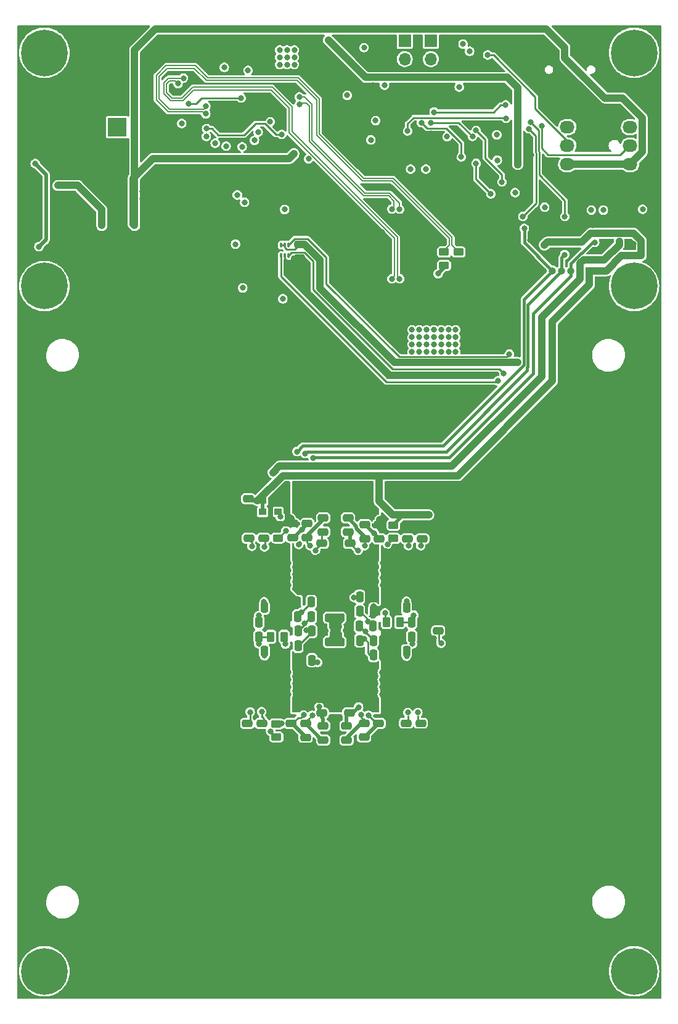
<source format=gbl>
G04 #@! TF.GenerationSoftware,KiCad,Pcbnew,7.0.7-7.0.7~ubuntu22.04.1*
G04 #@! TF.CreationDate,2024-03-04T08:54:28+01:00*
G04 #@! TF.ProjectId,qaxe,71617865-2e6b-4696-9361-645f70636258,rev?*
G04 #@! TF.SameCoordinates,Original*
G04 #@! TF.FileFunction,Copper,L4,Bot*
G04 #@! TF.FilePolarity,Positive*
%FSLAX46Y46*%
G04 Gerber Fmt 4.6, Leading zero omitted, Abs format (unit mm)*
G04 Created by KiCad (PCBNEW 7.0.7-7.0.7~ubuntu22.04.1) date 2024-03-04 08:54:28*
%MOMM*%
%LPD*%
G01*
G04 APERTURE LIST*
G04 Aperture macros list*
%AMRoundRect*
0 Rectangle with rounded corners*
0 $1 Rounding radius*
0 $2 $3 $4 $5 $6 $7 $8 $9 X,Y pos of 4 corners*
0 Add a 4 corners polygon primitive as box body*
4,1,4,$2,$3,$4,$5,$6,$7,$8,$9,$2,$3,0*
0 Add four circle primitives for the rounded corners*
1,1,$1+$1,$2,$3*
1,1,$1+$1,$4,$5*
1,1,$1+$1,$6,$7*
1,1,$1+$1,$8,$9*
0 Add four rect primitives between the rounded corners*
20,1,$1+$1,$2,$3,$4,$5,0*
20,1,$1+$1,$4,$5,$6,$7,0*
20,1,$1+$1,$6,$7,$8,$9,0*
20,1,$1+$1,$8,$9,$2,$3,0*%
G04 Aperture macros list end*
G04 #@! TA.AperFunction,ComponentPad*
%ADD10C,0.800000*%
G04 #@! TD*
G04 #@! TA.AperFunction,ComponentPad*
%ADD11C,6.400000*%
G04 #@! TD*
G04 #@! TA.AperFunction,ComponentPad*
%ADD12R,1.700000X1.700000*%
G04 #@! TD*
G04 #@! TA.AperFunction,ComponentPad*
%ADD13O,1.700000X1.700000*%
G04 #@! TD*
G04 #@! TA.AperFunction,ComponentPad*
%ADD14R,1.000000X1.000000*%
G04 #@! TD*
G04 #@! TA.AperFunction,ComponentPad*
%ADD15O,1.000000X1.000000*%
G04 #@! TD*
G04 #@! TA.AperFunction,ComponentPad*
%ADD16R,2.030000X1.730000*%
G04 #@! TD*
G04 #@! TA.AperFunction,ComponentPad*
%ADD17O,2.030000X1.730000*%
G04 #@! TD*
G04 #@! TA.AperFunction,ComponentPad*
%ADD18R,2.600000X2.600000*%
G04 #@! TD*
G04 #@! TA.AperFunction,ComponentPad*
%ADD19C,2.600000*%
G04 #@! TD*
G04 #@! TA.AperFunction,ComponentPad*
%ADD20C,0.500000*%
G04 #@! TD*
G04 #@! TA.AperFunction,SMDPad,CuDef*
%ADD21R,2.500000X2.500000*%
G04 #@! TD*
G04 #@! TA.AperFunction,ComponentPad*
%ADD22O,1.000000X2.100000*%
G04 #@! TD*
G04 #@! TA.AperFunction,ComponentPad*
%ADD23O,1.000000X1.800000*%
G04 #@! TD*
G04 #@! TA.AperFunction,SMDPad,CuDef*
%ADD24RoundRect,0.250000X0.250000X0.475000X-0.250000X0.475000X-0.250000X-0.475000X0.250000X-0.475000X0*%
G04 #@! TD*
G04 #@! TA.AperFunction,SMDPad,CuDef*
%ADD25RoundRect,0.250000X0.475000X-0.250000X0.475000X0.250000X-0.475000X0.250000X-0.475000X-0.250000X0*%
G04 #@! TD*
G04 #@! TA.AperFunction,SMDPad,CuDef*
%ADD26RoundRect,0.250000X-0.475000X0.250000X-0.475000X-0.250000X0.475000X-0.250000X0.475000X0.250000X0*%
G04 #@! TD*
G04 #@! TA.AperFunction,SMDPad,CuDef*
%ADD27RoundRect,0.250000X0.262500X0.450000X-0.262500X0.450000X-0.262500X-0.450000X0.262500X-0.450000X0*%
G04 #@! TD*
G04 #@! TA.AperFunction,SMDPad,CuDef*
%ADD28RoundRect,0.250000X-0.262500X-0.450000X0.262500X-0.450000X0.262500X0.450000X-0.262500X0.450000X0*%
G04 #@! TD*
G04 #@! TA.AperFunction,SMDPad,CuDef*
%ADD29RoundRect,0.250000X-0.250000X-0.475000X0.250000X-0.475000X0.250000X0.475000X-0.250000X0.475000X0*%
G04 #@! TD*
G04 #@! TA.AperFunction,SMDPad,CuDef*
%ADD30RoundRect,0.250000X-0.450000X0.262500X-0.450000X-0.262500X0.450000X-0.262500X0.450000X0.262500X0*%
G04 #@! TD*
G04 #@! TA.AperFunction,SMDPad,CuDef*
%ADD31R,1.000000X0.900000*%
G04 #@! TD*
G04 #@! TA.AperFunction,SMDPad,CuDef*
%ADD32RoundRect,0.250000X1.100000X-0.325000X1.100000X0.325000X-1.100000X0.325000X-1.100000X-0.325000X0*%
G04 #@! TD*
G04 #@! TA.AperFunction,SMDPad,CuDef*
%ADD33RoundRect,0.250000X0.450000X-0.262500X0.450000X0.262500X-0.450000X0.262500X-0.450000X-0.262500X0*%
G04 #@! TD*
G04 #@! TA.AperFunction,SMDPad,CuDef*
%ADD34RoundRect,0.250000X-1.100000X0.325000X-1.100000X-0.325000X1.100000X-0.325000X1.100000X0.325000X0*%
G04 #@! TD*
G04 #@! TA.AperFunction,SMDPad,CuDef*
%ADD35RoundRect,0.050000X0.100000X-0.285000X0.100000X0.285000X-0.100000X0.285000X-0.100000X-0.285000X0*%
G04 #@! TD*
G04 #@! TA.AperFunction,ViaPad*
%ADD36C,0.800000*%
G04 #@! TD*
G04 #@! TA.AperFunction,Conductor*
%ADD37C,0.254000*%
G04 #@! TD*
G04 #@! TA.AperFunction,Conductor*
%ADD38C,0.508000*%
G04 #@! TD*
G04 #@! TA.AperFunction,Conductor*
%ADD39C,0.400000*%
G04 #@! TD*
G04 #@! TA.AperFunction,Conductor*
%ADD40C,1.000000*%
G04 #@! TD*
G04 #@! TA.AperFunction,Conductor*
%ADD41C,0.200000*%
G04 #@! TD*
G04 APERTURE END LIST*
D10*
X52600000Y-43000000D03*
X53302944Y-41302944D03*
X53302944Y-44697056D03*
X55000000Y-40600000D03*
D11*
X55000000Y-43000000D03*
D10*
X55000000Y-45400000D03*
X56697056Y-41302944D03*
X56697056Y-44697056D03*
X57400000Y-43000000D03*
D12*
X108100000Y-41325000D03*
D13*
X108100000Y-43865000D03*
D14*
X129875000Y-72900000D03*
D15*
X128605000Y-72900000D03*
X127335000Y-72900000D03*
X126065000Y-72900000D03*
X124795000Y-72900000D03*
X123525000Y-72900000D03*
D16*
X135463000Y-60820000D03*
D17*
X135463000Y-58280000D03*
X135463000Y-55740000D03*
X135463000Y-53200000D03*
D12*
X104500000Y-41325000D03*
D13*
X104500000Y-43865000D03*
D10*
X133600000Y-43000000D03*
X134302944Y-41302944D03*
X134302944Y-44697056D03*
X136000000Y-40600000D03*
D11*
X136000000Y-43000000D03*
D10*
X136000000Y-45400000D03*
X137697056Y-41302944D03*
X137697056Y-44697056D03*
X138400000Y-43000000D03*
X133600000Y-169000000D03*
X134302944Y-167302944D03*
X134302944Y-170697056D03*
X136000000Y-166600000D03*
D11*
X136000000Y-169000000D03*
D10*
X136000000Y-171400000D03*
X137697056Y-167302944D03*
X137697056Y-170697056D03*
X138400000Y-169000000D03*
X52600000Y-75000000D03*
X53302944Y-73302944D03*
X53302944Y-76697056D03*
X55000000Y-72600000D03*
D11*
X55000000Y-75000000D03*
D10*
X55000000Y-77400000D03*
X56697056Y-73302944D03*
X56697056Y-76697056D03*
X57400000Y-75000000D03*
D16*
X126827000Y-60820000D03*
D17*
X126827000Y-58280000D03*
X126827000Y-55740000D03*
X126827000Y-53200000D03*
D10*
X133600000Y-75000000D03*
X134302944Y-73302944D03*
X134302944Y-76697056D03*
X136000000Y-72600000D03*
D11*
X136000000Y-75000000D03*
D10*
X136000000Y-77400000D03*
X137697056Y-73302944D03*
X137697056Y-76697056D03*
X138400000Y-75000000D03*
D18*
X65000000Y-53200000D03*
D19*
X65000000Y-47200000D03*
X60300000Y-50200000D03*
D20*
X81707500Y-51505000D03*
X80707500Y-51505000D03*
X79707500Y-51505000D03*
X81707500Y-52505000D03*
X80707500Y-52505000D03*
D21*
X80707500Y-52505000D03*
D20*
X79707500Y-52505000D03*
X81707500Y-53505000D03*
X80707500Y-53505000D03*
X79707500Y-53505000D03*
D22*
X131520000Y-45805000D03*
D23*
X131520000Y-41625000D03*
D22*
X122880000Y-45805000D03*
D23*
X122880000Y-41625000D03*
D10*
X52600000Y-169000000D03*
X53302944Y-167302944D03*
X53302944Y-170697056D03*
X55000000Y-166600000D03*
D11*
X55000000Y-169000000D03*
D10*
X55000000Y-171400000D03*
X56697056Y-167302944D03*
X56697056Y-170697056D03*
X57400000Y-169000000D03*
D24*
X91760000Y-126310000D03*
X89860000Y-126310000D03*
X106650000Y-125100000D03*
X104750000Y-125100000D03*
D25*
X101000000Y-109650000D03*
X101000000Y-107750000D03*
X96500000Y-137250000D03*
X96500000Y-135350000D03*
D26*
X93300000Y-135350000D03*
X93300000Y-137250000D03*
D24*
X91650000Y-118325000D03*
X89750000Y-118325000D03*
D26*
X90043000Y-69281000D03*
X90043000Y-71181000D03*
X104900000Y-107750000D03*
X104900000Y-109650000D03*
D27*
X87925000Y-123100000D03*
X86100000Y-123100000D03*
D24*
X90000000Y-130270000D03*
X88100000Y-130270000D03*
D26*
X88875000Y-135000000D03*
X88875000Y-136900000D03*
D25*
X83100000Y-109575000D03*
X83100000Y-107675000D03*
D28*
X101987500Y-121100000D03*
X103812500Y-121100000D03*
D29*
X105450000Y-123100000D03*
X107350000Y-123100000D03*
X99920000Y-113670000D03*
X101820000Y-113670000D03*
X99950000Y-131600000D03*
X101850000Y-131600000D03*
X100000000Y-127600000D03*
X101900000Y-127600000D03*
X99920000Y-115670000D03*
X101820000Y-115670000D03*
D24*
X84450000Y-121100000D03*
X82550000Y-121100000D03*
D26*
X93100000Y-131650000D03*
X93100000Y-133550000D03*
D25*
X100900000Y-136875000D03*
X100900000Y-134975000D03*
X104700000Y-136850000D03*
X104700000Y-134950000D03*
X109100000Y-122300000D03*
X109100000Y-120400000D03*
D24*
X91700000Y-120325000D03*
X89800000Y-120325000D03*
D30*
X86875000Y-135037500D03*
X86875000Y-136862500D03*
D29*
X83300000Y-119100000D03*
X85200000Y-119100000D03*
D25*
X98900000Y-136875000D03*
X98900000Y-134975000D03*
D29*
X83350000Y-125100000D03*
X85250000Y-125100000D03*
D24*
X91750000Y-124325000D03*
X89850000Y-124325000D03*
D26*
X93300000Y-106800000D03*
X93300000Y-108700000D03*
D29*
X98310000Y-119610000D03*
X100210000Y-119610000D03*
D24*
X89950000Y-116300000D03*
X88050000Y-116300000D03*
X90000000Y-114300000D03*
X88100000Y-114300000D03*
D25*
X96900000Y-133550000D03*
X96900000Y-131650000D03*
D26*
X83000000Y-104175000D03*
X83000000Y-106075000D03*
D25*
X106900000Y-109650000D03*
X106900000Y-107750000D03*
D29*
X98310000Y-117630000D03*
X100210000Y-117630000D03*
D26*
X91100000Y-107575000D03*
X91100000Y-109475000D03*
D29*
X98310000Y-125610000D03*
X100210000Y-125610000D03*
D25*
X98990000Y-109650000D03*
X98990000Y-107750000D03*
D31*
X84975000Y-104425000D03*
X87125000Y-104425000D03*
X87125000Y-105975000D03*
X84975000Y-105975000D03*
D29*
X99920000Y-111670000D03*
X101820000Y-111670000D03*
X100000000Y-129600000D03*
X101900000Y-129600000D03*
D24*
X106650000Y-119100000D03*
X104750000Y-119100000D03*
D32*
X94900000Y-126775000D03*
X94900000Y-123825000D03*
D33*
X111900000Y-72162500D03*
X111900000Y-70337500D03*
X102930000Y-109612500D03*
X102930000Y-107787500D03*
D25*
X84875000Y-136900000D03*
X84875000Y-135000000D03*
D26*
X82875000Y-135000000D03*
X82875000Y-136900000D03*
D24*
X91750000Y-122325000D03*
X89850000Y-122325000D03*
D33*
X109900000Y-72162500D03*
X109900000Y-70337500D03*
D24*
X90000000Y-128270000D03*
X88100000Y-128270000D03*
D34*
X94900000Y-117525000D03*
X94900000Y-120475000D03*
D35*
X88500000Y-70844000D03*
X88000000Y-70844000D03*
X87500000Y-70844000D03*
X87500000Y-69364000D03*
X88000000Y-69364000D03*
X88500000Y-69364000D03*
D24*
X90000000Y-132270000D03*
X88100000Y-132270000D03*
X89950000Y-112300000D03*
X88050000Y-112300000D03*
D26*
X106700000Y-134950000D03*
X106700000Y-136850000D03*
D30*
X87100000Y-107725000D03*
X87100000Y-109550000D03*
D26*
X89100000Y-107575000D03*
X89100000Y-109475000D03*
X90875000Y-135000000D03*
X90875000Y-136900000D03*
D29*
X98310000Y-123610000D03*
X100210000Y-123610000D03*
D25*
X97000000Y-112200000D03*
X97000000Y-110300000D03*
D26*
X85100000Y-107675000D03*
X85100000Y-109575000D03*
D29*
X105450000Y-121100000D03*
X107350000Y-121100000D03*
D26*
X93100000Y-110300000D03*
X93100000Y-112200000D03*
D25*
X96700000Y-108700000D03*
X96700000Y-106800000D03*
D29*
X98260000Y-121610000D03*
X100160000Y-121610000D03*
D24*
X84450000Y-123100000D03*
X82550000Y-123100000D03*
D36*
X99900000Y-58900000D03*
X83000000Y-106900000D03*
X84750000Y-62000000D03*
X87820600Y-104496163D03*
X107300000Y-60250000D03*
X69500000Y-62000000D03*
X72500000Y-63000000D03*
X68500000Y-62000000D03*
X83750000Y-79000000D03*
X103500000Y-116000000D03*
X131200000Y-50000000D03*
X101500000Y-77100000D03*
X110363000Y-45085000D03*
X116500000Y-78000000D03*
X88500000Y-130000000D03*
X84225000Y-136900000D03*
X88500000Y-128000000D03*
X104500000Y-116000000D03*
X103251000Y-48260000D03*
X73500000Y-63000000D03*
X100800000Y-137825000D03*
X85500000Y-128000000D03*
X116500000Y-74000000D03*
X116500000Y-72000000D03*
X110300000Y-61250000D03*
X70500000Y-63000000D03*
X100210000Y-118906900D03*
X101500000Y-114000000D03*
X85750000Y-61000000D03*
X70750000Y-78125000D03*
X138400000Y-49500000D03*
X116500000Y-65000000D03*
X94500000Y-121700000D03*
X84100000Y-107950000D03*
X101400000Y-129000000D03*
X102500000Y-115000000D03*
X101400000Y-131000000D03*
X135926315Y-64256089D03*
X101400000Y-128000000D03*
X115500000Y-79000000D03*
X116500000Y-69000000D03*
X88500000Y-115000000D03*
X115500000Y-71000000D03*
X86750000Y-61000000D03*
X108493168Y-123340990D03*
X67750000Y-78125000D03*
X54150000Y-64290000D03*
X109300000Y-61250000D03*
X86500000Y-131000000D03*
X115500000Y-68000000D03*
X74750000Y-78125000D03*
X86500000Y-128000000D03*
X80982221Y-58922537D03*
X132462854Y-69111393D03*
X115500000Y-64000000D03*
X67750000Y-77125000D03*
X104240171Y-128071787D03*
X115500000Y-69000000D03*
X100500000Y-70500000D03*
X108900000Y-48800000D03*
X116500000Y-70000000D03*
X82750000Y-61000000D03*
X118022800Y-55524400D03*
X84750000Y-61000000D03*
X102500000Y-113000000D03*
X95583000Y-45667000D03*
X69750000Y-78125000D03*
X123200000Y-50000000D03*
X115500000Y-78000000D03*
X98806000Y-51181000D03*
X87750000Y-62000000D03*
X101500000Y-113000000D03*
X101500000Y-68500000D03*
X71750000Y-78125000D03*
X57250000Y-54190000D03*
X102902589Y-51797740D03*
X82750000Y-79000000D03*
X92945104Y-46232600D03*
X84750000Y-79000000D03*
X121716800Y-68732400D03*
X102400000Y-128000000D03*
X107370000Y-124420000D03*
X102400000Y-131000000D03*
X101400000Y-130000000D03*
X115500000Y-76000000D03*
X73750000Y-78125000D03*
X101500000Y-115000000D03*
X85750000Y-62000000D03*
X116500000Y-68000000D03*
X82750000Y-78000000D03*
X87500000Y-114000000D03*
X101500000Y-79100000D03*
X66750000Y-77125000D03*
X97000000Y-52300000D03*
X112800000Y-73300000D03*
X89940000Y-110440000D03*
X87500000Y-130000000D03*
X101000000Y-107000000D03*
X108300000Y-61250000D03*
X101500000Y-116000000D03*
X89175000Y-137700000D03*
X72750000Y-77125000D03*
X104240171Y-131065500D03*
X115500000Y-67000000D03*
X102400000Y-130000000D03*
X87750000Y-79000000D03*
X87500000Y-131000000D03*
X121894600Y-66548000D03*
X74750000Y-77125000D03*
X106863165Y-120520505D03*
X100500000Y-72500000D03*
X132901315Y-64301089D03*
X116500000Y-79000000D03*
X88500000Y-131000000D03*
X84750000Y-78000000D03*
X86750000Y-62000000D03*
X100500000Y-68500000D03*
X70500000Y-62000000D03*
X130326315Y-66676089D03*
X72750000Y-78125000D03*
X115951000Y-87249000D03*
X111300000Y-60250000D03*
X68750000Y-77125000D03*
X111300000Y-61250000D03*
X85500000Y-116000000D03*
X125526800Y-64211200D03*
X68750000Y-78125000D03*
X86500000Y-116000000D03*
X71500000Y-63000000D03*
X115500000Y-66000000D03*
X101500000Y-70500000D03*
X83750000Y-78000000D03*
X68500000Y-63000000D03*
X95600000Y-51600000D03*
X115500000Y-75000000D03*
X88500000Y-113000000D03*
X88500000Y-116000000D03*
X87500000Y-129000000D03*
X73750000Y-77125000D03*
X82750000Y-62000000D03*
X100500000Y-71500000D03*
X107350000Y-122100000D03*
X72500000Y-62000000D03*
X88500000Y-114000000D03*
X101500000Y-78100000D03*
X74500000Y-63000000D03*
X74500000Y-62000000D03*
X85500000Y-131000000D03*
X69500000Y-63000000D03*
X83277592Y-123827592D03*
X85750000Y-79000000D03*
X116500000Y-67000000D03*
X65750000Y-77125000D03*
X100500000Y-67500000D03*
X94591609Y-122669812D03*
X87750000Y-61000000D03*
X111300000Y-57700000D03*
X101500000Y-69500000D03*
X121868392Y-56997600D03*
X116500000Y-66000000D03*
X121000000Y-63056089D03*
X103500000Y-113000000D03*
X118097600Y-48235529D03*
X88500000Y-129000000D03*
X109300000Y-60250000D03*
X72500000Y-48100000D03*
X101378999Y-67621001D03*
X87500000Y-128000000D03*
X116500000Y-71000000D03*
X87750000Y-78000000D03*
X125399800Y-66852800D03*
X115500000Y-70000000D03*
X88920600Y-106815430D03*
X86750000Y-78000000D03*
X70750000Y-77125000D03*
X85750000Y-78000000D03*
X102500000Y-116000000D03*
X71750000Y-77125000D03*
X101500000Y-72500000D03*
X102400000Y-129000000D03*
X100500000Y-77100000D03*
X103400000Y-131000000D03*
X82550000Y-119850000D03*
X101500000Y-71500000D03*
X116500000Y-77000000D03*
X82550000Y-122050000D03*
X115500000Y-73000000D03*
X116500000Y-64000000D03*
X87500000Y-113000000D03*
X106109038Y-107879281D03*
X85500000Y-113000000D03*
X95500000Y-121700000D03*
X112800000Y-45142500D03*
X135900000Y-69200000D03*
X104500000Y-113000000D03*
X100500000Y-69500000D03*
X108095637Y-54033093D03*
X110300000Y-60250000D03*
X66750000Y-78125000D03*
X116500000Y-73000000D03*
X115500000Y-74000000D03*
X108300000Y-60250000D03*
X103400000Y-128000000D03*
X83750000Y-61000000D03*
X71500000Y-62000000D03*
X109300000Y-119399998D03*
X65750000Y-78125000D03*
X115500000Y-77000000D03*
X118186200Y-58953400D03*
X73500000Y-62000000D03*
X83750000Y-62000000D03*
X115500000Y-72000000D03*
X86500000Y-113000000D03*
X100100000Y-47432800D03*
X105750000Y-136850000D03*
X116500000Y-75000000D03*
X115500000Y-65000000D03*
X69750000Y-77125000D03*
X53875000Y-61090000D03*
X102500000Y-114000000D03*
X86750000Y-79000000D03*
X87500000Y-115000000D03*
X87500000Y-116000000D03*
X116500000Y-76000000D03*
X95500000Y-122700000D03*
X107300000Y-61250000D03*
X100500000Y-79100000D03*
X119989600Y-60553600D03*
X100500000Y-78100000D03*
X83500000Y-110700000D03*
X107800000Y-106400000D03*
X86075000Y-136050000D03*
X105747744Y-120147606D03*
X105577063Y-124068184D03*
X123672600Y-69376089D03*
X84200000Y-104400000D03*
X106300000Y-133500000D03*
X83270000Y-133430000D03*
X136989404Y-70819178D03*
X84430792Y-124060158D03*
X106700000Y-110600000D03*
X128826315Y-68976085D03*
X84462168Y-120211447D03*
X99500000Y-115000000D03*
X91500000Y-113000000D03*
X105500000Y-84000000D03*
X92500000Y-113000000D03*
X97500000Y-131000000D03*
X108500000Y-83000000D03*
X92500000Y-116000000D03*
X106500000Y-83000000D03*
X90500000Y-128000000D03*
X91500000Y-114000000D03*
X108500000Y-82000000D03*
X98500000Y-131000000D03*
X90500000Y-116000000D03*
X111500000Y-81000000D03*
X90500000Y-113000000D03*
X99500000Y-114000000D03*
X91500000Y-116000000D03*
X90500000Y-114000000D03*
X90500000Y-131000000D03*
X92822409Y-124742409D03*
X97500000Y-128000000D03*
X111500000Y-83000000D03*
X90500000Y-115000000D03*
X110500000Y-81000000D03*
X99500000Y-116000000D03*
X107500000Y-81000000D03*
X91500000Y-129000000D03*
X92500000Y-131000000D03*
X99500000Y-129000000D03*
X97500000Y-113000000D03*
X91500000Y-130000000D03*
X92492614Y-128021114D03*
X110500000Y-82000000D03*
X92500000Y-129000000D03*
X107500000Y-82000000D03*
X105500000Y-81000000D03*
X99500000Y-131000000D03*
X110500000Y-83000000D03*
X98500000Y-116000000D03*
X99500000Y-113000000D03*
X90500000Y-129000000D03*
X109500000Y-82000000D03*
X98002966Y-126459688D03*
X105500000Y-82000000D03*
X98500000Y-115000000D03*
X92500000Y-114000000D03*
X97500000Y-130000000D03*
X98500000Y-128000000D03*
X91500000Y-131000000D03*
X98500000Y-129000000D03*
X109100000Y-73300000D03*
X109500000Y-83000000D03*
X107500000Y-83000000D03*
X98500000Y-114000000D03*
X97500000Y-116000000D03*
X106500000Y-81000000D03*
X91500000Y-128000000D03*
X110500000Y-84000000D03*
X91500000Y-115000000D03*
X107500000Y-84000000D03*
X90500000Y-130000000D03*
X99500000Y-130000000D03*
X97500000Y-129000000D03*
X98500000Y-113000000D03*
X108500000Y-84000000D03*
X97500000Y-114000000D03*
X105500000Y-83000000D03*
X108500000Y-81000000D03*
X106500000Y-84000000D03*
X97500000Y-115000000D03*
X98500000Y-130000000D03*
X99500000Y-128000000D03*
X106500000Y-82000000D03*
X111500000Y-82000000D03*
X109500000Y-84000000D03*
X92500000Y-115000000D03*
X111500000Y-84000000D03*
X109500000Y-81000000D03*
X92500000Y-130000000D03*
X82250000Y-75250000D03*
X77242408Y-54468969D03*
X120040400Y-58328800D03*
X120040400Y-54503000D03*
X94000000Y-41238000D03*
X105000000Y-110600000D03*
X85232223Y-110767777D03*
X108400000Y-99700000D03*
X104750000Y-125780000D03*
X85250000Y-125700000D03*
X86400000Y-100599986D03*
X104750000Y-118220000D03*
X84849875Y-133380125D03*
X104918635Y-133500311D03*
X133956879Y-68902402D03*
X85178448Y-118323878D03*
X89700000Y-97700000D03*
X120929400Y-67081400D03*
X90800000Y-97952400D03*
X126466600Y-70688200D03*
X91900000Y-98547600D03*
X130600000Y-69000000D03*
X87400000Y-106660600D03*
X88180000Y-108531410D03*
X54250000Y-69590000D03*
X53750000Y-58190000D03*
X90369998Y-108380002D03*
X99500000Y-133875000D03*
X91500000Y-110600000D03*
X98500000Y-133800000D03*
X92246326Y-111243141D03*
X98160468Y-132755085D03*
X92540000Y-126620000D03*
X90985412Y-122188552D03*
X97540000Y-117710000D03*
X98960000Y-123354882D03*
X90694079Y-121281802D03*
X105300000Y-58949500D03*
X110318600Y-54505317D03*
X100500000Y-52302000D03*
X88333000Y-43617000D03*
X88333000Y-44617000D03*
X120015000Y-85471000D03*
X99850000Y-54950000D03*
X123723400Y-64176089D03*
X89333000Y-42617000D03*
X91296287Y-57547213D03*
X111987500Y-47700000D03*
X112512500Y-41800000D03*
X109500003Y-123999997D03*
X107400000Y-58949500D03*
X96600000Y-48836000D03*
X87333000Y-43617000D03*
X137176315Y-64456089D03*
X87333000Y-42617000D03*
X131776315Y-64576089D03*
X89333000Y-43617000D03*
X113400000Y-42800000D03*
X89333000Y-44617000D03*
X98900000Y-42300000D03*
X117221000Y-57734200D03*
X117144800Y-54254400D03*
X87333000Y-44617000D03*
X130126315Y-64576089D03*
X119655569Y-62185777D03*
X101718000Y-47432800D03*
X88333000Y-42617000D03*
X99148638Y-122336741D03*
X90277581Y-119761718D03*
X99490000Y-121051790D03*
X98100000Y-111250000D03*
X98990229Y-110600000D03*
X100310000Y-108880000D03*
X67399998Y-66700000D03*
X62900000Y-66700000D03*
X56850000Y-61190000D03*
X133200000Y-49200000D03*
X89290600Y-56850000D03*
X69535000Y-57865000D03*
X84370000Y-53870000D03*
X88000000Y-64500000D03*
X83870000Y-55005000D03*
X81500000Y-62500000D03*
X82170000Y-55903100D03*
X82500000Y-63500000D03*
X77175000Y-51375000D03*
X77175000Y-50350000D03*
X78470000Y-55405000D03*
X81250000Y-69250000D03*
X90011041Y-49050267D03*
X103782500Y-64441447D03*
X79970000Y-55805000D03*
X87750000Y-76750000D03*
X102732500Y-64441447D03*
X90011041Y-50100267D03*
X102750000Y-73999984D03*
X74094292Y-46474361D03*
X82021746Y-49204474D03*
X74830000Y-49980000D03*
X103795000Y-74000000D03*
X73351828Y-47216825D03*
X88114200Y-124097508D03*
X101779550Y-119833698D03*
X102118241Y-110394259D03*
X87598100Y-135018336D03*
X92740000Y-132701900D03*
X91798100Y-133875000D03*
X90610698Y-133830960D03*
X115900000Y-43299998D03*
X118415872Y-51977400D03*
X104902000Y-53721000D03*
X123317000Y-53000000D03*
X117300000Y-88011000D03*
X116332000Y-62357000D03*
X114300000Y-58166000D03*
X118110000Y-86995000D03*
X118872000Y-84328000D03*
X108532604Y-51136600D03*
X118364000Y-50165000D03*
X87600000Y-54200000D03*
X77286422Y-53401883D03*
X114300000Y-53663800D03*
X117856000Y-60706000D03*
X121793000Y-52495400D03*
X126492000Y-65452989D03*
X120726200Y-65452989D03*
X121556211Y-53417898D03*
X106807000Y-52578000D03*
X112268000Y-57277000D03*
X108083364Y-52622371D03*
X113805441Y-54477729D03*
X79718100Y-45000000D03*
X73865841Y-52700841D03*
X86021942Y-52461058D03*
X82970000Y-45405000D03*
D37*
X100240000Y-119593690D02*
X100233001Y-119586691D01*
D38*
X88950000Y-107725000D02*
X87100000Y-107725000D01*
X106900000Y-107750000D02*
X104900000Y-107750000D01*
X106863165Y-120613165D02*
X106863165Y-120520505D01*
X89100000Y-107575000D02*
X88950000Y-107725000D01*
X107350000Y-121100000D02*
X107350000Y-123100000D01*
D37*
X109200000Y-120350000D02*
X109200000Y-119500000D01*
D38*
X82550000Y-123100000D02*
X83277592Y-123827592D01*
D37*
X88433158Y-71628000D02*
X89596000Y-71628000D01*
X109300000Y-119400000D02*
X109300000Y-119399998D01*
D38*
X89100000Y-106994830D02*
X88920600Y-106815430D01*
X107350000Y-121100000D02*
X106863165Y-120613165D01*
X83350000Y-123900000D02*
X83277592Y-123827592D01*
X89075000Y-136900000D02*
X89075000Y-137600000D01*
D39*
X89750000Y-118325000D02*
X89750000Y-118000000D01*
D37*
X100900000Y-137725000D02*
X100800000Y-137825000D01*
D38*
X82550000Y-121100000D02*
X82550000Y-119850000D01*
X87125000Y-104500000D02*
X87816763Y-104500000D01*
X89075000Y-137600000D02*
X89175000Y-137700000D01*
X83000000Y-106300000D02*
X83000000Y-107750000D01*
X82550000Y-119850000D02*
X83300000Y-119100000D01*
D37*
X88000000Y-70844000D02*
X88000000Y-71194842D01*
D38*
X85150000Y-107725000D02*
X85100000Y-107675000D01*
D37*
X89596000Y-71628000D02*
X90043000Y-71181000D01*
D38*
X107350000Y-124400000D02*
X107370000Y-124420000D01*
X83000000Y-107750000D02*
X83200000Y-107950000D01*
X106650000Y-125100000D02*
X107330000Y-124420000D01*
D39*
X89750000Y-118000000D02*
X88050000Y-116300000D01*
D38*
X87816763Y-104500000D02*
X87820600Y-104496163D01*
X89100000Y-107750000D02*
X89100000Y-106994830D01*
X101000000Y-107750000D02*
X101000000Y-107000000D01*
X82550000Y-123100000D02*
X82550000Y-121100000D01*
D37*
X88000000Y-71194842D02*
X88433158Y-71628000D01*
D38*
X107350000Y-123100000D02*
X107350000Y-124400000D01*
D40*
X90043000Y-71181000D02*
X90043000Y-74930000D01*
X102362000Y-87249000D02*
X115951000Y-87249000D01*
D37*
X89750000Y-118774380D02*
X89744931Y-118769311D01*
D38*
X106650000Y-119100000D02*
X106650000Y-120307340D01*
X83175000Y-136900000D02*
X85175000Y-136900000D01*
X83350000Y-125100000D02*
X83350000Y-123900000D01*
X85300000Y-107950000D02*
X83200000Y-107950000D01*
X107330000Y-124420000D02*
X107370000Y-124420000D01*
X87100000Y-107725000D02*
X85150000Y-107725000D01*
D37*
X109200000Y-119500000D02*
X109300000Y-119400000D01*
D38*
X111900000Y-72400000D02*
X112800000Y-73300000D01*
D40*
X90043000Y-74930000D02*
X102362000Y-87249000D01*
D37*
X100900000Y-136875000D02*
X100900000Y-137725000D01*
D38*
X111900000Y-72162500D02*
X111900000Y-72400000D01*
X106650000Y-120307340D02*
X106863165Y-120520505D01*
X104700000Y-136850000D02*
X106700000Y-136850000D01*
D40*
X134274980Y-70819178D02*
X132194158Y-72900000D01*
X124072604Y-68976085D02*
X123672600Y-69376089D01*
X101000000Y-101000000D02*
X87729740Y-101000000D01*
X129875000Y-72900000D02*
X129875000Y-74825000D01*
X128826315Y-68976085D02*
X124072604Y-68976085D01*
D37*
X83175000Y-135000000D02*
X83245000Y-134930000D01*
X105450000Y-123941121D02*
X105577063Y-124068184D01*
D40*
X111800000Y-101000000D02*
X124800000Y-88000000D01*
D37*
X83500000Y-110150000D02*
X83200000Y-109850000D01*
X83500000Y-110700000D02*
X83500000Y-110150000D01*
D40*
X132194158Y-72900000D02*
X129875000Y-72900000D01*
D37*
X106700000Y-109850000D02*
X106900000Y-109650000D01*
X84450000Y-121100000D02*
X84450000Y-120223615D01*
D40*
X106700000Y-101000000D02*
X111800000Y-101000000D01*
D37*
X84450000Y-124040950D02*
X84430792Y-124060158D01*
D40*
X136989404Y-70819178D02*
X136989404Y-68801085D01*
D37*
X106300000Y-134000000D02*
X106300000Y-134550000D01*
D40*
X101000000Y-101000000D02*
X101000000Y-104523193D01*
X124800000Y-79900000D02*
X129875000Y-74825000D01*
X87729740Y-101000000D02*
X84329740Y-104400000D01*
D38*
X84875000Y-104400000D02*
X84975000Y-104500000D01*
D40*
X101000000Y-104523193D02*
X102876807Y-106400000D01*
D37*
X83245000Y-134930000D02*
X83245000Y-133980000D01*
X86100000Y-123100000D02*
X84450000Y-123100000D01*
X105450000Y-120445350D02*
X105747744Y-120147606D01*
X83270000Y-133430000D02*
X83270000Y-133955000D01*
X103812500Y-121100000D02*
X105450000Y-121100000D01*
X106300000Y-134550000D02*
X106700000Y-134950000D01*
D40*
X124800000Y-88000000D02*
X124800000Y-79900000D01*
D38*
X84975000Y-106050000D02*
X84975000Y-104500000D01*
D37*
X105450000Y-123100000D02*
X105450000Y-123941121D01*
X84450000Y-123100000D02*
X84450000Y-124040950D01*
X105450000Y-121100000D02*
X105450000Y-120445350D01*
D38*
X102900000Y-107787500D02*
X104287500Y-106400000D01*
D40*
X136989404Y-70819178D02*
X134274980Y-70819178D01*
D37*
X106700000Y-110600000D02*
X106700000Y-109850000D01*
X86875000Y-136850000D02*
X86075000Y-136050000D01*
D38*
X83000000Y-104400000D02*
X84875000Y-104400000D01*
D40*
X106700000Y-101000000D02*
X101000000Y-101000000D01*
D37*
X84450000Y-120223615D02*
X84462168Y-120211447D01*
D40*
X130052400Y-67750000D02*
X128826315Y-68976085D01*
X84329740Y-104400000D02*
X84200000Y-104400000D01*
X102876807Y-106400000D02*
X104287500Y-106400000D01*
X135938319Y-67750000D02*
X130052400Y-67750000D01*
X136989404Y-68801085D02*
X135938319Y-67750000D01*
D37*
X83270000Y-133955000D02*
X83245000Y-133980000D01*
X86875000Y-136862500D02*
X86875000Y-136850000D01*
D40*
X104287500Y-106400000D02*
X107800000Y-106400000D01*
D37*
X100210000Y-117630000D02*
X100210000Y-116710000D01*
X100210000Y-116710000D02*
X99500000Y-116000000D01*
X92820000Y-124740000D02*
X92822409Y-124742409D01*
D38*
X109900000Y-72162500D02*
X109900000Y-72500000D01*
D37*
X89860000Y-127360000D02*
X90500000Y-128000000D01*
X92165000Y-124740000D02*
X92820000Y-124740000D01*
X91750000Y-124325000D02*
X92165000Y-124740000D01*
X98243600Y-125100000D02*
X98243600Y-126219054D01*
X98243600Y-126219054D02*
X98002966Y-126459688D01*
D38*
X109900000Y-72500000D02*
X109100000Y-73300000D01*
D37*
X89860000Y-126310000D02*
X89860000Y-127360000D01*
D40*
X99130400Y-46380400D02*
X118567200Y-46380400D01*
X94000000Y-41250000D02*
X99130400Y-46380400D01*
X119993297Y-58281697D02*
X120040400Y-58328800D01*
X119993297Y-47806497D02*
X119993297Y-58281697D01*
X118567200Y-46380400D02*
X119993297Y-47806497D01*
D37*
X85250000Y-125100000D02*
X85250000Y-125700000D01*
X105000000Y-110600000D02*
X105000000Y-109750000D01*
X85200000Y-118345430D02*
X85178448Y-118323878D01*
D40*
X133956879Y-68902402D02*
X133956879Y-69343121D01*
X86400000Y-100599986D02*
X87299986Y-99700000D01*
X123353685Y-79246315D02*
X128605000Y-73995000D01*
D37*
X85175000Y-134280250D02*
X84824875Y-133930125D01*
D40*
X123300000Y-79246315D02*
X123353685Y-79246315D01*
X133956879Y-69343121D02*
X131900000Y-71400000D01*
D37*
X85200000Y-119100000D02*
X85200000Y-118345430D01*
X85300000Y-110700000D02*
X85232223Y-110767777D01*
X104750000Y-124800000D02*
X104750000Y-125780000D01*
X85175000Y-135000000D02*
X85175000Y-134280250D01*
X105000000Y-109750000D02*
X104900000Y-109650000D01*
D40*
X128605000Y-71865200D02*
X128605000Y-72900000D01*
X87299986Y-99700000D02*
X108400000Y-99700000D01*
X108400000Y-99700000D02*
X111000000Y-99700000D01*
D37*
X104750000Y-119400000D02*
X104750000Y-118220000D01*
X85300000Y-109850000D02*
X85300000Y-110700000D01*
D40*
X123300000Y-87400000D02*
X123300000Y-79246315D01*
D37*
X84849875Y-133905125D02*
X84824875Y-133930125D01*
X104700000Y-134950000D02*
X104918635Y-134731365D01*
X84849875Y-133380125D02*
X84849875Y-133905125D01*
D40*
X129070200Y-71400000D02*
X128605000Y-71865200D01*
X111000000Y-99700000D02*
X123300000Y-87400000D01*
X131900000Y-71400000D02*
X129070200Y-71400000D01*
X128605000Y-72900000D02*
X128605000Y-73995000D01*
D37*
X104918635Y-134731365D02*
X104918635Y-134000311D01*
D39*
X124795000Y-72900000D02*
X120929400Y-69034400D01*
X120867400Y-85824076D02*
X120867400Y-76827600D01*
X89700000Y-97700000D02*
X90500000Y-96900000D01*
X120929400Y-69034400D02*
X120929400Y-67081400D01*
X90500000Y-96900000D02*
X109791476Y-96900000D01*
X120867400Y-76827600D02*
X124795000Y-72900000D01*
X109791476Y-96900000D02*
X120867400Y-85824076D01*
X110200000Y-97700000D02*
X121300000Y-86600000D01*
X121300000Y-86172688D02*
X121419800Y-86052888D01*
X121419800Y-86052888D02*
X121419800Y-77545200D01*
X126065000Y-71089800D02*
X126466600Y-70688200D01*
X121300000Y-86600000D02*
X121300000Y-86172688D01*
X90800000Y-97952400D02*
X91052400Y-97700000D01*
X126065000Y-72900000D02*
X126065000Y-71089800D01*
X121419800Y-77545200D02*
X126065000Y-72900000D01*
X91052400Y-97700000D02*
X110200000Y-97700000D01*
X122100000Y-87000000D02*
X110600000Y-98500000D01*
X91947600Y-98500000D02*
X91900000Y-98547600D01*
X127335000Y-72900000D02*
X127335000Y-71929724D01*
X122100000Y-78800000D02*
X127335000Y-73565000D01*
X110600000Y-98500000D02*
X91947600Y-98500000D01*
X127335000Y-71929724D02*
X130264724Y-69000000D01*
X130264724Y-69000000D02*
X130600000Y-69000000D01*
X122100000Y-78800000D02*
X122100000Y-87000000D01*
X127335000Y-73565000D02*
X127335000Y-72900000D01*
D37*
X87400000Y-106660600D02*
X87400000Y-106325000D01*
X87400000Y-106325000D02*
X87125000Y-106050000D01*
X87100000Y-109611410D02*
X88180000Y-108531410D01*
X87100000Y-109725000D02*
X87100000Y-109611410D01*
D38*
X55250000Y-68590000D02*
X54250000Y-69590000D01*
X53750000Y-58190000D02*
X55250000Y-59690000D01*
X55250000Y-59690000D02*
X55250000Y-68590000D01*
X91000000Y-107750000D02*
X89100000Y-109650000D01*
D37*
X89100000Y-109650000D02*
X90369998Y-108380002D01*
D38*
X91100000Y-107750000D02*
X91000000Y-107750000D01*
D37*
X100600000Y-134975000D02*
X99500000Y-133875000D01*
X100900000Y-134975000D02*
X100600000Y-134975000D01*
D38*
X99000000Y-136875000D02*
X100900000Y-134975000D01*
X98900000Y-136875000D02*
X99000000Y-136875000D01*
D37*
X91100000Y-109475000D02*
X91100000Y-109226315D01*
D38*
X91100000Y-109475000D02*
X91100000Y-109228290D01*
D37*
X93100000Y-107226315D02*
X93100000Y-106800000D01*
D38*
X93300000Y-107028290D02*
X93300000Y-106800000D01*
D37*
X91100000Y-109226315D02*
X93100000Y-107226315D01*
X91100000Y-109650000D02*
X91100000Y-110200000D01*
X91100000Y-110200000D02*
X91500000Y-110600000D01*
D38*
X91100000Y-109228290D02*
X93300000Y-107028290D01*
D37*
X98500000Y-133800000D02*
X98500000Y-134203290D01*
D38*
X98900000Y-134975000D02*
X98900000Y-135103290D01*
X98900000Y-134603290D02*
X96500000Y-137003290D01*
X96500000Y-137003290D02*
X96500000Y-137250000D01*
D37*
X98500000Y-134203290D02*
X98900000Y-134603290D01*
X92246326Y-111243141D02*
X92246326Y-111153674D01*
X93100000Y-110300000D02*
X93100000Y-108700000D01*
X92246326Y-111153674D02*
X93100000Y-110300000D01*
D38*
X96900000Y-133550000D02*
X97365553Y-133550000D01*
X96500000Y-133950000D02*
X96900000Y-133550000D01*
X96500000Y-135350000D02*
X96500000Y-133950000D01*
X97365553Y-133550000D02*
X98160468Y-132755085D01*
D37*
X92230000Y-126310000D02*
X92540000Y-126620000D01*
X89850000Y-124325000D02*
X91750000Y-122425000D01*
X91760000Y-126310000D02*
X92230000Y-126310000D01*
X91282177Y-122482177D02*
X90988552Y-122188552D01*
X91750000Y-122425000D02*
X91750000Y-122325000D01*
X90988552Y-122188552D02*
X90985412Y-122188552D01*
X98310000Y-117630000D02*
X97620000Y-117630000D01*
X97620000Y-117630000D02*
X97540000Y-117710000D01*
X100240000Y-126126315D02*
X99430600Y-125316915D01*
X99430600Y-123825482D02*
X98960000Y-123354882D01*
X99430600Y-125316915D02*
X99430600Y-123825482D01*
X89850000Y-122325000D02*
X90694079Y-121480921D01*
X90694079Y-121480921D02*
X90694079Y-121281802D01*
X91650881Y-120325000D02*
X90694079Y-121281802D01*
X91700000Y-120325000D02*
X91650881Y-120325000D01*
X109200000Y-123699994D02*
X109500003Y-123999997D01*
D40*
X103055162Y-85488400D02*
X119997600Y-85488400D01*
X90043000Y-69281000D02*
X90744000Y-69281000D01*
X119997600Y-85488400D02*
X120015000Y-85471000D01*
X92837000Y-75270238D02*
X103055162Y-85488400D01*
X92837000Y-71374000D02*
X92837000Y-75270238D01*
D37*
X89345600Y-69978400D02*
X90043000Y-69281000D01*
X88000000Y-69364000D02*
X87500000Y-69364000D01*
X109200000Y-122250000D02*
X109200000Y-123699994D01*
X88000000Y-69714842D02*
X88263558Y-69978400D01*
D40*
X90744000Y-69281000D02*
X92837000Y-71374000D01*
D37*
X88263558Y-69978400D02*
X89345600Y-69978400D01*
X88000000Y-69364000D02*
X88000000Y-69714842D01*
X98986741Y-122336741D02*
X98260000Y-121610000D01*
X98327918Y-121681989D02*
X98188010Y-121681989D01*
X100210000Y-123564071D02*
X98327918Y-121681989D01*
X99148638Y-122336741D02*
X98986741Y-122336741D01*
X100210000Y-123610000D02*
X100210000Y-123564071D01*
X91650000Y-118389299D02*
X90277581Y-119761718D01*
X91650000Y-118325000D02*
X91650000Y-118389299D01*
X100160000Y-121460000D02*
X100160000Y-121610000D01*
X98310000Y-119610000D02*
X100160000Y-121460000D01*
D38*
X97000000Y-110300000D02*
X97000000Y-109000000D01*
X97000000Y-109000000D02*
X96700000Y-108700000D01*
D37*
X97000000Y-110300000D02*
X97000000Y-108700000D01*
X98100000Y-111250000D02*
X97950000Y-111250000D01*
X97950000Y-111250000D02*
X97000000Y-110300000D01*
D38*
X97858600Y-108271890D02*
X97858600Y-107958600D01*
D37*
X99000000Y-109650000D02*
X99000000Y-109223685D01*
X99000000Y-109650000D02*
X99000000Y-110590229D01*
X99000000Y-110590229D02*
X98990229Y-110600000D01*
D38*
X99000000Y-109413290D02*
X97858600Y-108271890D01*
X97858600Y-107958600D02*
X96700000Y-106800000D01*
D37*
X97000000Y-107223685D02*
X97000000Y-106800000D01*
D38*
X99000000Y-109650000D02*
X99000000Y-109413290D01*
X99000000Y-107750000D02*
X99100000Y-107750000D01*
X99100000Y-107750000D02*
X101000000Y-109650000D01*
D37*
X100310000Y-108960000D02*
X100310000Y-108880000D01*
X101000000Y-109650000D02*
X100310000Y-108960000D01*
D40*
X126500000Y-43700000D02*
X132000000Y-49200000D01*
X70250000Y-39750000D02*
X123950000Y-39750000D01*
X137130400Y-56612600D02*
X135463000Y-58280000D01*
X67200000Y-60200000D02*
X67200000Y-66500002D01*
X123950000Y-39750000D02*
X126500000Y-42300000D01*
X67399998Y-42600002D02*
X70250000Y-39750000D01*
X132000000Y-49200000D02*
X133200000Y-49200000D01*
X62900000Y-64500000D02*
X62900000Y-66700000D01*
X69900000Y-57500000D02*
X88640600Y-57500000D01*
X56850000Y-61190000D02*
X59590000Y-61190000D01*
X59590000Y-61190000D02*
X62900000Y-64500000D01*
X126500000Y-42300000D02*
X126500000Y-43700000D01*
X137130400Y-51905400D02*
X137130400Y-56612600D01*
X135463000Y-58300000D02*
X126827000Y-58300000D01*
X133200000Y-49200000D02*
X134425000Y-49200000D01*
X134425000Y-49200000D02*
X137130400Y-51905400D01*
X69535000Y-57865000D02*
X67200000Y-60200000D01*
X88640600Y-57500000D02*
X89290600Y-56850000D01*
X69535000Y-57865000D02*
X69900000Y-57500000D01*
X67200000Y-66500002D02*
X67399998Y-66700000D01*
X135463000Y-58280000D02*
X126827000Y-58280000D01*
X67399998Y-66700000D02*
X67399998Y-42600002D01*
D41*
X111000000Y-68301632D02*
X111000000Y-69400000D01*
X102924968Y-60226600D02*
X111000000Y-68301632D01*
X92750000Y-54151632D02*
X98824968Y-60226600D01*
X111900000Y-70300000D02*
X111900000Y-70337500D01*
X71700000Y-44775000D02*
X75759100Y-44775000D01*
X76749108Y-51100000D02*
X72000000Y-51100000D01*
X72000000Y-51100000D02*
X70375000Y-49475000D01*
X77179108Y-51530000D02*
X76749108Y-51100000D01*
X75759100Y-44775000D02*
X77409100Y-46425000D01*
X89859000Y-46425000D02*
X92750000Y-49316000D01*
X70375000Y-49475000D02*
X70375000Y-46100000D01*
X70375000Y-46100000D02*
X71700000Y-44775000D01*
X77409100Y-46425000D02*
X89859000Y-46425000D01*
X92750000Y-49316000D02*
X92750000Y-54151632D01*
X111000000Y-69400000D02*
X111900000Y-70300000D01*
X98824968Y-60226600D02*
X102924968Y-60226600D01*
X110647600Y-68447600D02*
X110647600Y-69402400D01*
X70727400Y-49329032D02*
X70727400Y-46245968D01*
X89713032Y-46777400D02*
X92397600Y-49461968D01*
X72145968Y-50747600D02*
X70727400Y-49329032D01*
X77179108Y-50480000D02*
X76911508Y-50747600D01*
X70727400Y-46245968D02*
X71845968Y-45127400D01*
X76911508Y-50747600D02*
X72145968Y-50747600D01*
X75613132Y-45127400D02*
X77263132Y-46777400D01*
X102779000Y-60579000D02*
X110647600Y-68447600D01*
X98679000Y-60579000D02*
X102779000Y-60579000D01*
X110647600Y-69402400D02*
X109900000Y-70150000D01*
X71845968Y-45127400D02*
X75613132Y-45127400D01*
X77263132Y-46777400D02*
X89713032Y-46777400D01*
X109900000Y-70150000D02*
X109900000Y-70337500D01*
X92397600Y-54297600D02*
X98679000Y-60579000D01*
X92397600Y-49461968D02*
X92397600Y-54297600D01*
X103782500Y-64441447D02*
X103782500Y-63584132D01*
X99047600Y-62247600D02*
X91752400Y-54952400D01*
X90768467Y-49050267D02*
X90011041Y-49050267D01*
X91752400Y-54952400D02*
X91752400Y-50034200D01*
X102445968Y-62247600D02*
X99047600Y-62247600D01*
X91752400Y-50034200D02*
X90768467Y-49050267D01*
X103782500Y-63584132D02*
X102445968Y-62247600D01*
X103032499Y-63332499D02*
X102300000Y-62600000D01*
X98881800Y-62600000D02*
X91400000Y-55118200D01*
X102300000Y-62600000D02*
X98881800Y-62600000D01*
X91400000Y-55118200D02*
X91400000Y-50318200D01*
X91006800Y-49925000D02*
X90186308Y-49925000D01*
X102732500Y-64441447D02*
X103032499Y-64141448D01*
X103032499Y-64141448D02*
X103032499Y-63332499D01*
X90186308Y-49925000D02*
X90011041Y-50100267D01*
X91400000Y-50318200D02*
X91006800Y-49925000D01*
X102750000Y-73999984D02*
X103124000Y-73625984D01*
X71400000Y-47100000D02*
X72025639Y-46474361D01*
X88646000Y-53975000D02*
X88646000Y-50546000D01*
X74031945Y-49575000D02*
X72375000Y-49575000D01*
X86180000Y-48080000D02*
X75526945Y-48080000D01*
X103124000Y-68443368D02*
X98180632Y-63500000D01*
X75526945Y-48080000D02*
X74031945Y-49575000D01*
X98171000Y-63500000D02*
X88646000Y-53975000D01*
X98180632Y-63500000D02*
X98171000Y-63500000D01*
X71400000Y-48600000D02*
X71400000Y-47100000D01*
X72025639Y-46474361D02*
X74094292Y-46474361D01*
X72375000Y-49575000D02*
X71400000Y-48600000D01*
X88646000Y-50546000D02*
X86180000Y-48080000D01*
X103124000Y-73625984D02*
X103124000Y-68443368D01*
D37*
X82021746Y-49204474D02*
X82018718Y-49201446D01*
X82018718Y-49201446D02*
X76628554Y-49201446D01*
X76628554Y-49201446D02*
X75850000Y-49980000D01*
X75850000Y-49980000D02*
X74830000Y-49980000D01*
D41*
X88998400Y-50400031D02*
X88998400Y-53819400D01*
X73351828Y-47216825D02*
X72961764Y-46826761D01*
X72522600Y-49222600D02*
X73885977Y-49222600D01*
X103476400Y-68297399D02*
X103476400Y-73681400D01*
X103476400Y-73681400D02*
X103795000Y-74000000D01*
X73885977Y-49222600D02*
X75380977Y-47727600D01*
X75380977Y-47727600D02*
X86325969Y-47727600D01*
X71752400Y-47247600D02*
X71752400Y-48452400D01*
X71752400Y-48452400D02*
X72522600Y-49222600D01*
X72173239Y-46826761D02*
X71752400Y-47247600D01*
X86325969Y-47727600D02*
X88998400Y-50400031D01*
X88998400Y-53819400D02*
X103476400Y-68297399D01*
X72961764Y-46826761D02*
X72173239Y-46826761D01*
D37*
X87925000Y-123100000D02*
X87925000Y-123908308D01*
X87925000Y-123908308D02*
X88114200Y-124097508D01*
X101987500Y-121100000D02*
X101779550Y-120892050D01*
X101779550Y-120892050D02*
X101779550Y-119833698D01*
X102900000Y-109612500D02*
X102118241Y-110394259D01*
X87578936Y-135037500D02*
X87598100Y-135018336D01*
X86875000Y-135037500D02*
X87578936Y-135037500D01*
D38*
X93275000Y-134300000D02*
X93075000Y-134100000D01*
X93275000Y-134300000D02*
X93275000Y-135325000D01*
X92740000Y-132701900D02*
X92740000Y-133190000D01*
X92740000Y-133190000D02*
X93100000Y-133550000D01*
X93275000Y-135325000D02*
X93300000Y-135350000D01*
D37*
X91798100Y-133875000D02*
X91075000Y-134598100D01*
X91075000Y-134598100D02*
X91075000Y-135000000D01*
D38*
X93125000Y-137250000D02*
X93300000Y-137250000D01*
X90875000Y-135000000D02*
X93125000Y-137250000D01*
D37*
X89854400Y-134220600D02*
X90221058Y-134220600D01*
D38*
X91075000Y-136900000D02*
X90975000Y-136900000D01*
X90975000Y-136900000D02*
X89075000Y-135000000D01*
D37*
X90221058Y-134220600D02*
X90610698Y-133830960D01*
X89075000Y-135000000D02*
X89854400Y-134220600D01*
X126827000Y-55100000D02*
X122428000Y-50701000D01*
X116699998Y-43299998D02*
X115900000Y-43299998D01*
X122428000Y-49028000D02*
X116699998Y-43299998D01*
X122428000Y-50701000D02*
X122428000Y-49028000D01*
X123317000Y-56117000D02*
X123317000Y-53000000D01*
X118334306Y-51895834D02*
X118415872Y-51977400D01*
X105711166Y-51895834D02*
X118334306Y-51895834D01*
X124200000Y-57000000D02*
X123317000Y-56117000D01*
X104902000Y-53721000D02*
X104902000Y-52705000D01*
X134100000Y-57000000D02*
X124200000Y-57000000D01*
X135463000Y-55637000D02*
X134100000Y-57000000D01*
X104902000Y-52705000D02*
X105711166Y-51895834D01*
X101981000Y-88138000D02*
X117173000Y-88138000D01*
X87500000Y-73657000D02*
X101981000Y-88138000D01*
X87500000Y-70844000D02*
X87500000Y-73657000D01*
X114300000Y-60325000D02*
X116332000Y-62357000D01*
X117173000Y-88138000D02*
X117300000Y-88011000D01*
X114300000Y-58166000D02*
X114300000Y-60325000D01*
X102809736Y-86360000D02*
X117475000Y-86360000D01*
X88500000Y-70844000D02*
X88942400Y-70401600D01*
X88942400Y-70401600D02*
X90737285Y-70401600D01*
X90737285Y-70401600D02*
X91948000Y-71612315D01*
X91948000Y-75498264D02*
X102809736Y-86360000D01*
X91948000Y-71612315D02*
X91948000Y-75498264D01*
X117475000Y-86360000D02*
X118110000Y-86995000D01*
X118491000Y-84709000D02*
X118872000Y-84328000D01*
X88500000Y-69364000D02*
X88500000Y-69350315D01*
X88500000Y-69350315D02*
X89348715Y-68501600D01*
X93726000Y-71076881D02*
X93726000Y-74676000D01*
X91150719Y-68501600D02*
X93726000Y-71076881D01*
X103759000Y-84709000D02*
X118491000Y-84709000D01*
X93726000Y-74676000D02*
X103759000Y-84709000D01*
X89348715Y-68501600D02*
X91150719Y-68501600D01*
X117674998Y-50165000D02*
X116703398Y-51136600D01*
X118364000Y-50165000D02*
X117674998Y-50165000D01*
X116703398Y-51136600D02*
X108532604Y-51136600D01*
X86800000Y-54200000D02*
X85300000Y-52700000D01*
X85300000Y-52700000D02*
X84000000Y-52700000D01*
X84000000Y-52700000D02*
X82400000Y-54300000D01*
X78900000Y-54300000D02*
X78001883Y-53401883D01*
X78001883Y-53401883D02*
X77286422Y-53401883D01*
X82400000Y-54300000D02*
X78900000Y-54300000D01*
X87600000Y-54200000D02*
X86800000Y-54200000D01*
X117856000Y-59690000D02*
X115570000Y-57404000D01*
X115570000Y-57404000D02*
X115570000Y-54933800D01*
X115570000Y-54933800D02*
X114300000Y-53663800D01*
X117856000Y-60706000D02*
X117856000Y-59690000D01*
X122954200Y-56564862D02*
X122903400Y-56514062D01*
X126492000Y-63238000D02*
X122954200Y-59700200D01*
X122903400Y-53605800D02*
X121793000Y-52495400D01*
X122903400Y-56514062D02*
X122903400Y-53605800D01*
X122954200Y-59700200D02*
X122954200Y-56564862D01*
X126492000Y-65430400D02*
X126492000Y-63238000D01*
X122547800Y-63631389D02*
X122547800Y-56733198D01*
X122547800Y-56733198D02*
X122497000Y-56682398D01*
X120726200Y-65452989D02*
X122547800Y-63631389D01*
X122497000Y-56682398D02*
X122497000Y-54358687D01*
X122497000Y-54358687D02*
X121556211Y-53417898D01*
X112268000Y-57277000D02*
X112268000Y-55372000D01*
X112268000Y-55372000D02*
X110236000Y-53340000D01*
X107569000Y-53340000D02*
X106807000Y-52578000D01*
X110236000Y-53340000D02*
X107569000Y-53340000D01*
X108083364Y-52622371D02*
X108127735Y-52578000D01*
X111905712Y-52578000D02*
X113805441Y-54477729D01*
X108127735Y-52578000D02*
X111905712Y-52578000D01*
G04 #@! TA.AperFunction,Conductor*
G36*
X96244999Y-124171830D02*
G01*
X96237181Y-124215164D01*
X96223472Y-124251919D01*
X96206555Y-124282899D01*
X96185703Y-124310752D01*
X96160750Y-124335704D01*
X96132896Y-124356556D01*
X96101920Y-124373471D01*
X96065167Y-124387180D01*
X96021831Y-124394999D01*
X93778165Y-124394999D01*
X93734833Y-124387181D01*
X93698082Y-124373474D01*
X93667107Y-124356560D01*
X93639248Y-124335705D01*
X93614293Y-124310751D01*
X93593440Y-124282895D01*
X93576526Y-124251919D01*
X93562818Y-124215166D01*
X93555000Y-124171833D01*
X93555000Y-123500000D01*
X96244999Y-123500000D01*
X96244999Y-124171830D01*
G37*
G04 #@! TD.AperFunction*
G04 #@! TA.AperFunction,Conductor*
G36*
X90187682Y-109978089D02*
G01*
X90199261Y-109991452D01*
X90256948Y-110068512D01*
X90267454Y-110082546D01*
X90364457Y-110155163D01*
X90406327Y-110211097D01*
X90411311Y-110280789D01*
X90392293Y-110324727D01*
X90379982Y-110342615D01*
X90379981Y-110342617D01*
X90352359Y-110406794D01*
X90352358Y-110406797D01*
X90352357Y-110406800D01*
X90333407Y-110477009D01*
X90328152Y-110520280D01*
X90320999Y-110549300D01*
X90297663Y-110610834D01*
X90283771Y-110637304D01*
X90246385Y-110691467D01*
X90226561Y-110713843D01*
X90177303Y-110757481D01*
X90152704Y-110774461D01*
X90094431Y-110805046D01*
X90066480Y-110815647D01*
X90034530Y-110823521D01*
X90002579Y-110831397D01*
X89972905Y-110835000D01*
X89907095Y-110835000D01*
X89877420Y-110831397D01*
X89813520Y-110815647D01*
X89785568Y-110805046D01*
X89727295Y-110774461D01*
X89702699Y-110757484D01*
X89653432Y-110713838D01*
X89633613Y-110691466D01*
X89596225Y-110637300D01*
X89582334Y-110610832D01*
X89558998Y-110549299D01*
X89551844Y-110520275D01*
X89550561Y-110509705D01*
X89543912Y-110454942D01*
X89543912Y-110425061D01*
X89547533Y-110395239D01*
X89546739Y-110347113D01*
X89565315Y-110279760D01*
X89617357Y-110233140D01*
X89657469Y-110221780D01*
X89682483Y-110219091D01*
X89721746Y-110204447D01*
X89817331Y-110168796D01*
X89932546Y-110082546D01*
X90000734Y-109991457D01*
X90056667Y-109949588D01*
X90126359Y-109944604D01*
X90187682Y-109978089D01*
G37*
G04 #@! TD.AperFunction*
G04 #@! TA.AperFunction,Conductor*
G36*
X90596597Y-70798785D02*
G01*
X90617239Y-70815419D01*
X91534181Y-71732361D01*
X91567666Y-71793684D01*
X91570500Y-71820042D01*
X91570500Y-75446251D01*
X91567861Y-75471699D01*
X91565606Y-75482448D01*
X91570023Y-75517880D01*
X91570500Y-75525556D01*
X91570500Y-75529546D01*
X91574362Y-75552692D01*
X91581189Y-75607466D01*
X91583446Y-75615045D01*
X91586017Y-75622534D01*
X91612285Y-75671072D01*
X91636524Y-75720655D01*
X91641110Y-75727078D01*
X91645981Y-75733336D01*
X91686591Y-75770721D01*
X102506025Y-86590155D01*
X102522149Y-86610010D01*
X102528160Y-86619209D01*
X102542972Y-86630738D01*
X102556336Y-86641139D01*
X102562098Y-86646228D01*
X102564922Y-86649052D01*
X102584030Y-86662695D01*
X102627581Y-86696592D01*
X102627583Y-86696592D01*
X102634553Y-86700365D01*
X102641643Y-86703830D01*
X102641645Y-86703830D01*
X102641647Y-86703832D01*
X102694532Y-86719576D01*
X102746742Y-86737500D01*
X102746743Y-86737500D01*
X102754519Y-86738798D01*
X102762395Y-86739779D01*
X102762396Y-86739780D01*
X102762396Y-86739779D01*
X102762397Y-86739780D01*
X102817526Y-86737500D01*
X117267272Y-86737500D01*
X117334311Y-86757185D01*
X117354953Y-86773819D01*
X117425175Y-86844041D01*
X117458660Y-86905364D01*
X117460590Y-86946667D01*
X117454722Y-86994999D01*
X117454722Y-86995000D01*
X117473763Y-87151819D01*
X117473763Y-87151821D01*
X117489202Y-87192530D01*
X117494569Y-87262193D01*
X117461421Y-87323699D01*
X117400282Y-87357520D01*
X117373260Y-87360500D01*
X117221014Y-87360500D01*
X117067634Y-87398303D01*
X116927762Y-87471715D01*
X116809516Y-87576471D01*
X116719460Y-87706940D01*
X116665177Y-87750930D01*
X116617410Y-87760500D01*
X102188728Y-87760500D01*
X102121689Y-87740815D01*
X102101047Y-87724181D01*
X87913819Y-73536953D01*
X87880334Y-73475630D01*
X87877500Y-73449272D01*
X87877500Y-71277430D01*
X87897185Y-71210391D01*
X87949989Y-71164636D01*
X88019147Y-71154692D01*
X88082703Y-71183717D01*
X88114932Y-71227340D01*
X88147794Y-71301765D01*
X88227235Y-71381206D01*
X88330009Y-71426585D01*
X88355135Y-71429500D01*
X88644864Y-71429499D01*
X88644879Y-71429497D01*
X88644882Y-71429497D01*
X88669987Y-71426586D01*
X88669988Y-71426585D01*
X88669991Y-71426585D01*
X88772765Y-71381206D01*
X88852206Y-71301765D01*
X88897585Y-71198991D01*
X88900500Y-71173865D01*
X88900499Y-71028728D01*
X88920183Y-70961689D01*
X88936818Y-70941046D01*
X88960070Y-70917795D01*
X89029800Y-70848065D01*
X89062448Y-70815418D01*
X89123772Y-70781934D01*
X89150129Y-70779100D01*
X90529558Y-70779100D01*
X90596597Y-70798785D01*
G37*
G04 #@! TD.AperFunction*
G04 #@! TA.AperFunction,Conductor*
G36*
X133191057Y-68520185D02*
G01*
X133236812Y-68572989D01*
X133246756Y-68642147D01*
X133244677Y-68653088D01*
X133208983Y-68803697D01*
X133206379Y-68814683D01*
X133206379Y-68980891D01*
X133186694Y-69047930D01*
X133170060Y-69068572D01*
X131625451Y-70613181D01*
X131564128Y-70646666D01*
X131537770Y-70649500D01*
X129551690Y-70649500D01*
X129484651Y-70629815D01*
X129438896Y-70577011D01*
X129428952Y-70507853D01*
X129457977Y-70444297D01*
X129464009Y-70437819D01*
X129661328Y-70240500D01*
X130255203Y-69646623D01*
X130316524Y-69613140D01*
X130372556Y-69613908D01*
X130521015Y-69650500D01*
X130678985Y-69650500D01*
X130832365Y-69612696D01*
X130880089Y-69587648D01*
X130972240Y-69539283D01*
X131090483Y-69434530D01*
X131180220Y-69304523D01*
X131236237Y-69156818D01*
X131255278Y-69000000D01*
X131252779Y-68979414D01*
X131236237Y-68843181D01*
X131212812Y-68781415D01*
X131180220Y-68695477D01*
X131179851Y-68694943D01*
X131179702Y-68694492D01*
X131176733Y-68688833D01*
X131177673Y-68688339D01*
X131157966Y-68628591D01*
X131175429Y-68560938D01*
X131226694Y-68513466D01*
X131281899Y-68500500D01*
X133124018Y-68500500D01*
X133191057Y-68520185D01*
G37*
G04 #@! TD.AperFunction*
G04 #@! TA.AperFunction,Conductor*
G36*
X135643128Y-68520185D02*
G01*
X135663770Y-68536819D01*
X136202585Y-69075633D01*
X136236070Y-69136956D01*
X136238904Y-69163314D01*
X136238904Y-69944678D01*
X136219219Y-70011717D01*
X136166415Y-70057472D01*
X136114904Y-70068678D01*
X134593690Y-70068678D01*
X134526651Y-70048993D01*
X134480896Y-69996189D01*
X134470952Y-69927031D01*
X134498699Y-69864974D01*
X134508992Y-69852706D01*
X134512646Y-69848720D01*
X134518468Y-69842899D01*
X134526557Y-69832669D01*
X134538806Y-69817176D01*
X134588181Y-69758335D01*
X134588183Y-69758330D01*
X134592151Y-69752300D01*
X134592202Y-69752333D01*
X134596248Y-69745981D01*
X134596196Y-69745949D01*
X134599988Y-69739800D01*
X134599990Y-69739798D01*
X134632448Y-69670190D01*
X134666919Y-69601554D01*
X134666922Y-69601538D01*
X134669389Y-69594765D01*
X134669447Y-69594786D01*
X134671922Y-69587667D01*
X134671864Y-69587648D01*
X134674135Y-69580793D01*
X134675435Y-69574500D01*
X134689663Y-69505588D01*
X134707379Y-69430842D01*
X134707379Y-69430840D01*
X134708218Y-69423669D01*
X134708276Y-69423675D01*
X134709043Y-69416177D01*
X134708983Y-69416172D01*
X134709612Y-69408981D01*
X134707379Y-69332224D01*
X134707379Y-68858700D01*
X134707379Y-68858693D01*
X134692120Y-68728147D01*
X134669832Y-68666910D01*
X134665401Y-68597181D01*
X134699372Y-68536126D01*
X134760959Y-68503128D01*
X134786354Y-68500500D01*
X135576089Y-68500500D01*
X135643128Y-68520185D01*
G37*
G04 #@! TD.AperFunction*
G04 #@! TA.AperFunction,Conductor*
G36*
X75483627Y-45497585D02*
G01*
X75504269Y-45514219D01*
X76980494Y-46990444D01*
X76996618Y-47010299D01*
X77001695Y-47018069D01*
X77001697Y-47018071D01*
X77027637Y-47038260D01*
X77033400Y-47043350D01*
X77035825Y-47045775D01*
X77035827Y-47045777D01*
X77053569Y-47058444D01*
X77094006Y-47089917D01*
X77094010Y-47089918D01*
X77100446Y-47093400D01*
X77100471Y-47093413D01*
X77100503Y-47093430D01*
X77107062Y-47096637D01*
X77107065Y-47096639D01*
X77156169Y-47111258D01*
X77204644Y-47127900D01*
X77204646Y-47127900D01*
X77211883Y-47129107D01*
X77219177Y-47130016D01*
X77219178Y-47130017D01*
X77219179Y-47130016D01*
X77219460Y-47130052D01*
X77221586Y-47130975D01*
X77224280Y-47131599D01*
X77238791Y-47129206D01*
X77264699Y-47128134D01*
X77270363Y-47127900D01*
X86345185Y-47127900D01*
X86359583Y-47132127D01*
X86365032Y-47129515D01*
X86384980Y-47127900D01*
X89516488Y-47127900D01*
X89583527Y-47147585D01*
X89604169Y-47164219D01*
X90928661Y-48488711D01*
X90962146Y-48550034D01*
X90957162Y-48619726D01*
X90915290Y-48675659D01*
X90849826Y-48700076D01*
X90837230Y-48699483D01*
X90837230Y-48699767D01*
X90833258Y-48699767D01*
X90825581Y-48699290D01*
X90822531Y-48698909D01*
X90822531Y-48698910D01*
X90822386Y-48698891D01*
X90821025Y-48698722D01*
X90820574Y-48698701D01*
X90819743Y-48698562D01*
X90812420Y-48697649D01*
X90763192Y-48699686D01*
X90761236Y-48699767D01*
X90624605Y-48699767D01*
X90557566Y-48680082D01*
X90522554Y-48646205D01*
X90517174Y-48638411D01*
X90512561Y-48631727D01*
X90501525Y-48615738D01*
X90501524Y-48615737D01*
X90383281Y-48510984D01*
X90383279Y-48510983D01*
X90383278Y-48510982D01*
X90243406Y-48437570D01*
X90090027Y-48399767D01*
X90090026Y-48399767D01*
X89932056Y-48399767D01*
X89932055Y-48399767D01*
X89778675Y-48437570D01*
X89638803Y-48510982D01*
X89638800Y-48510984D01*
X89638801Y-48510984D01*
X89520589Y-48615710D01*
X89520557Y-48615738D01*
X89430822Y-48745742D01*
X89430821Y-48745743D01*
X89374803Y-48893448D01*
X89355763Y-49050266D01*
X89355763Y-49050267D01*
X89374803Y-49207085D01*
X89430821Y-49354790D01*
X89430822Y-49354791D01*
X89520559Y-49484799D01*
X89525532Y-49490412D01*
X89523843Y-49491908D01*
X89555039Y-49541649D01*
X89554267Y-49611515D01*
X89523936Y-49658708D01*
X89525532Y-49660122D01*
X89520559Y-49665734D01*
X89430822Y-49795742D01*
X89430821Y-49795743D01*
X89374804Y-49943447D01*
X89368979Y-49991417D01*
X89341356Y-50055595D01*
X89283421Y-50094651D01*
X89213569Y-50096184D01*
X89158202Y-50064150D01*
X86608606Y-47514555D01*
X86592480Y-47494698D01*
X86587406Y-47486931D01*
X86561456Y-47466733D01*
X86555710Y-47461659D01*
X86553276Y-47459225D01*
X86553275Y-47459224D01*
X86553274Y-47459223D01*
X86546817Y-47454613D01*
X86535530Y-47446555D01*
X86495095Y-47415083D01*
X86495091Y-47415081D01*
X86488617Y-47411577D01*
X86482038Y-47408360D01*
X86432923Y-47393738D01*
X86384455Y-47377098D01*
X86377241Y-47375895D01*
X86369923Y-47374983D01*
X86369922Y-47374983D01*
X86369641Y-47374948D01*
X86367514Y-47374024D01*
X86364799Y-47373404D01*
X86350310Y-47375794D01*
X86324401Y-47376865D01*
X86318738Y-47377100D01*
X77243916Y-47377100D01*
X77229517Y-47372872D01*
X77224069Y-47375485D01*
X77204121Y-47377100D01*
X75430183Y-47377100D01*
X75404738Y-47374461D01*
X75395662Y-47372558D01*
X75395659Y-47372558D01*
X75363045Y-47376623D01*
X75355369Y-47377100D01*
X75351937Y-47377100D01*
X75337596Y-47379492D01*
X75330425Y-47380689D01*
X75313598Y-47382786D01*
X75279584Y-47387027D01*
X75279583Y-47387027D01*
X75279578Y-47387028D01*
X75272552Y-47389119D01*
X75265600Y-47391506D01*
X75265596Y-47391507D01*
X75265596Y-47391508D01*
X75258266Y-47395475D01*
X75220532Y-47415895D01*
X75174489Y-47438403D01*
X75168543Y-47442648D01*
X75162719Y-47447181D01*
X75146891Y-47464375D01*
X75128019Y-47484875D01*
X74435872Y-48177023D01*
X73777114Y-48835781D01*
X73715791Y-48869266D01*
X73689433Y-48872100D01*
X72719144Y-48872100D01*
X72652105Y-48852415D01*
X72631463Y-48835781D01*
X72139219Y-48343536D01*
X72105734Y-48282213D01*
X72102900Y-48255855D01*
X72102900Y-47444144D01*
X72122585Y-47377105D01*
X72139219Y-47356463D01*
X72282102Y-47213580D01*
X72343425Y-47180095D01*
X72369783Y-47177261D01*
X72581892Y-47177261D01*
X72648931Y-47196946D01*
X72694686Y-47249750D01*
X72704987Y-47286312D01*
X72715591Y-47373643D01*
X72771608Y-47521348D01*
X72861345Y-47651355D01*
X72979588Y-47756108D01*
X72979590Y-47756109D01*
X73119462Y-47829521D01*
X73272842Y-47867325D01*
X73272843Y-47867325D01*
X73430813Y-47867325D01*
X73584193Y-47829521D01*
X73724068Y-47756108D01*
X73842311Y-47651355D01*
X73932048Y-47521348D01*
X73988065Y-47373643D01*
X73993930Y-47325340D01*
X74005031Y-47233915D01*
X74032653Y-47169737D01*
X74090587Y-47130680D01*
X74128127Y-47124861D01*
X74173277Y-47124861D01*
X74326657Y-47087057D01*
X74466532Y-47013644D01*
X74584775Y-46908891D01*
X74674512Y-46778884D01*
X74730529Y-46631179D01*
X74749570Y-46474361D01*
X74739467Y-46391150D01*
X74730529Y-46317542D01*
X74687036Y-46202861D01*
X74674512Y-46169838D01*
X74584775Y-46039831D01*
X74466532Y-45935078D01*
X74466530Y-45935077D01*
X74466529Y-45935076D01*
X74326657Y-45861664D01*
X74173278Y-45823861D01*
X74173277Y-45823861D01*
X74015307Y-45823861D01*
X74015306Y-45823861D01*
X73861926Y-45861664D01*
X73722054Y-45935076D01*
X73603807Y-46039832D01*
X73582779Y-46070299D01*
X73528497Y-46114291D01*
X73480728Y-46123861D01*
X72074845Y-46123861D01*
X72049400Y-46121222D01*
X72040324Y-46119319D01*
X72040321Y-46119319D01*
X72007707Y-46123384D01*
X72000031Y-46123861D01*
X71996599Y-46123861D01*
X71982258Y-46126253D01*
X71975087Y-46127450D01*
X71958260Y-46129547D01*
X71924246Y-46133788D01*
X71924245Y-46133788D01*
X71924240Y-46133789D01*
X71917214Y-46135880D01*
X71910262Y-46138267D01*
X71865194Y-46162656D01*
X71819151Y-46185164D01*
X71813205Y-46189409D01*
X71807381Y-46193942D01*
X71772681Y-46231636D01*
X71289581Y-46714736D01*
X71228258Y-46748221D01*
X71158566Y-46743237D01*
X71102633Y-46701365D01*
X71078216Y-46635901D01*
X71077900Y-46627055D01*
X71077900Y-46442512D01*
X71097585Y-46375473D01*
X71114219Y-46354831D01*
X71954831Y-45514219D01*
X72016154Y-45480734D01*
X72042512Y-45477900D01*
X75416588Y-45477900D01*
X75483627Y-45497585D01*
G37*
G04 #@! TD.AperFunction*
G04 #@! TA.AperFunction,Conductor*
G36*
X69455810Y-39270185D02*
G01*
X69501565Y-39322989D01*
X69511509Y-39392147D01*
X69482484Y-39455703D01*
X69476452Y-39462181D01*
X66914356Y-42024274D01*
X66900727Y-42036053D01*
X66881466Y-42050392D01*
X66847896Y-42090399D01*
X66844251Y-42094378D01*
X66838407Y-42100224D01*
X66818057Y-42125961D01*
X66768693Y-42184791D01*
X66764727Y-42190821D01*
X66764680Y-42190790D01*
X66760628Y-42197149D01*
X66760677Y-42197179D01*
X66756887Y-42203323D01*
X66724422Y-42272943D01*
X66689958Y-42341568D01*
X66687486Y-42348359D01*
X66687430Y-42348338D01*
X66684958Y-42355452D01*
X66685013Y-42355471D01*
X66682740Y-42362329D01*
X66674973Y-42399947D01*
X66667205Y-42437567D01*
X66656267Y-42483719D01*
X66649496Y-42512288D01*
X66648659Y-42519456D01*
X66648599Y-42519449D01*
X66647833Y-42526947D01*
X66647893Y-42526953D01*
X66647263Y-42534142D01*
X66649498Y-42610918D01*
X66649498Y-51600265D01*
X66629813Y-51667304D01*
X66577009Y-51713059D01*
X66507851Y-51723003D01*
X66456609Y-51703368D01*
X66397740Y-51664034D01*
X66397739Y-51664033D01*
X66397735Y-51664032D01*
X66324677Y-51649500D01*
X66324674Y-51649500D01*
X63675326Y-51649500D01*
X63675323Y-51649500D01*
X63602264Y-51664032D01*
X63602260Y-51664033D01*
X63519399Y-51719399D01*
X63464033Y-51802260D01*
X63464032Y-51802264D01*
X63449500Y-51875321D01*
X63449500Y-54524678D01*
X63464032Y-54597735D01*
X63464033Y-54597739D01*
X63468761Y-54604815D01*
X63519399Y-54680601D01*
X63588217Y-54726583D01*
X63602260Y-54735966D01*
X63602264Y-54735967D01*
X63675321Y-54750499D01*
X63675324Y-54750500D01*
X63675326Y-54750500D01*
X66324676Y-54750500D01*
X66324677Y-54750499D01*
X66397740Y-54735966D01*
X66456609Y-54696631D01*
X66523284Y-54675754D01*
X66590665Y-54694238D01*
X66637355Y-54746217D01*
X66649498Y-54799734D01*
X66649498Y-59643097D01*
X66629813Y-59710136D01*
X66622767Y-59720004D01*
X66618060Y-59725957D01*
X66568695Y-59784789D01*
X66564729Y-59790819D01*
X66564682Y-59790788D01*
X66560630Y-59797147D01*
X66560679Y-59797177D01*
X66556889Y-59803321D01*
X66524424Y-59872941D01*
X66489960Y-59941566D01*
X66487488Y-59948357D01*
X66487432Y-59948336D01*
X66484960Y-59955450D01*
X66485015Y-59955469D01*
X66482742Y-59962327D01*
X66477869Y-59985931D01*
X66467207Y-60037565D01*
X66454001Y-60093284D01*
X66449498Y-60112286D01*
X66448661Y-60119454D01*
X66448601Y-60119447D01*
X66447835Y-60126945D01*
X66447895Y-60126951D01*
X66447265Y-60134140D01*
X66449500Y-60210916D01*
X66449500Y-66436296D01*
X66448191Y-66454265D01*
X66444710Y-66478027D01*
X66449264Y-66530066D01*
X66449500Y-66535472D01*
X66449500Y-66543711D01*
X66453306Y-66576276D01*
X66460000Y-66652793D01*
X66461461Y-66659869D01*
X66461403Y-66659880D01*
X66463034Y-66667239D01*
X66463092Y-66667226D01*
X66464757Y-66674252D01*
X66491025Y-66746426D01*
X66515185Y-66819333D01*
X66518236Y-66825876D01*
X66518182Y-66825900D01*
X66521470Y-66832690D01*
X66521521Y-66832665D01*
X66524761Y-66839115D01*
X66524762Y-66839116D01*
X66524763Y-66839119D01*
X66566965Y-66903284D01*
X66566965Y-66903285D01*
X66607287Y-66968657D01*
X66611766Y-66974321D01*
X66611719Y-66974358D01*
X66616482Y-66980204D01*
X66616528Y-66980166D01*
X66621173Y-66985702D01*
X66673443Y-67035015D01*
X66677017Y-67038387D01*
X66806143Y-67167513D01*
X66816480Y-67180202D01*
X66816526Y-67180164D01*
X66821171Y-67185700D01*
X66877015Y-67238385D01*
X66900215Y-67261586D01*
X66900219Y-67261589D01*
X66900221Y-67261591D01*
X66906701Y-67266715D01*
X66910773Y-67270234D01*
X66948780Y-67306092D01*
X66969579Y-67318099D01*
X66984483Y-67328215D01*
X67003321Y-67343111D01*
X67050674Y-67365191D01*
X67055466Y-67367686D01*
X67100717Y-67393812D01*
X67123719Y-67400698D01*
X67140556Y-67407106D01*
X67162320Y-67417255D01*
X67162322Y-67417255D01*
X67162325Y-67417257D01*
X67213526Y-67427828D01*
X67218728Y-67429142D01*
X67268788Y-67444130D01*
X67292759Y-67445525D01*
X67310623Y-67447877D01*
X67334142Y-67452734D01*
X67386379Y-67451213D01*
X67391740Y-67451290D01*
X67443933Y-67454331D01*
X67467583Y-67450160D01*
X67485503Y-67448329D01*
X67509511Y-67447631D01*
X67559996Y-67434102D01*
X67565235Y-67432941D01*
X67616709Y-67423865D01*
X67638756Y-67414354D01*
X67655765Y-67408441D01*
X67678974Y-67402223D01*
X67724992Y-67377409D01*
X67729810Y-67375077D01*
X67777802Y-67354377D01*
X67797074Y-67340028D01*
X67812249Y-67330361D01*
X67833398Y-67318959D01*
X67872454Y-67284200D01*
X67876609Y-67280816D01*
X67918528Y-67249610D01*
X67933747Y-67231472D01*
X67933960Y-67231218D01*
X67946515Y-67218291D01*
X67964457Y-67202326D01*
X67994438Y-67159506D01*
X67997707Y-67155247D01*
X68031300Y-67115214D01*
X68042082Y-67093743D01*
X68051307Y-67078289D01*
X68065086Y-67058612D01*
X68084380Y-67010041D01*
X68086590Y-67005119D01*
X68087501Y-67003306D01*
X68110038Y-66958433D01*
X68115574Y-66935069D01*
X68120995Y-66917880D01*
X68121849Y-66915729D01*
X68129860Y-66895567D01*
X68137434Y-66843857D01*
X68138450Y-66838552D01*
X68139840Y-66832690D01*
X68150498Y-66787721D01*
X68150498Y-66763704D01*
X68151807Y-66745735D01*
X68152127Y-66743547D01*
X68155287Y-66721977D01*
X68150733Y-66669931D01*
X68150498Y-66664528D01*
X68150498Y-64500000D01*
X87344722Y-64500000D01*
X87363762Y-64656818D01*
X87408412Y-64774549D01*
X87419780Y-64804523D01*
X87509517Y-64934530D01*
X87627760Y-65039283D01*
X87627762Y-65039284D01*
X87767634Y-65112696D01*
X87921014Y-65150500D01*
X87921015Y-65150500D01*
X88078985Y-65150500D01*
X88232365Y-65112696D01*
X88316029Y-65068785D01*
X88372240Y-65039283D01*
X88490483Y-64934530D01*
X88580220Y-64804523D01*
X88636237Y-64656818D01*
X88655278Y-64500000D01*
X88648169Y-64441447D01*
X88636237Y-64343181D01*
X88602254Y-64253576D01*
X88580220Y-64195477D01*
X88490483Y-64065470D01*
X88372240Y-63960717D01*
X88372238Y-63960716D01*
X88372237Y-63960715D01*
X88232365Y-63887303D01*
X88078986Y-63849500D01*
X88078985Y-63849500D01*
X87921015Y-63849500D01*
X87921014Y-63849500D01*
X87767634Y-63887303D01*
X87627762Y-63960715D01*
X87509516Y-64065471D01*
X87419781Y-64195475D01*
X87419780Y-64195476D01*
X87363762Y-64343181D01*
X87344722Y-64499999D01*
X87344722Y-64500000D01*
X68150498Y-64500000D01*
X68150498Y-62500000D01*
X80844722Y-62500000D01*
X80863762Y-62656818D01*
X80914852Y-62791528D01*
X80919780Y-62804523D01*
X81009517Y-62934530D01*
X81127760Y-63039283D01*
X81127762Y-63039284D01*
X81267634Y-63112696D01*
X81421014Y-63150500D01*
X81421015Y-63150500D01*
X81578985Y-63150500D01*
X81739649Y-63110901D01*
X81740097Y-63112721D01*
X81799964Y-63108100D01*
X81861476Y-63141238D01*
X81895306Y-63202371D01*
X81890716Y-63272090D01*
X81890233Y-63273383D01*
X81863763Y-63343178D01*
X81863763Y-63343180D01*
X81844722Y-63499999D01*
X81844722Y-63500000D01*
X81863762Y-63656818D01*
X81903220Y-63760859D01*
X81919780Y-63804523D01*
X82009517Y-63934530D01*
X82127760Y-64039283D01*
X82127762Y-64039284D01*
X82267634Y-64112696D01*
X82421014Y-64150500D01*
X82421015Y-64150500D01*
X82578985Y-64150500D01*
X82732365Y-64112696D01*
X82762827Y-64096708D01*
X82872240Y-64039283D01*
X82990483Y-63934530D01*
X83080220Y-63804523D01*
X83136237Y-63656818D01*
X83155278Y-63500000D01*
X83146012Y-63423682D01*
X83136237Y-63343181D01*
X83085995Y-63210705D01*
X83080220Y-63195477D01*
X82990483Y-63065470D01*
X82872240Y-62960717D01*
X82872238Y-62960716D01*
X82872237Y-62960715D01*
X82732365Y-62887303D01*
X82578986Y-62849500D01*
X82578985Y-62849500D01*
X82421015Y-62849500D01*
X82421014Y-62849500D01*
X82260351Y-62889099D01*
X82259903Y-62887283D01*
X82200005Y-62891893D01*
X82138502Y-62858740D01*
X82104686Y-62797599D01*
X82109294Y-62727881D01*
X82109714Y-62726751D01*
X82136237Y-62656818D01*
X82155278Y-62500000D01*
X82136237Y-62343182D01*
X82136014Y-62342595D01*
X82082004Y-62200182D01*
X82080220Y-62195477D01*
X81990483Y-62065470D01*
X81872240Y-61960717D01*
X81872238Y-61960716D01*
X81872237Y-61960715D01*
X81732365Y-61887303D01*
X81578986Y-61849500D01*
X81578985Y-61849500D01*
X81421015Y-61849500D01*
X81421014Y-61849500D01*
X81267634Y-61887303D01*
X81127762Y-61960715D01*
X81104129Y-61981652D01*
X81024186Y-62052475D01*
X81009516Y-62065471D01*
X80919781Y-62195475D01*
X80919780Y-62195476D01*
X80863762Y-62343181D01*
X80844722Y-62499999D01*
X80844722Y-62500000D01*
X68150498Y-62500000D01*
X68150498Y-60362230D01*
X68170183Y-60295191D01*
X68186812Y-60274554D01*
X69993446Y-58467919D01*
X69993451Y-58467916D01*
X70003654Y-58457712D01*
X70003656Y-58457712D01*
X70174548Y-58286819D01*
X70235872Y-58253334D01*
X70262230Y-58250500D01*
X88576895Y-58250500D01*
X88594865Y-58251809D01*
X88618623Y-58255289D01*
X88670668Y-58250735D01*
X88676070Y-58250500D01*
X88684304Y-58250500D01*
X88684309Y-58250500D01*
X88695927Y-58249141D01*
X88716876Y-58246693D01*
X88729628Y-58245577D01*
X88793397Y-58239999D01*
X88793405Y-58239996D01*
X88800466Y-58238539D01*
X88800478Y-58238598D01*
X88807843Y-58236965D01*
X88807829Y-58236906D01*
X88814846Y-58235241D01*
X88814855Y-58235241D01*
X88887023Y-58208974D01*
X88959934Y-58184814D01*
X88959943Y-58184807D01*
X88966482Y-58181760D01*
X88966508Y-58181816D01*
X88973290Y-58178532D01*
X88973263Y-58178478D01*
X88979706Y-58175240D01*
X88979717Y-58175237D01*
X89043883Y-58133034D01*
X89109256Y-58092712D01*
X89109262Y-58092705D01*
X89114925Y-58088229D01*
X89114963Y-58088277D01*
X89120800Y-58083522D01*
X89120761Y-58083475D01*
X89126296Y-58078830D01*
X89178985Y-58022982D01*
X89852185Y-57349783D01*
X89852185Y-57349782D01*
X89852191Y-57349777D01*
X89933711Y-57246677D01*
X90007857Y-57087673D01*
X90043334Y-56915856D01*
X90038231Y-56740487D01*
X90005173Y-56617115D01*
X89992823Y-56571023D01*
X89936081Y-56465789D01*
X89909559Y-56416600D01*
X89792926Y-56285541D01*
X89649212Y-56184912D01*
X89649209Y-56184910D01*
X89649204Y-56184908D01*
X89486170Y-56120138D01*
X89312570Y-56094710D01*
X89137804Y-56110000D01*
X88971268Y-56165185D01*
X88971263Y-56165187D01*
X88821943Y-56257289D01*
X88366051Y-56713181D01*
X88304728Y-56746666D01*
X88278370Y-56749500D01*
X82460167Y-56749500D01*
X82393128Y-56729815D01*
X82347373Y-56677011D01*
X82337429Y-56607853D01*
X82366454Y-56544297D01*
X82402541Y-56515704D01*
X82468942Y-56480853D01*
X82542240Y-56442383D01*
X82660483Y-56337630D01*
X82750220Y-56207623D01*
X82806237Y-56059918D01*
X82825278Y-55903100D01*
X82813367Y-55804999D01*
X82806237Y-55746281D01*
X82770655Y-55652460D01*
X82750220Y-55598577D01*
X82660483Y-55468570D01*
X82542240Y-55363817D01*
X82542238Y-55363816D01*
X82542237Y-55363815D01*
X82402365Y-55290403D01*
X82248986Y-55252600D01*
X82248985Y-55252600D01*
X82091015Y-55252600D01*
X82091014Y-55252600D01*
X81937634Y-55290403D01*
X81797762Y-55363815D01*
X81679516Y-55468571D01*
X81589781Y-55598575D01*
X81589780Y-55598576D01*
X81533762Y-55746281D01*
X81514722Y-55903099D01*
X81514722Y-55903100D01*
X81533762Y-56059918D01*
X81556601Y-56120138D01*
X81589780Y-56207623D01*
X81679517Y-56337630D01*
X81797760Y-56442383D01*
X81797762Y-56442384D01*
X81937459Y-56515704D01*
X81987672Y-56564289D01*
X82003646Y-56632308D01*
X81980311Y-56698165D01*
X81925074Y-56740952D01*
X81879833Y-56749500D01*
X69963705Y-56749500D01*
X69945735Y-56748191D01*
X69921972Y-56744710D01*
X69876533Y-56748686D01*
X69869931Y-56749264D01*
X69864530Y-56749500D01*
X69856289Y-56749500D01*
X69834579Y-56752037D01*
X69823724Y-56753306D01*
X69820284Y-56753607D01*
X69747199Y-56760001D01*
X69740132Y-56761460D01*
X69740120Y-56761404D01*
X69732763Y-56763035D01*
X69732777Y-56763092D01*
X69725743Y-56764759D01*
X69653575Y-56791025D01*
X69580675Y-56815181D01*
X69574126Y-56818236D01*
X69574101Y-56818183D01*
X69567308Y-56821471D01*
X69567334Y-56821523D01*
X69560880Y-56824764D01*
X69496708Y-56866971D01*
X69431347Y-56907285D01*
X69425683Y-56911765D01*
X69425647Y-56911719D01*
X69419792Y-56916488D01*
X69419830Y-56916533D01*
X69414299Y-56921173D01*
X69361599Y-56977031D01*
X68973409Y-57365223D01*
X68973405Y-57365227D01*
X68362179Y-57976452D01*
X68300856Y-58009937D01*
X68231164Y-58004953D01*
X68175231Y-57963081D01*
X68150814Y-57897617D01*
X68150498Y-57888771D01*
X68150498Y-52700841D01*
X73210563Y-52700841D01*
X73229603Y-52857659D01*
X73276090Y-52980233D01*
X73285621Y-53005364D01*
X73375358Y-53135371D01*
X73493601Y-53240124D01*
X73493603Y-53240125D01*
X73633475Y-53313537D01*
X73786855Y-53351341D01*
X73786856Y-53351341D01*
X73944826Y-53351341D01*
X74098206Y-53313537D01*
X74102476Y-53311296D01*
X74238081Y-53240124D01*
X74356324Y-53135371D01*
X74446061Y-53005364D01*
X74502078Y-52857659D01*
X74521119Y-52700841D01*
X74512263Y-52627900D01*
X74502078Y-52544022D01*
X74472555Y-52466178D01*
X74446061Y-52396318D01*
X74356324Y-52266311D01*
X74238081Y-52161558D01*
X74238079Y-52161557D01*
X74238078Y-52161556D01*
X74098206Y-52088144D01*
X73944827Y-52050341D01*
X73944826Y-52050341D01*
X73786856Y-52050341D01*
X73786855Y-52050341D01*
X73633475Y-52088144D01*
X73493603Y-52161556D01*
X73375357Y-52266312D01*
X73285622Y-52396316D01*
X73285621Y-52396317D01*
X73229603Y-52544022D01*
X73210563Y-52700840D01*
X73210563Y-52700841D01*
X68150498Y-52700841D01*
X68150498Y-49460317D01*
X70019957Y-49460317D01*
X70024023Y-49492937D01*
X70024500Y-49500614D01*
X70024500Y-49504038D01*
X70028087Y-49525541D01*
X70034427Y-49576393D01*
X70036520Y-49583426D01*
X70038908Y-49590381D01*
X70063295Y-49635444D01*
X70085801Y-49681483D01*
X70090065Y-49687455D01*
X70094580Y-49693256D01*
X70132275Y-49727958D01*
X71717362Y-51313044D01*
X71733486Y-51332899D01*
X71738563Y-51340669D01*
X71764508Y-51360862D01*
X71770260Y-51365942D01*
X71772693Y-51368375D01*
X71790438Y-51381044D01*
X71830874Y-51412517D01*
X71830876Y-51412517D01*
X71837310Y-51415999D01*
X71837344Y-51416016D01*
X71837390Y-51416041D01*
X71843932Y-51419239D01*
X71843933Y-51419239D01*
X71843934Y-51419240D01*
X71858078Y-51423451D01*
X71893045Y-51433862D01*
X71934451Y-51448076D01*
X71941512Y-51450500D01*
X71941515Y-51450500D01*
X71948625Y-51451687D01*
X71948731Y-51451700D01*
X71948855Y-51451720D01*
X71956046Y-51452617D01*
X72007231Y-51450500D01*
X76422332Y-51450500D01*
X76489371Y-51470185D01*
X76535126Y-51522989D01*
X76538274Y-51530529D01*
X76560432Y-51588955D01*
X76594780Y-51679523D01*
X76684517Y-51809530D01*
X76802760Y-51914283D01*
X76802762Y-51914284D01*
X76942634Y-51987696D01*
X77096014Y-52025500D01*
X77096015Y-52025500D01*
X77253985Y-52025500D01*
X77407365Y-51987696D01*
X77426982Y-51977400D01*
X77547240Y-51914283D01*
X77665483Y-51809530D01*
X77755220Y-51679523D01*
X77811237Y-51531818D01*
X77830278Y-51375000D01*
X77826110Y-51340669D01*
X77811237Y-51218181D01*
X77780297Y-51136599D01*
X77755220Y-51070477D01*
X77665483Y-50940470D01*
X77665482Y-50940469D01*
X77661222Y-50934297D01*
X77663590Y-50932662D01*
X77639539Y-50881535D01*
X77648699Y-50812268D01*
X77662147Y-50791341D01*
X77661222Y-50790703D01*
X77684992Y-50756266D01*
X77755220Y-50654523D01*
X77811237Y-50506818D01*
X77830278Y-50350000D01*
X77819255Y-50259212D01*
X77811237Y-50193181D01*
X77775999Y-50100267D01*
X77755220Y-50045477D01*
X77665483Y-49915470D01*
X77547240Y-49810717D01*
X77547238Y-49810716D01*
X77547235Y-49810713D01*
X77541066Y-49806455D01*
X77542482Y-49804403D01*
X77500889Y-49764161D01*
X77484912Y-49696143D01*
X77508245Y-49630284D01*
X77563480Y-49587495D01*
X77608725Y-49578946D01*
X81424728Y-49578946D01*
X81491767Y-49598631D01*
X81526777Y-49632505D01*
X81531263Y-49639004D01*
X81649506Y-49743757D01*
X81649508Y-49743758D01*
X81789380Y-49817170D01*
X81942760Y-49854974D01*
X81942761Y-49854974D01*
X82100731Y-49854974D01*
X82254111Y-49817170D01*
X82283584Y-49801701D01*
X82393986Y-49743757D01*
X82512229Y-49639004D01*
X82601966Y-49508997D01*
X82657983Y-49361292D01*
X82677024Y-49204474D01*
X82670173Y-49148046D01*
X82657983Y-49047655D01*
X82636738Y-48991638D01*
X82601966Y-48899951D01*
X82512229Y-48769944D01*
X82393986Y-48665191D01*
X82393984Y-48665190D01*
X82393982Y-48665188D01*
X82392280Y-48664295D01*
X82391263Y-48663311D01*
X82387812Y-48660929D01*
X82388208Y-48660355D01*
X82342069Y-48615710D01*
X82326095Y-48547691D01*
X82349431Y-48481833D01*
X82404668Y-48439047D01*
X82449908Y-48430500D01*
X85983456Y-48430500D01*
X86050495Y-48450185D01*
X86071137Y-48466819D01*
X88259181Y-50654863D01*
X88292666Y-50716186D01*
X88295500Y-50742544D01*
X88295500Y-53671582D01*
X88275815Y-53738621D01*
X88223011Y-53784376D01*
X88153853Y-53794320D01*
X88090297Y-53765295D01*
X88089274Y-53764398D01*
X87972240Y-53660716D01*
X87972238Y-53660715D01*
X87832365Y-53587303D01*
X87678986Y-53549500D01*
X87678985Y-53549500D01*
X87521015Y-53549500D01*
X87521014Y-53549500D01*
X87367634Y-53587303D01*
X87227762Y-53660715D01*
X87109514Y-53765472D01*
X87108200Y-53767377D01*
X87106878Y-53768447D01*
X87104543Y-53771084D01*
X87104104Y-53770695D01*
X87053914Y-53811362D01*
X86984464Y-53819016D01*
X86921902Y-53787908D01*
X86918475Y-53784609D01*
X86342851Y-53208985D01*
X86309366Y-53147662D01*
X86314350Y-53077970D01*
X86356222Y-53022037D01*
X86372899Y-53011510D01*
X86394182Y-53000341D01*
X86512425Y-52895588D01*
X86602162Y-52765581D01*
X86658179Y-52617876D01*
X86677220Y-52461058D01*
X86677115Y-52460189D01*
X86658179Y-52304239D01*
X86621827Y-52208387D01*
X86602162Y-52156535D01*
X86512425Y-52026528D01*
X86394182Y-51921775D01*
X86394180Y-51921774D01*
X86394179Y-51921773D01*
X86254307Y-51848361D01*
X86100928Y-51810558D01*
X86100927Y-51810558D01*
X85942957Y-51810558D01*
X85942956Y-51810558D01*
X85789576Y-51848361D01*
X85649704Y-51921773D01*
X85616561Y-51951135D01*
X85532620Y-52025500D01*
X85531458Y-52026529D01*
X85441723Y-52156532D01*
X85409187Y-52242322D01*
X85367008Y-52298024D01*
X85301410Y-52322081D01*
X85298390Y-52322243D01*
X85294468Y-52322405D01*
X85292196Y-52322500D01*
X84052011Y-52322500D01*
X84026566Y-52319861D01*
X84015816Y-52317607D01*
X84015813Y-52317607D01*
X83980383Y-52322023D01*
X83972707Y-52322500D01*
X83968719Y-52322500D01*
X83955131Y-52324767D01*
X83945570Y-52326362D01*
X83890793Y-52333190D01*
X83883254Y-52335434D01*
X83875724Y-52338019D01*
X83827202Y-52364279D01*
X83777613Y-52388521D01*
X83771169Y-52393121D01*
X83764931Y-52397977D01*
X83741259Y-52423692D01*
X83727554Y-52438579D01*
X82989627Y-53176507D01*
X82279953Y-53886181D01*
X82218630Y-53919666D01*
X82192272Y-53922500D01*
X79107727Y-53922500D01*
X79040688Y-53902815D01*
X79020046Y-53886181D01*
X78668488Y-53534623D01*
X78305593Y-53171727D01*
X78289467Y-53151870D01*
X78283459Y-53142674D01*
X78255279Y-53120740D01*
X78249517Y-53115651D01*
X78246696Y-53112830D01*
X78246694Y-53112829D01*
X78227588Y-53099187D01*
X78199612Y-53077413D01*
X78184040Y-53065292D01*
X78177077Y-53061525D01*
X78169974Y-53058052D01*
X78169972Y-53058051D01*
X78151982Y-53052695D01*
X78117076Y-53042302D01*
X78064878Y-53024382D01*
X78057082Y-53023081D01*
X78049219Y-53022101D01*
X77995969Y-53024304D01*
X77994079Y-53024383D01*
X77881350Y-53024383D01*
X77814311Y-53004698D01*
X77779300Y-52970822D01*
X77776907Y-52967355D01*
X77763882Y-52955816D01*
X77658662Y-52862600D01*
X77658660Y-52862599D01*
X77658659Y-52862598D01*
X77518787Y-52789186D01*
X77365408Y-52751383D01*
X77365407Y-52751383D01*
X77207437Y-52751383D01*
X77207436Y-52751383D01*
X77054056Y-52789186D01*
X76914184Y-52862598D01*
X76891693Y-52882523D01*
X76809319Y-52955500D01*
X76795938Y-52967354D01*
X76706203Y-53097358D01*
X76706202Y-53097359D01*
X76650184Y-53245064D01*
X76631144Y-53401882D01*
X76631144Y-53401883D01*
X76650184Y-53558701D01*
X76702348Y-53696243D01*
X76706202Y-53706406D01*
X76794453Y-53834260D01*
X76800200Y-53842586D01*
X76798008Y-53844098D01*
X76822371Y-53895941D01*
X76813183Y-53965204D01*
X76782060Y-54007741D01*
X76751926Y-54034437D01*
X76662189Y-54164444D01*
X76662188Y-54164445D01*
X76606170Y-54312150D01*
X76587130Y-54468968D01*
X76587130Y-54468969D01*
X76606170Y-54625787D01*
X76653468Y-54750499D01*
X76662188Y-54773492D01*
X76751925Y-54903499D01*
X76870168Y-55008252D01*
X76870170Y-55008253D01*
X77010042Y-55081665D01*
X77163422Y-55119469D01*
X77163423Y-55119469D01*
X77321393Y-55119469D01*
X77474773Y-55081665D01*
X77545394Y-55044600D01*
X77614648Y-55008252D01*
X77722309Y-54912873D01*
X77785541Y-54883152D01*
X77788112Y-54883492D01*
X77783879Y-54869640D01*
X77802827Y-54802388D01*
X77805823Y-54797838D01*
X77822628Y-54773492D01*
X77878645Y-54625787D01*
X77897686Y-54468969D01*
X77895385Y-54450014D01*
X77878645Y-54312150D01*
X77836413Y-54200794D01*
X77822628Y-54164446D01*
X77732891Y-54034439D01*
X77732889Y-54034437D01*
X77728630Y-54028266D01*
X77730821Y-54026753D01*
X77706459Y-53974914D01*
X77715645Y-53905651D01*
X77746771Y-53863108D01*
X77756163Y-53854788D01*
X77819397Y-53825072D01*
X77888660Y-53834260D01*
X77926063Y-53859928D01*
X78262139Y-54196005D01*
X78596289Y-54530155D01*
X78612416Y-54550013D01*
X78620690Y-54562677D01*
X78640878Y-54629567D01*
X78621699Y-54696752D01*
X78569241Y-54742903D01*
X78516882Y-54754500D01*
X78391014Y-54754500D01*
X78237634Y-54792303D01*
X78097761Y-54865715D01*
X78097759Y-54865717D01*
X77990098Y-54961095D01*
X77926865Y-54990816D01*
X77924294Y-54990475D01*
X77928528Y-55004327D01*
X77909581Y-55071579D01*
X77906587Y-55076126D01*
X77889782Y-55100473D01*
X77889780Y-55100476D01*
X77833762Y-55248181D01*
X77814722Y-55404999D01*
X77814722Y-55405000D01*
X77833762Y-55561818D01*
X77881117Y-55686681D01*
X77889780Y-55709523D01*
X77979517Y-55839530D01*
X78097760Y-55944283D01*
X78097762Y-55944284D01*
X78237634Y-56017696D01*
X78391014Y-56055500D01*
X78391015Y-56055500D01*
X78548985Y-56055500D01*
X78702365Y-56017696D01*
X78728108Y-56004185D01*
X78842240Y-55944283D01*
X78960483Y-55839530D01*
X78984317Y-55805000D01*
X79314722Y-55805000D01*
X79333762Y-55961818D01*
X79386085Y-56099780D01*
X79389780Y-56109523D01*
X79479517Y-56239530D01*
X79597760Y-56344283D01*
X79597762Y-56344284D01*
X79737634Y-56417696D01*
X79891014Y-56455500D01*
X79891015Y-56455500D01*
X80048985Y-56455500D01*
X80202365Y-56417696D01*
X80204455Y-56416599D01*
X80342240Y-56344283D01*
X80460483Y-56239530D01*
X80550220Y-56109523D01*
X80606237Y-55961818D01*
X80625278Y-55805000D01*
X80618149Y-55746282D01*
X80606237Y-55648181D01*
X80584992Y-55592164D01*
X80550220Y-55500477D01*
X80460483Y-55370470D01*
X80342240Y-55265717D01*
X80342238Y-55265716D01*
X80342237Y-55265715D01*
X80202365Y-55192303D01*
X80048986Y-55154500D01*
X80048985Y-55154500D01*
X79891015Y-55154500D01*
X79891014Y-55154500D01*
X79737634Y-55192303D01*
X79597762Y-55265715D01*
X79539229Y-55317570D01*
X79499936Y-55352381D01*
X79479516Y-55370471D01*
X79389781Y-55500474D01*
X79345794Y-55616457D01*
X79331345Y-55635538D01*
X79333781Y-55647039D01*
X79333243Y-55652460D01*
X79314722Y-55804999D01*
X79314722Y-55805000D01*
X78984317Y-55805000D01*
X79050220Y-55709523D01*
X79094205Y-55593542D01*
X79108654Y-55574460D01*
X79106218Y-55562959D01*
X79106752Y-55557568D01*
X79125278Y-55405000D01*
X79107007Y-55254523D01*
X79106237Y-55248181D01*
X79073558Y-55162015D01*
X79050220Y-55100477D01*
X78992609Y-55017013D01*
X78960482Y-54970468D01*
X78874522Y-54894316D01*
X78837395Y-54835127D01*
X78838162Y-54765261D01*
X78876579Y-54706901D01*
X78940449Y-54678576D01*
X78956748Y-54677500D01*
X82347989Y-54677500D01*
X82373434Y-54680139D01*
X82384184Y-54682393D01*
X82403864Y-54679939D01*
X82419617Y-54677977D01*
X82427293Y-54677500D01*
X82431278Y-54677500D01*
X82431281Y-54677500D01*
X82454428Y-54673637D01*
X82509203Y-54666810D01*
X82509209Y-54666806D01*
X82516780Y-54664553D01*
X82524265Y-54661983D01*
X82524269Y-54661983D01*
X82557808Y-54643832D01*
X82572807Y-54635715D01*
X82588794Y-54627899D01*
X82622389Y-54611476D01*
X82622391Y-54611473D01*
X82628823Y-54606882D01*
X82635065Y-54602023D01*
X82635071Y-54602020D01*
X82672456Y-54561408D01*
X83509122Y-53724742D01*
X83570443Y-53691259D01*
X83640135Y-53696243D01*
X83696068Y-53738115D01*
X83720485Y-53803579D01*
X83719897Y-53827369D01*
X83714722Y-53869996D01*
X83714722Y-53870000D01*
X83733762Y-54026818D01*
X83789780Y-54174523D01*
X83789781Y-54174524D01*
X83794076Y-54180747D01*
X83815959Y-54247102D01*
X83798493Y-54314753D01*
X83747226Y-54362223D01*
X83721701Y-54371584D01*
X83637633Y-54392304D01*
X83497762Y-54465715D01*
X83379516Y-54570471D01*
X83289781Y-54700475D01*
X83289780Y-54700476D01*
X83233762Y-54848181D01*
X83214722Y-55004999D01*
X83214722Y-55005000D01*
X83233762Y-55161818D01*
X83276495Y-55274494D01*
X83289780Y-55309523D01*
X83379517Y-55439530D01*
X83497760Y-55544283D01*
X83497762Y-55544284D01*
X83637634Y-55617696D01*
X83791014Y-55655500D01*
X83791015Y-55655500D01*
X83948985Y-55655500D01*
X84102365Y-55617696D01*
X84135129Y-55600500D01*
X84242240Y-55544283D01*
X84360483Y-55439530D01*
X84450220Y-55309523D01*
X84506237Y-55161818D01*
X84525278Y-55005000D01*
X84512954Y-54903497D01*
X84506237Y-54848181D01*
X84485378Y-54793181D01*
X84450220Y-54700477D01*
X84445923Y-54694252D01*
X84424040Y-54627899D01*
X84441504Y-54560248D01*
X84492771Y-54512777D01*
X84518293Y-54503417D01*
X84602365Y-54482696D01*
X84742240Y-54409283D01*
X84860483Y-54304530D01*
X84950220Y-54174523D01*
X85006237Y-54026818D01*
X85025278Y-53870000D01*
X85023302Y-53853721D01*
X85006237Y-53713181D01*
X84973260Y-53626228D01*
X84950220Y-53565477D01*
X84860483Y-53435470D01*
X84742240Y-53330717D01*
X84742237Y-53330714D01*
X84705238Y-53311296D01*
X84655025Y-53262711D01*
X84639051Y-53194692D01*
X84662387Y-53128834D01*
X84717623Y-53086048D01*
X84762864Y-53077500D01*
X85092273Y-53077500D01*
X85159312Y-53097185D01*
X85179953Y-53113818D01*
X85838200Y-53772066D01*
X86496289Y-54430155D01*
X86512413Y-54450010D01*
X86518424Y-54459209D01*
X86518425Y-54459210D01*
X86546597Y-54481137D01*
X86552362Y-54486228D01*
X86555185Y-54489052D01*
X86574294Y-54502695D01*
X86617845Y-54536592D01*
X86617847Y-54536592D01*
X86624817Y-54540365D01*
X86631907Y-54543830D01*
X86631909Y-54543830D01*
X86631911Y-54543832D01*
X86684796Y-54559576D01*
X86737006Y-54577500D01*
X86737007Y-54577500D01*
X86744783Y-54578798D01*
X86752659Y-54579779D01*
X86752660Y-54579780D01*
X86752660Y-54579779D01*
X86752661Y-54579780D01*
X86807790Y-54577500D01*
X87005072Y-54577500D01*
X87072111Y-54597185D01*
X87107122Y-54631061D01*
X87109514Y-54634527D01*
X87109516Y-54634529D01*
X87109517Y-54634530D01*
X87227760Y-54739283D01*
X87227762Y-54739284D01*
X87367634Y-54812696D01*
X87521014Y-54850500D01*
X87521015Y-54850500D01*
X87678985Y-54850500D01*
X87832365Y-54812696D01*
X87861674Y-54797313D01*
X87972240Y-54739283D01*
X88090483Y-54634530D01*
X88180220Y-54504523D01*
X88236237Y-54356818D01*
X88237577Y-54345774D01*
X88265199Y-54281596D01*
X88323133Y-54242538D01*
X88392985Y-54241003D01*
X88448355Y-54273038D01*
X90974870Y-56799552D01*
X91008355Y-56860875D01*
X91003371Y-56930567D01*
X90961499Y-56986500D01*
X90944817Y-56997028D01*
X90924050Y-57007927D01*
X90805803Y-57112684D01*
X90716068Y-57242688D01*
X90716067Y-57242689D01*
X90660049Y-57390394D01*
X90641009Y-57547212D01*
X90641009Y-57547213D01*
X90660049Y-57704031D01*
X90701943Y-57814494D01*
X90716067Y-57851736D01*
X90805804Y-57981743D01*
X90924047Y-58086496D01*
X90924049Y-58086497D01*
X91063921Y-58159909D01*
X91217301Y-58197713D01*
X91217302Y-58197713D01*
X91375272Y-58197713D01*
X91528652Y-58159909D01*
X91528651Y-58159908D01*
X91668527Y-58086496D01*
X91786770Y-57981743D01*
X91853466Y-57885116D01*
X91907746Y-57841128D01*
X91977194Y-57833468D01*
X92039759Y-57864571D01*
X92043195Y-57867877D01*
X97888362Y-63713044D01*
X97904486Y-63732899D01*
X97909563Y-63740669D01*
X97935508Y-63760862D01*
X97941260Y-63765942D01*
X97943693Y-63768375D01*
X97952563Y-63774708D01*
X97961433Y-63781041D01*
X97978954Y-63794678D01*
X97984711Y-63799761D01*
X100615850Y-66430900D01*
X102737181Y-68552231D01*
X102770666Y-68613554D01*
X102773500Y-68639912D01*
X102773500Y-73227185D01*
X102753815Y-73294224D01*
X102701011Y-73339979D01*
X102677996Y-73346470D01*
X102678297Y-73347689D01*
X102517634Y-73387287D01*
X102377762Y-73460699D01*
X102259516Y-73565455D01*
X102169781Y-73695459D01*
X102169780Y-73695460D01*
X102113762Y-73843165D01*
X102094722Y-73999983D01*
X102094722Y-73999984D01*
X102113762Y-74156802D01*
X102169779Y-74304506D01*
X102169780Y-74304507D01*
X102259517Y-74434514D01*
X102377760Y-74539267D01*
X102377792Y-74539284D01*
X102517634Y-74612680D01*
X102671014Y-74650484D01*
X102671015Y-74650484D01*
X102828985Y-74650484D01*
X102982365Y-74612680D01*
X103122208Y-74539284D01*
X103122240Y-74539267D01*
X103190264Y-74479003D01*
X103253496Y-74449282D01*
X103322759Y-74458465D01*
X103354716Y-74479003D01*
X103422759Y-74539282D01*
X103422761Y-74539284D01*
X103562634Y-74612696D01*
X103716014Y-74650500D01*
X103716015Y-74650500D01*
X103873985Y-74650500D01*
X104027365Y-74612696D01*
X104027395Y-74612680D01*
X104167240Y-74539283D01*
X104285483Y-74434530D01*
X104375220Y-74304523D01*
X104431237Y-74156818D01*
X104450278Y-74000000D01*
X104441713Y-73929456D01*
X104431237Y-73843181D01*
X104404917Y-73773781D01*
X104375220Y-73695477D01*
X104285483Y-73565470D01*
X104167240Y-73460717D01*
X104167238Y-73460716D01*
X104167237Y-73460715D01*
X104027366Y-73387304D01*
X103921225Y-73361143D01*
X103860844Y-73325987D01*
X103847567Y-73300000D01*
X108444722Y-73300000D01*
X108463762Y-73456818D01*
X108511147Y-73581760D01*
X108519780Y-73604523D01*
X108609517Y-73734530D01*
X108727760Y-73839283D01*
X108727762Y-73839284D01*
X108867634Y-73912696D01*
X109021014Y-73950500D01*
X109021015Y-73950500D01*
X109178985Y-73950500D01*
X109332365Y-73912696D01*
X109371662Y-73892071D01*
X109472240Y-73839283D01*
X109590483Y-73734530D01*
X109680220Y-73604523D01*
X109736237Y-73456818D01*
X109742077Y-73408712D01*
X109769697Y-73344536D01*
X109777481Y-73335988D01*
X110151651Y-72961818D01*
X110212975Y-72928333D01*
X110239333Y-72925499D01*
X110397871Y-72925499D01*
X110397872Y-72925499D01*
X110457483Y-72919091D01*
X110592331Y-72868796D01*
X110707546Y-72782546D01*
X110793796Y-72667331D01*
X110844091Y-72532483D01*
X110850500Y-72472873D01*
X110850499Y-71852128D01*
X110845299Y-71803757D01*
X110844091Y-71792516D01*
X110793797Y-71657671D01*
X110793793Y-71657664D01*
X110707547Y-71542455D01*
X110707544Y-71542452D01*
X110592335Y-71456206D01*
X110592328Y-71456202D01*
X110457482Y-71405908D01*
X110457483Y-71405908D01*
X110397883Y-71399501D01*
X110397881Y-71399500D01*
X110397873Y-71399500D01*
X110397864Y-71399500D01*
X109402129Y-71399500D01*
X109402123Y-71399501D01*
X109342516Y-71405908D01*
X109207671Y-71456202D01*
X109207664Y-71456206D01*
X109092455Y-71542452D01*
X109092452Y-71542455D01*
X109006206Y-71657664D01*
X109006202Y-71657671D01*
X108955910Y-71792513D01*
X108955909Y-71792517D01*
X108949500Y-71852127D01*
X108949500Y-71852134D01*
X108949500Y-71852135D01*
X108949500Y-72472870D01*
X108949501Y-72472876D01*
X108955909Y-72532488D01*
X108957378Y-72538704D01*
X108953636Y-72608474D01*
X108912768Y-72665144D01*
X108874318Y-72683767D01*
X108874650Y-72684643D01*
X108867634Y-72687303D01*
X108727762Y-72760715D01*
X108609516Y-72865471D01*
X108519781Y-72995475D01*
X108519780Y-72995476D01*
X108463762Y-73143181D01*
X108444722Y-73299999D01*
X108444722Y-73300000D01*
X103847567Y-73300000D01*
X103829056Y-73263767D01*
X103826900Y-73240746D01*
X103826900Y-68346605D01*
X103829539Y-68321159D01*
X103831442Y-68312084D01*
X103828848Y-68291270D01*
X103827377Y-68279467D01*
X103826900Y-68271790D01*
X103826900Y-68268362D01*
X103826898Y-68268349D01*
X103826691Y-68267110D01*
X103823310Y-68246848D01*
X103816973Y-68196006D01*
X103816972Y-68196003D01*
X103814918Y-68189103D01*
X103814875Y-68188978D01*
X103814837Y-68188852D01*
X103812492Y-68182017D01*
X103788104Y-68136954D01*
X103765599Y-68090917D01*
X103761319Y-68084923D01*
X103756819Y-68079142D01*
X103719124Y-68044440D01*
X98836865Y-63162181D01*
X98803380Y-63100858D01*
X98808364Y-63031166D01*
X98850236Y-62975233D01*
X98915700Y-62950816D01*
X98924546Y-62950500D01*
X102103456Y-62950500D01*
X102170495Y-62970185D01*
X102191137Y-62986819D01*
X102645680Y-63441362D01*
X102679165Y-63502685D01*
X102681999Y-63529043D01*
X102681999Y-63686778D01*
X102662314Y-63753817D01*
X102609510Y-63799572D01*
X102587674Y-63807175D01*
X102500133Y-63828751D01*
X102360262Y-63902162D01*
X102242016Y-64006918D01*
X102152281Y-64136922D01*
X102152280Y-64136923D01*
X102096262Y-64284628D01*
X102077222Y-64441446D01*
X102077222Y-64441447D01*
X102096262Y-64598265D01*
X102118469Y-64656818D01*
X102152280Y-64745970D01*
X102242017Y-64875977D01*
X102360260Y-64980730D01*
X102360262Y-64980731D01*
X102500134Y-65054143D01*
X102653514Y-65091947D01*
X102653515Y-65091947D01*
X102811485Y-65091947D01*
X102964865Y-65054143D01*
X103104737Y-64980732D01*
X103104738Y-64980730D01*
X103104740Y-64980730D01*
X103175275Y-64918241D01*
X103238506Y-64888522D01*
X103307770Y-64897706D01*
X103339723Y-64918240D01*
X103396057Y-64968147D01*
X103410262Y-64980732D01*
X103550134Y-65054143D01*
X103703514Y-65091947D01*
X103703515Y-65091947D01*
X103861485Y-65091947D01*
X104014865Y-65054143D01*
X104082858Y-65018457D01*
X104154740Y-64980730D01*
X104272983Y-64875977D01*
X104362720Y-64745970D01*
X104418737Y-64598265D01*
X104437778Y-64441447D01*
X104425847Y-64343181D01*
X104418737Y-64284628D01*
X104377573Y-64176088D01*
X104362720Y-64136924D01*
X104272983Y-64006917D01*
X104174772Y-63919910D01*
X104137647Y-63860723D01*
X104133000Y-63827096D01*
X104133000Y-63633343D01*
X104135639Y-63607896D01*
X104137543Y-63598817D01*
X104135770Y-63584595D01*
X104133477Y-63566193D01*
X104133000Y-63558517D01*
X104133000Y-63555092D01*
X104129412Y-63533590D01*
X104128621Y-63527250D01*
X104123073Y-63482739D01*
X104123071Y-63482735D01*
X104121002Y-63475785D01*
X104120970Y-63475691D01*
X104120946Y-63475610D01*
X104118592Y-63468754D01*
X104118592Y-63468751D01*
X104094202Y-63423682D01*
X104071698Y-63377649D01*
X104071697Y-63377648D01*
X104071697Y-63377647D01*
X104067426Y-63371666D01*
X104062917Y-63365873D01*
X104025212Y-63331162D01*
X102728605Y-62034555D01*
X102712479Y-62014698D01*
X102707405Y-62006931D01*
X102681455Y-61986733D01*
X102675709Y-61981659D01*
X102673275Y-61979225D01*
X102673274Y-61979224D01*
X102673273Y-61979223D01*
X102666816Y-61974613D01*
X102655529Y-61966555D01*
X102615094Y-61935083D01*
X102615090Y-61935081D01*
X102608616Y-61931577D01*
X102602037Y-61928360D01*
X102552922Y-61913738D01*
X102504454Y-61897098D01*
X102497237Y-61895894D01*
X102489921Y-61894982D01*
X102440693Y-61897019D01*
X102438737Y-61897100D01*
X99244144Y-61897100D01*
X99177105Y-61877415D01*
X99156463Y-61860781D01*
X98400692Y-61105010D01*
X98367207Y-61043687D01*
X98372191Y-60973995D01*
X98414063Y-60918062D01*
X98479527Y-60893645D01*
X98523757Y-60898485D01*
X98572046Y-60912862D01*
X98620509Y-60929500D01*
X98627625Y-60930687D01*
X98627731Y-60930700D01*
X98627855Y-60930720D01*
X98635046Y-60931617D01*
X98686231Y-60929500D01*
X102582456Y-60929500D01*
X102649495Y-60949185D01*
X102670137Y-60965819D01*
X110260781Y-68556462D01*
X110294266Y-68617785D01*
X110297100Y-68644143D01*
X110297100Y-69205855D01*
X110277415Y-69272894D01*
X110260781Y-69293536D01*
X110016136Y-69538181D01*
X109954813Y-69571666D01*
X109928455Y-69574500D01*
X109402129Y-69574500D01*
X109402123Y-69574501D01*
X109342516Y-69580908D01*
X109207671Y-69631202D01*
X109207664Y-69631206D01*
X109092455Y-69717452D01*
X109092452Y-69717455D01*
X109006206Y-69832664D01*
X109006202Y-69832671D01*
X108956711Y-69965366D01*
X108955909Y-69967517D01*
X108949500Y-70027127D01*
X108949500Y-70027134D01*
X108949500Y-70027135D01*
X108949500Y-70647870D01*
X108949501Y-70647876D01*
X108955908Y-70707483D01*
X109006202Y-70842328D01*
X109006206Y-70842335D01*
X109092452Y-70957544D01*
X109092455Y-70957547D01*
X109207664Y-71043793D01*
X109207671Y-71043797D01*
X109342517Y-71094091D01*
X109342516Y-71094091D01*
X109349444Y-71094835D01*
X109402127Y-71100500D01*
X110397872Y-71100499D01*
X110457483Y-71094091D01*
X110592331Y-71043796D01*
X110707546Y-70957546D01*
X110756519Y-70892127D01*
X110799112Y-70835231D01*
X110801382Y-70836930D01*
X110840565Y-70797743D01*
X110908837Y-70782886D01*
X110974303Y-70807298D01*
X110999443Y-70836311D01*
X111000888Y-70835231D01*
X111092452Y-70957544D01*
X111092455Y-70957547D01*
X111207664Y-71043793D01*
X111207671Y-71043797D01*
X111342517Y-71094091D01*
X111342516Y-71094091D01*
X111349444Y-71094835D01*
X111402127Y-71100500D01*
X112397872Y-71100499D01*
X112457483Y-71094091D01*
X112592331Y-71043796D01*
X112707546Y-70957546D01*
X112793796Y-70842331D01*
X112844091Y-70707483D01*
X112850500Y-70647873D01*
X112850499Y-70027128D01*
X112844091Y-69967517D01*
X112834032Y-69940548D01*
X112793797Y-69832671D01*
X112793793Y-69832664D01*
X112707547Y-69717455D01*
X112707544Y-69717452D01*
X112592335Y-69631206D01*
X112592328Y-69631202D01*
X112457482Y-69580908D01*
X112457483Y-69580908D01*
X112397883Y-69574501D01*
X112397881Y-69574500D01*
X112397873Y-69574500D01*
X112397865Y-69574500D01*
X111721544Y-69574500D01*
X111654505Y-69554815D01*
X111633863Y-69538181D01*
X111386819Y-69291136D01*
X111353334Y-69229813D01*
X111350500Y-69203455D01*
X111350500Y-68350843D01*
X111353139Y-68325396D01*
X111353302Y-68324618D01*
X111355043Y-68316317D01*
X111352711Y-68297607D01*
X111350977Y-68283693D01*
X111350500Y-68276017D01*
X111350500Y-68272592D01*
X111346912Y-68251090D01*
X111345216Y-68237489D01*
X111340573Y-68200239D01*
X111340571Y-68200235D01*
X111338501Y-68193280D01*
X111338470Y-68193191D01*
X111338444Y-68193104D01*
X111336091Y-68186249D01*
X111311704Y-68141187D01*
X111289199Y-68095150D01*
X111284919Y-68089156D01*
X111280419Y-68083375D01*
X111242724Y-68048673D01*
X103207605Y-60013555D01*
X103191479Y-59993698D01*
X103186405Y-59985931D01*
X103160455Y-59965733D01*
X103154709Y-59960659D01*
X103152275Y-59958225D01*
X103152274Y-59958224D01*
X103152273Y-59958223D01*
X103145816Y-59953613D01*
X103134529Y-59945555D01*
X103094094Y-59914083D01*
X103094090Y-59914081D01*
X103087616Y-59910577D01*
X103081037Y-59907360D01*
X103031922Y-59892738D01*
X102983454Y-59876098D01*
X102976237Y-59874894D01*
X102968921Y-59873982D01*
X102919693Y-59876019D01*
X102917737Y-59876100D01*
X99021512Y-59876100D01*
X98954473Y-59856415D01*
X98933831Y-59839781D01*
X98043550Y-58949500D01*
X104644722Y-58949500D01*
X104663762Y-59106318D01*
X104707895Y-59222686D01*
X104719780Y-59254023D01*
X104809517Y-59384030D01*
X104927760Y-59488783D01*
X104927762Y-59488784D01*
X105067634Y-59562196D01*
X105221014Y-59600000D01*
X105221015Y-59600000D01*
X105378985Y-59600000D01*
X105532365Y-59562196D01*
X105562454Y-59546404D01*
X105672240Y-59488783D01*
X105790483Y-59384030D01*
X105880220Y-59254023D01*
X105936237Y-59106318D01*
X105955278Y-58949500D01*
X106744722Y-58949500D01*
X106763762Y-59106318D01*
X106807895Y-59222686D01*
X106819780Y-59254023D01*
X106909517Y-59384030D01*
X107027760Y-59488783D01*
X107027762Y-59488784D01*
X107167634Y-59562196D01*
X107321014Y-59600000D01*
X107321015Y-59600000D01*
X107478985Y-59600000D01*
X107632365Y-59562196D01*
X107662454Y-59546404D01*
X107772240Y-59488783D01*
X107890483Y-59384030D01*
X107980220Y-59254023D01*
X108036237Y-59106318D01*
X108055278Y-58949500D01*
X108052911Y-58930001D01*
X108036237Y-58792681D01*
X108009736Y-58722804D01*
X107980220Y-58644977D01*
X107890483Y-58514970D01*
X107772240Y-58410217D01*
X107772238Y-58410216D01*
X107772237Y-58410215D01*
X107632365Y-58336803D01*
X107478986Y-58299000D01*
X107478985Y-58299000D01*
X107321015Y-58299000D01*
X107321014Y-58299000D01*
X107167634Y-58336803D01*
X107027762Y-58410215D01*
X106909516Y-58514971D01*
X106819781Y-58644975D01*
X106819780Y-58644976D01*
X106763762Y-58792681D01*
X106744722Y-58949499D01*
X106744722Y-58949500D01*
X105955278Y-58949500D01*
X105952911Y-58930001D01*
X105936237Y-58792681D01*
X105909736Y-58722804D01*
X105880220Y-58644977D01*
X105790483Y-58514970D01*
X105672240Y-58410217D01*
X105672238Y-58410216D01*
X105672237Y-58410215D01*
X105532365Y-58336803D01*
X105378986Y-58299000D01*
X105378985Y-58299000D01*
X105221015Y-58299000D01*
X105221014Y-58299000D01*
X105067634Y-58336803D01*
X104927762Y-58410215D01*
X104809516Y-58514971D01*
X104719781Y-58644975D01*
X104719780Y-58644976D01*
X104663762Y-58792681D01*
X104644722Y-58949499D01*
X104644722Y-58949500D01*
X98043550Y-58949500D01*
X97260050Y-58166000D01*
X113644722Y-58166000D01*
X113663762Y-58322818D01*
X113719780Y-58470523D01*
X113719781Y-58470524D01*
X113809517Y-58600531D01*
X113880726Y-58663615D01*
X113917853Y-58722804D01*
X113922500Y-58756431D01*
X113922500Y-60272987D01*
X113919861Y-60298435D01*
X113917606Y-60309184D01*
X113922023Y-60344616D01*
X113922500Y-60352292D01*
X113922500Y-60356282D01*
X113926362Y-60379428D01*
X113933189Y-60434202D01*
X113935446Y-60441781D01*
X113938017Y-60449270D01*
X113964285Y-60497808D01*
X113988524Y-60547391D01*
X113993110Y-60553814D01*
X113997981Y-60560072D01*
X114038591Y-60597457D01*
X115647175Y-62206041D01*
X115680660Y-62267364D01*
X115682590Y-62308667D01*
X115676722Y-62356999D01*
X115676722Y-62357000D01*
X115695762Y-62513818D01*
X115736148Y-62620305D01*
X115751780Y-62661523D01*
X115841517Y-62791530D01*
X115959760Y-62896283D01*
X115959762Y-62896284D01*
X116099634Y-62969696D01*
X116253014Y-63007500D01*
X116253015Y-63007500D01*
X116410985Y-63007500D01*
X116564365Y-62969696D01*
X116631371Y-62934528D01*
X116704240Y-62896283D01*
X116822483Y-62791530D01*
X116912220Y-62661523D01*
X116968237Y-62513818D01*
X116987278Y-62357000D01*
X116968949Y-62206041D01*
X116968237Y-62200181D01*
X116962774Y-62185777D01*
X119000291Y-62185777D01*
X119019331Y-62342595D01*
X119075348Y-62490299D01*
X119075349Y-62490300D01*
X119165086Y-62620307D01*
X119283329Y-62725060D01*
X119283331Y-62725061D01*
X119423203Y-62798473D01*
X119576583Y-62836277D01*
X119576584Y-62836277D01*
X119734554Y-62836277D01*
X119887934Y-62798473D01*
X119901166Y-62791528D01*
X120027809Y-62725060D01*
X120146052Y-62620307D01*
X120235789Y-62490300D01*
X120291806Y-62342595D01*
X120310847Y-62185777D01*
X120294662Y-62052476D01*
X120291806Y-62028958D01*
X120265925Y-61960717D01*
X120235789Y-61881254D01*
X120146052Y-61751247D01*
X120027809Y-61646494D01*
X120027807Y-61646493D01*
X120027806Y-61646492D01*
X119887934Y-61573080D01*
X119734555Y-61535277D01*
X119734554Y-61535277D01*
X119576584Y-61535277D01*
X119576583Y-61535277D01*
X119423203Y-61573080D01*
X119283331Y-61646492D01*
X119165085Y-61751248D01*
X119075350Y-61881252D01*
X119075349Y-61881253D01*
X119019331Y-62028958D01*
X119000291Y-62185776D01*
X119000291Y-62185777D01*
X116962774Y-62185777D01*
X116946992Y-62144164D01*
X116912220Y-62052477D01*
X116822483Y-61922470D01*
X116704240Y-61817717D01*
X116704238Y-61817716D01*
X116704237Y-61817715D01*
X116564365Y-61744303D01*
X116410986Y-61706500D01*
X116410985Y-61706500D01*
X116266727Y-61706500D01*
X116199688Y-61686815D01*
X116179046Y-61670181D01*
X114713819Y-60204953D01*
X114680334Y-60143630D01*
X114677500Y-60117272D01*
X114677500Y-58756431D01*
X114697185Y-58689392D01*
X114719274Y-58663615D01*
X114790482Y-58600531D01*
X114829374Y-58544186D01*
X114880220Y-58470523D01*
X114936237Y-58322818D01*
X114955278Y-58166000D01*
X114954539Y-58159909D01*
X114936237Y-58009181D01*
X114889322Y-57885477D01*
X114880220Y-57861477D01*
X114790483Y-57731470D01*
X114672240Y-57626717D01*
X114672238Y-57626716D01*
X114672237Y-57626715D01*
X114532365Y-57553303D01*
X114378986Y-57515500D01*
X114378985Y-57515500D01*
X114221015Y-57515500D01*
X114221014Y-57515500D01*
X114067634Y-57553303D01*
X113927762Y-57626715D01*
X113809516Y-57731471D01*
X113719781Y-57861475D01*
X113719780Y-57861476D01*
X113663762Y-58009181D01*
X113644722Y-58165999D01*
X113644722Y-58166000D01*
X97260050Y-58166000D01*
X94044051Y-54950000D01*
X99194722Y-54950000D01*
X99213762Y-55106818D01*
X99256533Y-55219593D01*
X99269780Y-55254523D01*
X99359517Y-55384530D01*
X99477760Y-55489283D01*
X99477762Y-55489284D01*
X99617634Y-55562696D01*
X99771014Y-55600500D01*
X99771015Y-55600500D01*
X99928985Y-55600500D01*
X100082365Y-55562696D01*
X100100136Y-55553369D01*
X100222240Y-55489283D01*
X100340483Y-55384530D01*
X100430220Y-55254523D01*
X100486237Y-55106818D01*
X100505278Y-54950000D01*
X100502841Y-54929925D01*
X100486237Y-54793181D01*
X100452789Y-54704987D01*
X100430220Y-54645477D01*
X100340483Y-54515470D01*
X100222240Y-54410717D01*
X100222238Y-54410716D01*
X100222237Y-54410715D01*
X100082365Y-54337303D01*
X99928986Y-54299500D01*
X99928985Y-54299500D01*
X99771015Y-54299500D01*
X99771014Y-54299500D01*
X99617634Y-54337303D01*
X99477762Y-54410715D01*
X99455819Y-54430155D01*
X99366446Y-54509332D01*
X99359516Y-54515471D01*
X99269781Y-54645475D01*
X99269780Y-54645476D01*
X99213762Y-54793181D01*
X99194722Y-54949999D01*
X99194722Y-54950000D01*
X94044051Y-54950000D01*
X93136819Y-54042768D01*
X93103334Y-53981445D01*
X93100500Y-53955087D01*
X93100500Y-52302000D01*
X99844722Y-52302000D01*
X99863762Y-52458818D01*
X99911630Y-52585034D01*
X99919780Y-52606523D01*
X100009517Y-52736530D01*
X100127760Y-52841283D01*
X100127762Y-52841284D01*
X100267634Y-52914696D01*
X100421014Y-52952500D01*
X100421015Y-52952500D01*
X100578985Y-52952500D01*
X100732365Y-52914696D01*
X100768772Y-52895588D01*
X100872240Y-52841283D01*
X100990483Y-52736530D01*
X101080220Y-52606523D01*
X101136237Y-52458818D01*
X101155278Y-52302000D01*
X101154801Y-52298067D01*
X101136237Y-52145181D01*
X101104262Y-52060870D01*
X101080220Y-51997477D01*
X100990483Y-51867470D01*
X100872240Y-51762717D01*
X100872238Y-51762716D01*
X100872237Y-51762715D01*
X100732365Y-51689303D01*
X100578986Y-51651500D01*
X100578985Y-51651500D01*
X100421015Y-51651500D01*
X100421014Y-51651500D01*
X100267634Y-51689303D01*
X100127762Y-51762715D01*
X100127759Y-51762717D01*
X100127760Y-51762717D01*
X100016034Y-51861697D01*
X100009516Y-51867471D01*
X99919781Y-51997475D01*
X99919780Y-51997476D01*
X99863762Y-52145181D01*
X99844722Y-52301999D01*
X99844722Y-52302000D01*
X93100500Y-52302000D01*
X93100500Y-49365206D01*
X93103139Y-49339760D01*
X93105042Y-49330685D01*
X93102782Y-49312561D01*
X93100977Y-49298068D01*
X93100500Y-49290391D01*
X93100500Y-49286963D01*
X93100498Y-49286950D01*
X93096910Y-49265449D01*
X93091266Y-49220169D01*
X93090573Y-49214607D01*
X93090572Y-49214604D01*
X93088518Y-49207704D01*
X93088475Y-49207579D01*
X93088437Y-49207453D01*
X93086092Y-49200618D01*
X93061704Y-49155555D01*
X93039199Y-49109518D01*
X93034919Y-49103524D01*
X93030419Y-49097743D01*
X92992724Y-49063041D01*
X92765683Y-48836000D01*
X95944722Y-48836000D01*
X95963762Y-48992818D01*
X96008021Y-49109518D01*
X96019780Y-49140523D01*
X96109517Y-49270530D01*
X96227760Y-49375283D01*
X96227762Y-49375284D01*
X96367634Y-49448696D01*
X96521014Y-49486500D01*
X96521015Y-49486500D01*
X96678985Y-49486500D01*
X96832365Y-49448696D01*
X96832365Y-49448695D01*
X96972240Y-49375283D01*
X97090483Y-49270530D01*
X97180220Y-49140523D01*
X97236237Y-48992818D01*
X97255278Y-48836000D01*
X97255252Y-48835781D01*
X97236237Y-48679181D01*
X97212176Y-48615738D01*
X97180220Y-48531477D01*
X97090483Y-48401470D01*
X96972240Y-48296717D01*
X96972238Y-48296716D01*
X96972237Y-48296715D01*
X96832365Y-48223303D01*
X96678986Y-48185500D01*
X96678985Y-48185500D01*
X96521015Y-48185500D01*
X96521014Y-48185500D01*
X96367634Y-48223303D01*
X96227762Y-48296715D01*
X96109516Y-48401471D01*
X96019781Y-48531475D01*
X96019780Y-48531476D01*
X95963762Y-48679181D01*
X95944722Y-48835999D01*
X95944722Y-48836000D01*
X92765683Y-48836000D01*
X90141637Y-46211955D01*
X90125511Y-46192098D01*
X90120437Y-46184331D01*
X90094487Y-46164133D01*
X90088741Y-46159059D01*
X90086307Y-46156625D01*
X90086306Y-46156624D01*
X90086305Y-46156623D01*
X90079848Y-46152013D01*
X90068561Y-46143955D01*
X90028126Y-46112483D01*
X90028122Y-46112481D01*
X90021648Y-46108977D01*
X90015069Y-46105760D01*
X89965954Y-46091138D01*
X89917486Y-46074498D01*
X89910269Y-46073294D01*
X89902953Y-46072382D01*
X89853725Y-46074419D01*
X89851769Y-46074500D01*
X83522218Y-46074500D01*
X83455179Y-46054815D01*
X83409424Y-46002011D01*
X83399480Y-45932853D01*
X83428505Y-45869297D01*
X83439991Y-45857685D01*
X83450864Y-45848051D01*
X83460483Y-45839530D01*
X83550220Y-45709523D01*
X83606237Y-45561818D01*
X83625278Y-45405000D01*
X83621805Y-45376392D01*
X83606237Y-45248181D01*
X83571384Y-45156283D01*
X83550220Y-45100477D01*
X83460483Y-44970470D01*
X83342240Y-44865717D01*
X83342238Y-44865716D01*
X83342237Y-44865715D01*
X83202365Y-44792303D01*
X83048986Y-44754500D01*
X83048985Y-44754500D01*
X82891015Y-44754500D01*
X82891014Y-44754500D01*
X82737634Y-44792303D01*
X82597762Y-44865715D01*
X82479516Y-44970471D01*
X82389781Y-45100475D01*
X82389780Y-45100476D01*
X82333762Y-45248181D01*
X82314722Y-45404999D01*
X82314722Y-45405000D01*
X82333762Y-45561818D01*
X82389780Y-45709523D01*
X82475343Y-45833482D01*
X82479518Y-45839531D01*
X82500009Y-45857685D01*
X82537136Y-45916874D01*
X82536368Y-45986740D01*
X82497950Y-46045099D01*
X82434080Y-46073424D01*
X82417782Y-46074500D01*
X77605644Y-46074500D01*
X77538605Y-46054815D01*
X77517963Y-46038181D01*
X76479782Y-45000000D01*
X79062822Y-45000000D01*
X79081862Y-45156818D01*
X79123839Y-45267500D01*
X79137880Y-45304523D01*
X79227617Y-45434530D01*
X79345860Y-45539283D01*
X79345862Y-45539284D01*
X79485734Y-45612696D01*
X79639114Y-45650500D01*
X79639115Y-45650500D01*
X79797085Y-45650500D01*
X79950465Y-45612696D01*
X79964810Y-45605167D01*
X80090340Y-45539283D01*
X80208583Y-45434530D01*
X80298320Y-45304523D01*
X80354337Y-45156818D01*
X80373378Y-45000000D01*
X80369793Y-44970470D01*
X80354337Y-44843181D01*
X80311223Y-44729500D01*
X80298320Y-44695477D01*
X80244151Y-44617000D01*
X86677722Y-44617000D01*
X86696762Y-44773818D01*
X86742550Y-44894549D01*
X86752780Y-44921523D01*
X86842517Y-45051530D01*
X86960760Y-45156283D01*
X86960762Y-45156284D01*
X87100634Y-45229696D01*
X87254014Y-45267500D01*
X87254015Y-45267500D01*
X87411985Y-45267500D01*
X87565365Y-45229696D01*
X87705237Y-45156285D01*
X87705238Y-45156283D01*
X87705240Y-45156283D01*
X87750774Y-45115943D01*
X87814006Y-45086223D01*
X87883270Y-45095407D01*
X87915224Y-45115942D01*
X87949890Y-45146653D01*
X87960762Y-45156285D01*
X88100634Y-45229696D01*
X88254014Y-45267500D01*
X88254015Y-45267500D01*
X88411985Y-45267500D01*
X88565365Y-45229696D01*
X88705237Y-45156285D01*
X88705238Y-45156283D01*
X88705240Y-45156283D01*
X88750774Y-45115943D01*
X88814006Y-45086223D01*
X88883270Y-45095407D01*
X88915224Y-45115942D01*
X88949890Y-45146653D01*
X88960762Y-45156285D01*
X89100634Y-45229696D01*
X89254014Y-45267500D01*
X89254015Y-45267500D01*
X89411985Y-45267500D01*
X89565365Y-45229696D01*
X89705240Y-45156283D01*
X89823483Y-45051530D01*
X89913220Y-44921523D01*
X89969237Y-44773818D01*
X89988278Y-44617000D01*
X89981595Y-44561955D01*
X89969237Y-44460181D01*
X89927261Y-44349500D01*
X89913220Y-44312477D01*
X89826912Y-44187438D01*
X89805030Y-44121086D01*
X89822495Y-44053434D01*
X89826905Y-44046571D01*
X89913220Y-43921523D01*
X89969237Y-43773818D01*
X89988278Y-43617000D01*
X89969237Y-43460182D01*
X89967960Y-43456816D01*
X89936406Y-43373613D01*
X89913220Y-43312477D01*
X89844665Y-43213158D01*
X89826913Y-43187439D01*
X89805030Y-43121084D01*
X89822496Y-43053433D01*
X89826887Y-43046597D01*
X89913220Y-42921523D01*
X89969237Y-42773818D01*
X89988278Y-42617000D01*
X89983124Y-42574548D01*
X89969237Y-42460181D01*
X89933318Y-42365471D01*
X89913220Y-42312477D01*
X89823483Y-42182470D01*
X89705240Y-42077717D01*
X89705238Y-42077716D01*
X89705237Y-42077715D01*
X89565365Y-42004303D01*
X89411986Y-41966500D01*
X89411985Y-41966500D01*
X89254015Y-41966500D01*
X89254014Y-41966500D01*
X89100634Y-42004303D01*
X88960761Y-42077715D01*
X88960759Y-42077717D01*
X88915226Y-42118055D01*
X88851992Y-42147776D01*
X88782729Y-42138592D01*
X88750774Y-42118055D01*
X88705240Y-42077717D01*
X88705238Y-42077715D01*
X88565365Y-42004303D01*
X88411986Y-41966500D01*
X88411985Y-41966500D01*
X88254015Y-41966500D01*
X88254014Y-41966500D01*
X88100634Y-42004303D01*
X87960761Y-42077715D01*
X87960759Y-42077717D01*
X87915226Y-42118055D01*
X87851992Y-42147776D01*
X87782729Y-42138592D01*
X87750774Y-42118055D01*
X87705240Y-42077717D01*
X87705238Y-42077715D01*
X87565365Y-42004303D01*
X87411986Y-41966500D01*
X87411985Y-41966500D01*
X87254015Y-41966500D01*
X87254014Y-41966500D01*
X87100634Y-42004303D01*
X86960762Y-42077715D01*
X86842516Y-42182471D01*
X86752781Y-42312475D01*
X86752780Y-42312476D01*
X86696762Y-42460181D01*
X86677722Y-42616999D01*
X86677722Y-42617000D01*
X86696762Y-42773818D01*
X86742794Y-42895192D01*
X86752780Y-42921523D01*
X86753453Y-42922498D01*
X86839086Y-43046560D01*
X86860969Y-43112915D01*
X86843503Y-43180566D01*
X86839086Y-43187440D01*
X86752781Y-43312475D01*
X86752780Y-43312476D01*
X86696762Y-43460181D01*
X86677722Y-43616999D01*
X86677722Y-43617000D01*
X86696762Y-43773818D01*
X86752780Y-43921523D01*
X86752781Y-43921524D01*
X86839086Y-44046560D01*
X86860969Y-44112915D01*
X86843503Y-44180566D01*
X86839086Y-44187440D01*
X86752781Y-44312475D01*
X86752780Y-44312476D01*
X86696762Y-44460181D01*
X86677722Y-44616999D01*
X86677722Y-44617000D01*
X80244151Y-44617000D01*
X80208583Y-44565470D01*
X80090340Y-44460717D01*
X80090338Y-44460716D01*
X80090337Y-44460715D01*
X79950465Y-44387303D01*
X79797086Y-44349500D01*
X79797085Y-44349500D01*
X79639115Y-44349500D01*
X79639114Y-44349500D01*
X79485734Y-44387303D01*
X79345862Y-44460715D01*
X79227616Y-44565471D01*
X79137881Y-44695475D01*
X79137880Y-44695476D01*
X79081862Y-44843181D01*
X79062822Y-44999999D01*
X79062822Y-45000000D01*
X76479782Y-45000000D01*
X76041737Y-44561955D01*
X76025611Y-44542098D01*
X76020537Y-44534331D01*
X75994587Y-44514133D01*
X75988841Y-44509059D01*
X75986407Y-44506625D01*
X75986406Y-44506624D01*
X75986405Y-44506623D01*
X75979948Y-44502013D01*
X75968661Y-44493955D01*
X75928226Y-44462483D01*
X75928222Y-44462481D01*
X75921748Y-44458977D01*
X75915169Y-44455760D01*
X75866054Y-44441138D01*
X75817586Y-44424498D01*
X75810369Y-44423294D01*
X75803053Y-44422382D01*
X75753825Y-44424419D01*
X75751869Y-44424500D01*
X71749211Y-44424500D01*
X71723765Y-44421861D01*
X71714685Y-44419957D01*
X71714684Y-44419957D01*
X71714682Y-44419957D01*
X71682061Y-44424023D01*
X71674385Y-44424500D01*
X71670960Y-44424500D01*
X71649457Y-44428087D01*
X71598608Y-44434426D01*
X71591570Y-44436521D01*
X71584622Y-44438906D01*
X71539555Y-44463295D01*
X71493512Y-44485803D01*
X71487566Y-44490048D01*
X71481742Y-44494581D01*
X71447042Y-44532275D01*
X70161955Y-45817361D01*
X70142106Y-45833482D01*
X70134331Y-45838562D01*
X70114143Y-45864498D01*
X70109067Y-45870248D01*
X70106634Y-45872681D01*
X70106623Y-45872694D01*
X70093954Y-45890438D01*
X70062483Y-45930872D01*
X70058975Y-45937353D01*
X70055760Y-45943932D01*
X70041138Y-45993045D01*
X70024498Y-46041516D01*
X70023294Y-46048733D01*
X70022382Y-46056046D01*
X70024500Y-46107230D01*
X70024500Y-49425788D01*
X70021861Y-49451232D01*
X70019957Y-49460311D01*
X70019957Y-49460317D01*
X68150498Y-49460317D01*
X68150498Y-42962231D01*
X68170183Y-42895192D01*
X68186817Y-42874550D01*
X70524548Y-40536819D01*
X70585871Y-40503334D01*
X70612229Y-40500500D01*
X93387427Y-40500500D01*
X93454466Y-40520185D01*
X93500221Y-40572989D01*
X93510165Y-40642147D01*
X93481140Y-40705703D01*
X93469861Y-40717131D01*
X93435545Y-40747668D01*
X93435539Y-40747676D01*
X93334913Y-40891386D01*
X93334908Y-40891395D01*
X93270138Y-41054429D01*
X93244710Y-41228027D01*
X93260000Y-41402795D01*
X93290712Y-41495476D01*
X93315186Y-41569334D01*
X93387949Y-41687303D01*
X93407289Y-41718657D01*
X98554667Y-46866034D01*
X98566448Y-46879666D01*
X98580790Y-46898930D01*
X98620820Y-46932519D01*
X98624792Y-46936159D01*
X98630623Y-46941990D01*
X98630622Y-46941990D01*
X98656344Y-46962326D01*
X98656344Y-46962327D01*
X98715186Y-47011702D01*
X98715194Y-47011706D01*
X98721224Y-47015673D01*
X98721190Y-47015723D01*
X98727537Y-47019766D01*
X98727569Y-47019716D01*
X98733718Y-47023508D01*
X98733720Y-47023509D01*
X98733723Y-47023511D01*
X98803330Y-47055969D01*
X98871967Y-47090440D01*
X98871976Y-47090442D01*
X98878755Y-47092910D01*
X98878734Y-47092967D01*
X98885851Y-47095440D01*
X98885870Y-47095384D01*
X98892730Y-47097657D01*
X98958599Y-47111257D01*
X98967932Y-47113184D01*
X99042679Y-47130900D01*
X99042688Y-47130900D01*
X99049852Y-47131738D01*
X99049845Y-47131797D01*
X99057346Y-47132563D01*
X99057352Y-47132504D01*
X99064540Y-47133133D01*
X99064543Y-47133132D01*
X99064544Y-47133133D01*
X99141298Y-47130900D01*
X100959412Y-47130900D01*
X101026451Y-47150585D01*
X101072206Y-47203389D01*
X101082508Y-47269846D01*
X101062722Y-47432799D01*
X101062722Y-47432800D01*
X101081762Y-47589618D01*
X101123625Y-47699999D01*
X101137780Y-47737323D01*
X101227517Y-47867330D01*
X101345760Y-47972083D01*
X101345762Y-47972084D01*
X101485634Y-48045496D01*
X101639014Y-48083300D01*
X101639015Y-48083300D01*
X101796985Y-48083300D01*
X101950365Y-48045496D01*
X101950365Y-48045495D01*
X102090240Y-47972083D01*
X102208483Y-47867330D01*
X102298220Y-47737323D01*
X102354237Y-47589618D01*
X102373278Y-47432800D01*
X102370310Y-47408360D01*
X102353492Y-47269846D01*
X102364952Y-47200923D01*
X102411856Y-47149137D01*
X102476588Y-47130900D01*
X111353642Y-47130900D01*
X111420681Y-47150585D01*
X111466436Y-47203389D01*
X111476380Y-47272547D01*
X111455692Y-47325340D01*
X111407281Y-47395475D01*
X111407280Y-47395476D01*
X111351262Y-47543181D01*
X111332222Y-47699999D01*
X111332222Y-47700000D01*
X111351262Y-47856818D01*
X111407279Y-48004522D01*
X111407280Y-48004523D01*
X111497017Y-48134530D01*
X111615260Y-48239283D01*
X111615262Y-48239284D01*
X111755134Y-48312696D01*
X111908514Y-48350500D01*
X111908515Y-48350500D01*
X112066485Y-48350500D01*
X112219865Y-48312696D01*
X112250314Y-48296715D01*
X112359740Y-48239283D01*
X112477983Y-48134530D01*
X112567720Y-48004523D01*
X112623737Y-47856818D01*
X112642778Y-47700000D01*
X112636872Y-47651355D01*
X112623737Y-47543181D01*
X112601624Y-47484875D01*
X112567720Y-47395477D01*
X112519307Y-47325339D01*
X112497425Y-47258986D01*
X112514890Y-47191334D01*
X112566158Y-47143864D01*
X112621358Y-47130900D01*
X118204970Y-47130900D01*
X118272009Y-47150585D01*
X118292651Y-47167219D01*
X119206478Y-48081045D01*
X119239963Y-48142368D01*
X119242797Y-48168726D01*
X119242797Y-49971113D01*
X119223112Y-50038152D01*
X119170308Y-50083907D01*
X119101150Y-50093851D01*
X119037594Y-50064826D01*
X119002855Y-50015084D01*
X118969340Y-49926713D01*
X118944220Y-49860477D01*
X118854483Y-49730470D01*
X118736240Y-49625717D01*
X118736238Y-49625716D01*
X118736237Y-49625715D01*
X118596365Y-49552303D01*
X118442986Y-49514500D01*
X118442985Y-49514500D01*
X118285015Y-49514500D01*
X118285014Y-49514500D01*
X118131634Y-49552303D01*
X117991762Y-49625715D01*
X117873514Y-49730472D01*
X117871122Y-49733939D01*
X117868715Y-49735889D01*
X117868543Y-49736084D01*
X117868510Y-49736055D01*
X117816840Y-49777930D01*
X117769072Y-49787500D01*
X117727009Y-49787500D01*
X117701564Y-49784861D01*
X117690814Y-49782607D01*
X117690811Y-49782607D01*
X117655381Y-49787023D01*
X117647705Y-49787500D01*
X117643717Y-49787500D01*
X117628284Y-49790074D01*
X117620568Y-49791362D01*
X117565790Y-49798190D01*
X117558244Y-49800437D01*
X117550729Y-49803017D01*
X117502189Y-49829285D01*
X117452609Y-49853523D01*
X117446180Y-49858113D01*
X117439925Y-49862981D01*
X117402541Y-49903591D01*
X116583351Y-50722781D01*
X116522028Y-50756266D01*
X116495670Y-50759100D01*
X109127532Y-50759100D01*
X109060493Y-50739415D01*
X109025482Y-50705539D01*
X109023089Y-50702072D01*
X108973609Y-50658237D01*
X108904844Y-50597317D01*
X108904842Y-50597316D01*
X108904841Y-50597315D01*
X108764969Y-50523903D01*
X108611590Y-50486100D01*
X108611589Y-50486100D01*
X108453619Y-50486100D01*
X108453618Y-50486100D01*
X108300238Y-50523903D01*
X108160366Y-50597315D01*
X108042120Y-50702071D01*
X107952385Y-50832075D01*
X107952384Y-50832076D01*
X107896366Y-50979781D01*
X107877326Y-51136599D01*
X107877326Y-51136600D01*
X107896367Y-51293418D01*
X107917963Y-51350363D01*
X107923330Y-51420026D01*
X107890182Y-51481532D01*
X107829044Y-51515354D01*
X107802021Y-51518334D01*
X105763177Y-51518334D01*
X105737732Y-51515695D01*
X105726982Y-51513441D01*
X105726979Y-51513441D01*
X105691549Y-51517857D01*
X105683873Y-51518334D01*
X105679885Y-51518334D01*
X105664452Y-51520908D01*
X105656736Y-51522196D01*
X105601959Y-51529024D01*
X105594420Y-51531268D01*
X105586890Y-51533853D01*
X105538368Y-51560113D01*
X105488779Y-51584355D01*
X105482335Y-51588955D01*
X105476097Y-51593811D01*
X105438720Y-51634413D01*
X104671841Y-52401291D01*
X104651988Y-52417414D01*
X104642791Y-52423423D01*
X104620860Y-52451598D01*
X104615783Y-52457349D01*
X104612956Y-52460177D01*
X104612946Y-52460189D01*
X104599303Y-52479295D01*
X104565406Y-52522846D01*
X104561647Y-52529793D01*
X104558167Y-52536911D01*
X104542419Y-52589806D01*
X104524499Y-52642007D01*
X104523198Y-52649805D01*
X104522218Y-52657663D01*
X104524500Y-52712803D01*
X104524500Y-53130568D01*
X104504815Y-53197607D01*
X104482727Y-53223383D01*
X104411518Y-53286468D01*
X104321781Y-53416475D01*
X104321780Y-53416476D01*
X104265762Y-53564181D01*
X104246722Y-53720999D01*
X104246722Y-53721000D01*
X104265762Y-53877818D01*
X104315036Y-54007741D01*
X104321780Y-54025523D01*
X104411517Y-54155530D01*
X104529760Y-54260283D01*
X104529762Y-54260284D01*
X104669634Y-54333696D01*
X104823014Y-54371500D01*
X104823015Y-54371500D01*
X104980985Y-54371500D01*
X105134365Y-54333696D01*
X105199519Y-54299500D01*
X105274240Y-54260283D01*
X105392483Y-54155530D01*
X105482220Y-54025523D01*
X105538237Y-53877818D01*
X105557278Y-53721000D01*
X105556564Y-53715115D01*
X105538237Y-53564181D01*
X105516543Y-53506980D01*
X105482220Y-53416477D01*
X105392483Y-53286470D01*
X105363824Y-53261080D01*
X105321273Y-53223383D01*
X105284146Y-53164194D01*
X105279500Y-53130569D01*
X105279500Y-53022037D01*
X105279500Y-52912723D01*
X105299183Y-52845687D01*
X105315813Y-52825050D01*
X105831211Y-52309653D01*
X105892535Y-52276168D01*
X105918893Y-52273334D01*
X106048930Y-52273334D01*
X106115969Y-52293019D01*
X106161724Y-52345823D01*
X106171485Y-52413714D01*
X106171667Y-52413736D01*
X106171585Y-52414407D01*
X106171668Y-52414981D01*
X106171263Y-52417057D01*
X106151722Y-52577999D01*
X106151722Y-52578000D01*
X106170762Y-52734818D01*
X106213928Y-52848635D01*
X106226780Y-52882523D01*
X106316517Y-53012530D01*
X106434760Y-53117283D01*
X106446860Y-53123633D01*
X106574634Y-53190696D01*
X106728014Y-53228500D01*
X106872272Y-53228500D01*
X106939311Y-53248185D01*
X106959953Y-53264819D01*
X107265289Y-53570155D01*
X107281413Y-53590010D01*
X107281689Y-53590431D01*
X107287425Y-53599210D01*
X107315597Y-53621137D01*
X107321362Y-53626228D01*
X107324185Y-53629052D01*
X107341905Y-53641703D01*
X107343294Y-53642695D01*
X107386845Y-53676592D01*
X107386847Y-53676592D01*
X107393817Y-53680365D01*
X107400906Y-53683830D01*
X107400909Y-53683831D01*
X107400911Y-53683832D01*
X107419571Y-53689387D01*
X107453805Y-53699579D01*
X107473694Y-53706407D01*
X107506006Y-53717500D01*
X107506007Y-53717500D01*
X107513799Y-53718800D01*
X107521657Y-53719780D01*
X107521660Y-53719781D01*
X107521662Y-53719780D01*
X107521663Y-53719781D01*
X107563018Y-53718070D01*
X107576804Y-53717500D01*
X109916814Y-53717500D01*
X109983853Y-53737185D01*
X110029608Y-53789989D01*
X110039552Y-53859147D01*
X110010527Y-53922703D01*
X109974442Y-53951294D01*
X109963228Y-53957181D01*
X109946359Y-53966034D01*
X109828116Y-54070788D01*
X109738381Y-54200792D01*
X109738380Y-54200793D01*
X109682362Y-54348498D01*
X109663322Y-54505316D01*
X109663322Y-54505317D01*
X109682362Y-54662135D01*
X109728612Y-54784085D01*
X109738380Y-54809840D01*
X109828117Y-54939847D01*
X109946360Y-55044600D01*
X109946362Y-55044601D01*
X110086234Y-55118013D01*
X110239614Y-55155817D01*
X110239615Y-55155817D01*
X110397585Y-55155817D01*
X110550965Y-55118013D01*
X110578588Y-55103515D01*
X110690840Y-55044600D01*
X110809083Y-54939847D01*
X110898820Y-54809840D01*
X110905920Y-54791117D01*
X110948094Y-54735418D01*
X111013690Y-54711358D01*
X111081881Y-54726583D01*
X111109542Y-54747408D01*
X111854181Y-55492046D01*
X111887666Y-55553369D01*
X111890500Y-55579727D01*
X111890500Y-56686568D01*
X111870815Y-56753607D01*
X111848727Y-56779383D01*
X111777518Y-56842468D01*
X111687781Y-56972475D01*
X111687780Y-56972476D01*
X111631762Y-57120181D01*
X111612722Y-57276999D01*
X111612722Y-57277000D01*
X111631762Y-57433818D01*
X111677078Y-57553304D01*
X111687780Y-57581523D01*
X111777517Y-57711530D01*
X111895760Y-57816283D01*
X111895762Y-57816284D01*
X112035634Y-57889696D01*
X112189014Y-57927500D01*
X112189015Y-57927500D01*
X112346985Y-57927500D01*
X112500365Y-57889696D01*
X112502127Y-57888771D01*
X112640240Y-57816283D01*
X112758483Y-57711530D01*
X112848220Y-57581523D01*
X112904237Y-57433818D01*
X112923278Y-57277000D01*
X112918749Y-57239695D01*
X112904237Y-57120181D01*
X112869207Y-57027815D01*
X112848220Y-56972477D01*
X112758483Y-56842470D01*
X112756061Y-56840324D01*
X112687273Y-56779383D01*
X112650146Y-56720194D01*
X112645500Y-56686568D01*
X112645500Y-55424011D01*
X112648139Y-55398566D01*
X112648177Y-55398382D01*
X112650393Y-55387816D01*
X112648231Y-55370470D01*
X112645977Y-55352381D01*
X112645500Y-55344705D01*
X112645500Y-55340723D01*
X112645499Y-55340715D01*
X112641637Y-55317570D01*
X112636268Y-55274494D01*
X112634810Y-55262797D01*
X112634809Y-55262795D01*
X112634809Y-55262793D01*
X112632562Y-55255246D01*
X112629982Y-55247728D01*
X112603715Y-55199192D01*
X112579474Y-55149607D01*
X112574890Y-55143187D01*
X112570018Y-55136927D01*
X112529408Y-55099543D01*
X110597047Y-53167181D01*
X110563562Y-53105858D01*
X110568546Y-53036166D01*
X110610418Y-52980233D01*
X110675882Y-52955816D01*
X110684728Y-52955500D01*
X111697985Y-52955500D01*
X111765024Y-52975185D01*
X111785666Y-52991819D01*
X113120616Y-54326769D01*
X113154101Y-54388092D01*
X113156031Y-54429395D01*
X113150163Y-54477728D01*
X113150163Y-54477729D01*
X113169203Y-54634547D01*
X113225220Y-54782251D01*
X113225221Y-54782252D01*
X113314958Y-54912259D01*
X113433201Y-55017012D01*
X113433203Y-55017013D01*
X113573075Y-55090425D01*
X113726455Y-55128229D01*
X113726456Y-55128229D01*
X113884426Y-55128229D01*
X114037806Y-55090425D01*
X114054146Y-55081849D01*
X114177681Y-55017012D01*
X114295924Y-54912259D01*
X114385661Y-54782252D01*
X114438157Y-54643832D01*
X114441677Y-54634550D01*
X114441677Y-54634549D01*
X114441678Y-54634547D01*
X114442943Y-54624124D01*
X114470560Y-54559948D01*
X114528492Y-54520888D01*
X114598345Y-54519349D01*
X114653720Y-54551386D01*
X114828917Y-54726583D01*
X115156181Y-55053847D01*
X115189665Y-55115168D01*
X115192499Y-55141526D01*
X115192499Y-57351987D01*
X115189861Y-57377429D01*
X115187606Y-57388182D01*
X115192023Y-57423616D01*
X115192500Y-57431292D01*
X115192500Y-57435282D01*
X115196362Y-57458428D01*
X115203189Y-57513202D01*
X115205446Y-57520781D01*
X115208017Y-57528270D01*
X115234285Y-57576808D01*
X115258524Y-57626391D01*
X115263110Y-57632814D01*
X115267981Y-57639072D01*
X115308591Y-57676457D01*
X117442181Y-59810046D01*
X117475666Y-59871369D01*
X117478500Y-59897727D01*
X117478500Y-60115568D01*
X117458815Y-60182607D01*
X117436727Y-60208383D01*
X117365518Y-60271468D01*
X117275781Y-60401475D01*
X117275780Y-60401476D01*
X117219762Y-60549181D01*
X117200721Y-60705999D01*
X117200721Y-60706000D01*
X117219762Y-60862818D01*
X117258826Y-60965819D01*
X117275780Y-61010523D01*
X117365517Y-61140530D01*
X117483760Y-61245283D01*
X117483762Y-61245284D01*
X117623634Y-61318696D01*
X117777014Y-61356500D01*
X117777015Y-61356500D01*
X117934985Y-61356500D01*
X118088365Y-61318696D01*
X118088364Y-61318696D01*
X118228240Y-61245283D01*
X118346483Y-61140530D01*
X118436220Y-61010523D01*
X118492237Y-60862818D01*
X118511278Y-60706000D01*
X118509424Y-60690726D01*
X118492237Y-60549181D01*
X118464088Y-60474959D01*
X118436220Y-60401477D01*
X118346483Y-60271470D01*
X118278132Y-60210916D01*
X118275273Y-60208383D01*
X118238146Y-60149194D01*
X118233500Y-60115568D01*
X118233500Y-59742011D01*
X118236139Y-59716566D01*
X118237487Y-59710136D01*
X118238393Y-59705816D01*
X118236234Y-59688492D01*
X118233977Y-59670383D01*
X118233500Y-59662707D01*
X118233500Y-59658722D01*
X118233498Y-59658709D01*
X118232698Y-59653917D01*
X118229635Y-59635560D01*
X118222917Y-59581660D01*
X118222809Y-59580795D01*
X118220552Y-59573218D01*
X118217983Y-59565731D01*
X118191712Y-59517187D01*
X118167474Y-59467607D01*
X118162890Y-59461187D01*
X118158018Y-59454927D01*
X118117408Y-59417543D01*
X117282625Y-58582759D01*
X117249140Y-58521436D01*
X117254124Y-58451744D01*
X117295996Y-58395811D01*
X117340629Y-58374682D01*
X117453365Y-58346896D01*
X117593240Y-58273483D01*
X117711483Y-58168730D01*
X117801220Y-58038723D01*
X117857237Y-57891018D01*
X117876278Y-57734200D01*
X117873526Y-57711530D01*
X117857237Y-57577381D01*
X117816134Y-57469002D01*
X117801220Y-57429677D01*
X117711483Y-57299670D01*
X117593240Y-57194917D01*
X117593238Y-57194916D01*
X117593237Y-57194915D01*
X117453365Y-57121503D01*
X117299986Y-57083700D01*
X117299985Y-57083700D01*
X117142015Y-57083700D01*
X117142014Y-57083700D01*
X116988634Y-57121503D01*
X116848762Y-57194915D01*
X116730516Y-57299671D01*
X116640781Y-57429675D01*
X116640780Y-57429676D01*
X116584762Y-57577381D01*
X116582164Y-57598786D01*
X116554542Y-57662964D01*
X116496608Y-57702021D01*
X116426755Y-57703556D01*
X116371387Y-57671521D01*
X115983819Y-57283953D01*
X115950334Y-57222630D01*
X115947500Y-57196272D01*
X115947500Y-56094710D01*
X115947500Y-54985801D01*
X115950137Y-54960370D01*
X115952393Y-54949616D01*
X115949939Y-54929925D01*
X115947977Y-54914183D01*
X115947500Y-54906507D01*
X115947500Y-54902522D01*
X115947498Y-54902509D01*
X115943635Y-54879360D01*
X115936809Y-54824595D01*
X115934552Y-54817018D01*
X115931983Y-54809531D01*
X115905712Y-54760987D01*
X115881474Y-54711407D01*
X115876890Y-54704987D01*
X115872018Y-54698727D01*
X115831408Y-54661343D01*
X115424465Y-54254400D01*
X116489521Y-54254400D01*
X116508562Y-54411218D01*
X116552542Y-54527181D01*
X116564580Y-54558923D01*
X116654317Y-54688930D01*
X116772560Y-54793683D01*
X116772562Y-54793684D01*
X116912434Y-54867096D01*
X117065814Y-54904900D01*
X117065815Y-54904900D01*
X117223785Y-54904900D01*
X117377165Y-54867096D01*
X117392270Y-54859168D01*
X117517040Y-54793683D01*
X117635283Y-54688930D01*
X117725020Y-54558923D01*
X117781037Y-54411218D01*
X117800078Y-54254400D01*
X117791225Y-54181484D01*
X117781037Y-54097581D01*
X117745561Y-54004040D01*
X117725020Y-53949877D01*
X117635283Y-53819870D01*
X117517040Y-53715117D01*
X117517038Y-53715116D01*
X117517037Y-53715115D01*
X117377165Y-53641703D01*
X117223786Y-53603900D01*
X117223785Y-53603900D01*
X117065815Y-53603900D01*
X117065814Y-53603900D01*
X116912434Y-53641703D01*
X116772562Y-53715115D01*
X116654316Y-53819871D01*
X116564581Y-53949875D01*
X116564580Y-53949876D01*
X116508562Y-54097581D01*
X116489521Y-54254399D01*
X116489521Y-54254400D01*
X115424465Y-54254400D01*
X114984824Y-53814758D01*
X114951339Y-53753435D01*
X114949409Y-53712133D01*
X114955278Y-53663800D01*
X114936237Y-53506982D01*
X114880220Y-53359277D01*
X114790483Y-53229270D01*
X114672240Y-53124517D01*
X114672238Y-53124516D01*
X114672237Y-53124515D01*
X114532365Y-53051103D01*
X114378986Y-53013300D01*
X114378985Y-53013300D01*
X114221015Y-53013300D01*
X114221014Y-53013300D01*
X114067634Y-53051103D01*
X113927762Y-53124515D01*
X113809516Y-53229271D01*
X113719781Y-53359275D01*
X113719780Y-53359276D01*
X113663763Y-53506980D01*
X113662497Y-53517408D01*
X113634875Y-53581586D01*
X113576941Y-53620642D01*
X113507088Y-53622177D01*
X113451720Y-53590142D01*
X112346593Y-52485015D01*
X112313108Y-52423692D01*
X112318092Y-52354000D01*
X112359964Y-52298067D01*
X112425428Y-52273650D01*
X112434274Y-52273334D01*
X117764643Y-52273334D01*
X117831682Y-52293019D01*
X117866693Y-52326894D01*
X117925389Y-52411930D01*
X118043632Y-52516683D01*
X118043634Y-52516684D01*
X118183506Y-52590096D01*
X118336886Y-52627900D01*
X118336887Y-52627900D01*
X118494857Y-52627900D01*
X118648237Y-52590096D01*
X118671284Y-52578000D01*
X118788112Y-52516683D01*
X118906355Y-52411930D01*
X118996092Y-52281923D01*
X119002855Y-52264089D01*
X119045032Y-52208387D01*
X119110629Y-52184329D01*
X119178820Y-52199555D01*
X119227953Y-52249231D01*
X119242797Y-52308060D01*
X119242797Y-58217991D01*
X119241488Y-58235960D01*
X119238007Y-58259722D01*
X119242561Y-58311761D01*
X119242797Y-58317167D01*
X119242797Y-58325406D01*
X119245299Y-58346818D01*
X119246603Y-58357971D01*
X119253297Y-58434488D01*
X119254758Y-58441564D01*
X119254700Y-58441575D01*
X119256331Y-58448934D01*
X119256389Y-58448921D01*
X119258054Y-58455947D01*
X119284322Y-58528121D01*
X119308482Y-58601028D01*
X119311533Y-58607571D01*
X119311479Y-58607595D01*
X119314767Y-58614385D01*
X119314818Y-58614360D01*
X119318058Y-58620810D01*
X119318059Y-58620811D01*
X119318060Y-58620814D01*
X119346210Y-58663615D01*
X119360262Y-58684980D01*
X119400584Y-58750352D01*
X119405063Y-58756016D01*
X119405016Y-58756053D01*
X119409775Y-58761895D01*
X119409821Y-58761857D01*
X119414466Y-58767392D01*
X119414467Y-58767393D01*
X119470323Y-58820091D01*
X119540624Y-58890391D01*
X119643723Y-58971911D01*
X119802727Y-59046057D01*
X119974545Y-59081534D01*
X120149913Y-59076431D01*
X120319376Y-59031023D01*
X120473800Y-58947759D01*
X120538264Y-58890391D01*
X120604855Y-58831131D01*
X120604856Y-58831129D01*
X120604860Y-58831126D01*
X120705488Y-58687412D01*
X120770262Y-58524367D01*
X120795689Y-58350777D01*
X120795349Y-58346896D01*
X120782298Y-58197713D01*
X120780399Y-58176003D01*
X120750091Y-58084539D01*
X120743797Y-58045535D01*
X120743797Y-53783100D01*
X120763482Y-53716061D01*
X120816286Y-53670306D01*
X120885444Y-53660362D01*
X120949000Y-53689387D01*
X120970794Y-53716893D01*
X120971730Y-53716248D01*
X120975991Y-53722421D01*
X121065728Y-53852428D01*
X121183971Y-53957181D01*
X121183973Y-53957182D01*
X121323845Y-54030594D01*
X121477225Y-54068398D01*
X121621484Y-54068398D01*
X121688523Y-54088083D01*
X121709165Y-54104717D01*
X122083181Y-54478733D01*
X122116666Y-54540056D01*
X122119500Y-54566414D01*
X122119500Y-56630385D01*
X122116861Y-56655833D01*
X122114606Y-56666582D01*
X122119023Y-56702014D01*
X122119500Y-56709690D01*
X122119500Y-56713680D01*
X122123362Y-56736826D01*
X122130189Y-56791600D01*
X122132446Y-56799179D01*
X122135016Y-56806663D01*
X122135017Y-56806667D01*
X122154241Y-56842189D01*
X122155355Y-56844248D01*
X122170299Y-56903264D01*
X122170299Y-63423660D01*
X122150614Y-63490699D01*
X122133980Y-63511341D01*
X120879152Y-64766170D01*
X120817829Y-64799655D01*
X120791471Y-64802489D01*
X120647214Y-64802489D01*
X120493834Y-64840292D01*
X120353962Y-64913704D01*
X120235716Y-65018460D01*
X120145981Y-65148464D01*
X120145980Y-65148465D01*
X120089962Y-65296170D01*
X120070921Y-65452988D01*
X120070921Y-65452989D01*
X120089962Y-65609807D01*
X120145980Y-65757511D01*
X120145980Y-65757512D01*
X120235717Y-65887519D01*
X120353960Y-65992272D01*
X120353962Y-65992273D01*
X120493834Y-66065685D01*
X120647214Y-66103489D01*
X120647215Y-66103489D01*
X120805185Y-66103489D01*
X120958565Y-66065685D01*
X120958565Y-66065684D01*
X121098440Y-65992272D01*
X121216683Y-65887519D01*
X121306420Y-65757512D01*
X121362437Y-65609807D01*
X121381478Y-65452989D01*
X121375609Y-65404655D01*
X121387069Y-65335734D01*
X121411021Y-65302032D01*
X122536964Y-64176089D01*
X123068121Y-64176089D01*
X123087162Y-64332907D01*
X123137080Y-64464528D01*
X123143180Y-64480612D01*
X123232917Y-64610619D01*
X123351160Y-64715372D01*
X123351162Y-64715373D01*
X123491034Y-64788785D01*
X123644414Y-64826589D01*
X123644415Y-64826589D01*
X123802385Y-64826589D01*
X123955765Y-64788785D01*
X123982889Y-64774549D01*
X124095640Y-64715372D01*
X124213883Y-64610619D01*
X124303620Y-64480612D01*
X124359637Y-64332907D01*
X124378678Y-64176089D01*
X124378436Y-64174091D01*
X124359637Y-64019270D01*
X124320776Y-63916804D01*
X124303620Y-63871566D01*
X124213883Y-63741559D01*
X124095640Y-63636806D01*
X124095638Y-63636805D01*
X124095637Y-63636804D01*
X123955765Y-63563392D01*
X123802386Y-63525589D01*
X123802385Y-63525589D01*
X123644415Y-63525589D01*
X123644414Y-63525589D01*
X123491034Y-63563392D01*
X123351162Y-63636804D01*
X123232916Y-63741560D01*
X123143181Y-63871564D01*
X123143180Y-63871565D01*
X123087162Y-64019270D01*
X123068121Y-64176088D01*
X123068121Y-64176089D01*
X122536964Y-64176089D01*
X122777958Y-63935095D01*
X122797817Y-63918970D01*
X122807009Y-63912965D01*
X122828940Y-63884785D01*
X122834030Y-63879023D01*
X122836852Y-63876203D01*
X122850495Y-63857094D01*
X122884392Y-63813544D01*
X122884392Y-63813541D01*
X122888144Y-63806608D01*
X122891632Y-63799477D01*
X122894172Y-63790947D01*
X122907376Y-63746592D01*
X122925300Y-63694383D01*
X122925300Y-63694381D01*
X122926597Y-63686607D01*
X122927580Y-63678727D01*
X122925300Y-63623599D01*
X122925300Y-60504527D01*
X122944985Y-60437488D01*
X122997789Y-60391733D01*
X123066947Y-60381789D01*
X123130503Y-60410814D01*
X123136981Y-60416846D01*
X126078181Y-63358046D01*
X126111666Y-63419369D01*
X126114500Y-63445727D01*
X126114500Y-64862557D01*
X126094815Y-64929596D01*
X126072727Y-64955372D01*
X126001518Y-65018457D01*
X125911781Y-65148464D01*
X125911780Y-65148465D01*
X125855762Y-65296170D01*
X125836721Y-65452988D01*
X125836721Y-65452989D01*
X125855762Y-65609807D01*
X125911779Y-65757511D01*
X125911780Y-65757512D01*
X126001517Y-65887519D01*
X126119760Y-65992272D01*
X126119762Y-65992273D01*
X126259634Y-66065685D01*
X126413014Y-66103489D01*
X126413015Y-66103489D01*
X126570985Y-66103489D01*
X126724365Y-66065685D01*
X126724364Y-66065684D01*
X126864240Y-65992272D01*
X126982483Y-65887519D01*
X127072220Y-65757512D01*
X127128237Y-65609807D01*
X127147278Y-65452989D01*
X127141410Y-65404657D01*
X127128237Y-65296170D01*
X127072991Y-65150500D01*
X127072220Y-65148466D01*
X126982483Y-65018459D01*
X126982481Y-65018457D01*
X126911273Y-64955372D01*
X126874146Y-64896183D01*
X126869500Y-64862557D01*
X126869500Y-64576089D01*
X129471037Y-64576089D01*
X129490077Y-64732907D01*
X129530804Y-64840293D01*
X129546095Y-64880612D01*
X129635832Y-65010619D01*
X129754075Y-65115372D01*
X129754077Y-65115373D01*
X129893949Y-65188785D01*
X130047329Y-65226589D01*
X130047330Y-65226589D01*
X130205300Y-65226589D01*
X130358680Y-65188785D01*
X130358679Y-65188784D01*
X130498555Y-65115372D01*
X130616798Y-65010619D01*
X130706535Y-64880612D01*
X130762552Y-64732907D01*
X130781593Y-64576089D01*
X131121037Y-64576089D01*
X131140077Y-64732907D01*
X131180804Y-64840293D01*
X131196095Y-64880612D01*
X131285832Y-65010619D01*
X131404075Y-65115372D01*
X131404077Y-65115373D01*
X131543949Y-65188785D01*
X131697329Y-65226589D01*
X131697330Y-65226589D01*
X131855300Y-65226589D01*
X132008680Y-65188785D01*
X132008680Y-65188784D01*
X132148555Y-65115372D01*
X132266798Y-65010619D01*
X132356535Y-64880612D01*
X132412552Y-64732907D01*
X132431593Y-64576089D01*
X132428993Y-64554671D01*
X132417023Y-64456089D01*
X136521037Y-64456089D01*
X136540077Y-64612907D01*
X136578938Y-64715373D01*
X136596095Y-64760612D01*
X136685832Y-64890619D01*
X136804075Y-64995372D01*
X136804077Y-64995373D01*
X136943949Y-65068785D01*
X137097329Y-65106589D01*
X137097330Y-65106589D01*
X137255300Y-65106589D01*
X137408680Y-65068785D01*
X137408680Y-65068784D01*
X137548555Y-64995372D01*
X137666798Y-64890619D01*
X137756535Y-64760612D01*
X137812552Y-64612907D01*
X137831593Y-64456089D01*
X137827123Y-64419270D01*
X137812552Y-64299270D01*
X137765835Y-64176089D01*
X137756535Y-64151566D01*
X137666798Y-64021559D01*
X137548555Y-63916806D01*
X137548553Y-63916805D01*
X137548552Y-63916804D01*
X137408680Y-63843392D01*
X137255301Y-63805589D01*
X137255300Y-63805589D01*
X137097330Y-63805589D01*
X137097329Y-63805589D01*
X136943949Y-63843392D01*
X136804077Y-63916804D01*
X136725246Y-63986641D01*
X136702359Y-64006918D01*
X136685831Y-64021560D01*
X136596096Y-64151564D01*
X136596095Y-64151565D01*
X136540077Y-64299270D01*
X136521037Y-64456088D01*
X136521037Y-64456089D01*
X132417023Y-64456089D01*
X132412552Y-64419270D01*
X132385220Y-64347203D01*
X132356535Y-64271566D01*
X132266798Y-64141559D01*
X132148555Y-64036806D01*
X132148553Y-64036805D01*
X132148552Y-64036804D01*
X132008680Y-63963392D01*
X131855301Y-63925589D01*
X131855300Y-63925589D01*
X131697330Y-63925589D01*
X131697329Y-63925589D01*
X131543949Y-63963392D01*
X131404077Y-64036804D01*
X131285831Y-64141560D01*
X131196096Y-64271564D01*
X131196095Y-64271565D01*
X131140077Y-64419270D01*
X131121037Y-64576088D01*
X131121037Y-64576089D01*
X130781593Y-64576089D01*
X130778993Y-64554671D01*
X130762552Y-64419270D01*
X130735220Y-64347203D01*
X130706535Y-64271566D01*
X130616798Y-64141559D01*
X130498555Y-64036806D01*
X130498553Y-64036805D01*
X130498552Y-64036804D01*
X130358680Y-63963392D01*
X130205301Y-63925589D01*
X130205300Y-63925589D01*
X130047330Y-63925589D01*
X130047329Y-63925589D01*
X129893949Y-63963392D01*
X129754077Y-64036804D01*
X129635831Y-64141560D01*
X129546096Y-64271564D01*
X129546095Y-64271565D01*
X129490077Y-64419270D01*
X129471037Y-64576088D01*
X129471037Y-64576089D01*
X126869500Y-64576089D01*
X126869500Y-63290011D01*
X126872139Y-63264566D01*
X126872177Y-63264382D01*
X126874393Y-63253816D01*
X126872365Y-63237547D01*
X126869977Y-63218381D01*
X126869500Y-63210705D01*
X126869500Y-63206723D01*
X126869499Y-63206715D01*
X126867623Y-63195475D01*
X126865637Y-63183571D01*
X126858810Y-63128797D01*
X126858809Y-63128795D01*
X126858809Y-63128793D01*
X126856562Y-63121246D01*
X126853982Y-63113728D01*
X126827715Y-63065192D01*
X126803474Y-63015607D01*
X126798890Y-63009187D01*
X126794018Y-63002927D01*
X126753408Y-62965543D01*
X123368019Y-59580153D01*
X123334534Y-59518830D01*
X123331700Y-59492472D01*
X123331700Y-56964927D01*
X123351385Y-56897888D01*
X123404189Y-56852133D01*
X123473347Y-56842189D01*
X123536903Y-56871214D01*
X123543375Y-56877241D01*
X123726837Y-57060703D01*
X123896289Y-57230155D01*
X123912413Y-57250010D01*
X123918424Y-57259209D01*
X123918425Y-57259210D01*
X123946597Y-57281137D01*
X123952362Y-57286228D01*
X123955185Y-57289052D01*
X123973349Y-57302020D01*
X123974294Y-57302695D01*
X124017845Y-57336592D01*
X124017847Y-57336592D01*
X124024817Y-57340365D01*
X124031906Y-57343830D01*
X124031909Y-57343831D01*
X124031911Y-57343832D01*
X124051881Y-57349777D01*
X124084805Y-57359579D01*
X124101257Y-57365227D01*
X124137006Y-57377500D01*
X124137007Y-57377500D01*
X124144799Y-57378800D01*
X124152657Y-57379780D01*
X124152660Y-57379781D01*
X124152662Y-57379780D01*
X124152663Y-57379781D01*
X124207814Y-57377500D01*
X125711480Y-57377500D01*
X125778519Y-57397185D01*
X125824274Y-57449989D01*
X125834218Y-57519147D01*
X125805193Y-57582703D01*
X125764210Y-57629998D01*
X125764202Y-57630009D01*
X125657691Y-57814494D01*
X125588013Y-58015813D01*
X125576959Y-58092698D01*
X125557695Y-58226681D01*
X125567832Y-58439474D01*
X125618057Y-58646504D01*
X125665483Y-58750353D01*
X125706556Y-58840292D01*
X125830122Y-59013814D01*
X125830126Y-59013819D01*
X125830127Y-59013820D01*
X125984307Y-59160831D01*
X126163523Y-59276006D01*
X126361298Y-59355183D01*
X126445767Y-59371463D01*
X126570482Y-59395500D01*
X126570483Y-59395500D01*
X127030131Y-59395500D01*
X127030138Y-59395500D01*
X127189070Y-59380324D01*
X127393475Y-59320305D01*
X127582828Y-59222687D01*
X127750285Y-59090998D01*
X127750294Y-59090987D01*
X127754556Y-59086925D01*
X127755943Y-59088379D01*
X127807071Y-59055523D01*
X127842005Y-59050500D01*
X134454954Y-59050500D01*
X134521993Y-59070185D01*
X134540520Y-59084754D01*
X134620307Y-59160831D01*
X134799523Y-59276006D01*
X134997298Y-59355183D01*
X135081767Y-59371463D01*
X135206482Y-59395500D01*
X135206483Y-59395500D01*
X135666131Y-59395500D01*
X135666138Y-59395500D01*
X135825070Y-59380324D01*
X136029475Y-59320305D01*
X136218828Y-59222687D01*
X136386285Y-59090998D01*
X136525793Y-58929997D01*
X136632310Y-58745503D01*
X136701987Y-58544185D01*
X136732305Y-58333319D01*
X136723035Y-58138733D01*
X136739506Y-58070835D01*
X136759209Y-58045157D01*
X137616038Y-57188327D01*
X137629667Y-57176550D01*
X137648930Y-57162210D01*
X137648932Y-57162206D01*
X137648934Y-57162206D01*
X137677483Y-57128181D01*
X137682513Y-57122185D01*
X137686167Y-57118199D01*
X137691991Y-57112376D01*
X137712330Y-57086652D01*
X137761702Y-57027814D01*
X137761706Y-57027805D01*
X137765674Y-57021775D01*
X137765725Y-57021808D01*
X137769772Y-57015456D01*
X137769720Y-57015424D01*
X137773512Y-57009275D01*
X137805975Y-56939658D01*
X137826953Y-56897888D01*
X137840440Y-56871033D01*
X137840442Y-56871021D01*
X137842909Y-56864246D01*
X137842967Y-56864267D01*
X137845443Y-56857146D01*
X137845386Y-56857127D01*
X137847655Y-56850280D01*
X137847656Y-56850275D01*
X137847657Y-56850273D01*
X137863191Y-56775037D01*
X137880900Y-56700321D01*
X137880900Y-56700319D01*
X137881739Y-56693148D01*
X137881798Y-56693154D01*
X137882564Y-56685654D01*
X137882505Y-56685649D01*
X137883134Y-56678459D01*
X137882788Y-56666582D01*
X137880900Y-56601682D01*
X137880900Y-51969105D01*
X137882209Y-51951135D01*
X137885689Y-51927374D01*
X137883220Y-51899162D01*
X137881135Y-51875321D01*
X137880900Y-51869932D01*
X137880900Y-51861697D01*
X137880900Y-51861696D01*
X137880900Y-51861691D01*
X137877091Y-51829107D01*
X137870398Y-51752602D01*
X137870396Y-51752597D01*
X137868938Y-51745533D01*
X137868997Y-51745520D01*
X137867367Y-51738164D01*
X137867308Y-51738179D01*
X137865642Y-51731153D01*
X137865641Y-51731145D01*
X137839373Y-51658973D01*
X137831235Y-51634413D01*
X137815215Y-51586066D01*
X137812163Y-51579521D01*
X137812217Y-51579495D01*
X137808933Y-51572712D01*
X137808880Y-51572740D01*
X137805638Y-51566285D01*
X137801579Y-51560113D01*
X137763429Y-51502109D01*
X137723111Y-51436744D01*
X137723110Y-51436743D01*
X137723109Y-51436741D01*
X137718633Y-51431081D01*
X137718680Y-51431043D01*
X137713919Y-51425199D01*
X137713874Y-51425238D01*
X137709234Y-51419708D01*
X137653364Y-51366996D01*
X135000729Y-48714361D01*
X134988949Y-48700730D01*
X134981482Y-48690701D01*
X134974612Y-48681472D01*
X134974610Y-48681470D01*
X134934587Y-48647886D01*
X134930612Y-48644244D01*
X134927690Y-48641322D01*
X134924780Y-48638411D01*
X134899040Y-48618059D01*
X134896241Y-48615710D01*
X134840214Y-48568698D01*
X134840213Y-48568697D01*
X134840209Y-48568694D01*
X134834180Y-48564729D01*
X134834212Y-48564680D01*
X134827853Y-48560628D01*
X134827822Y-48560679D01*
X134821680Y-48556891D01*
X134821678Y-48556890D01*
X134821677Y-48556889D01*
X134767178Y-48531475D01*
X134752058Y-48524424D01*
X134709376Y-48502989D01*
X134683433Y-48489960D01*
X134683431Y-48489959D01*
X134683430Y-48489959D01*
X134676645Y-48487489D01*
X134676665Y-48487433D01*
X134669549Y-48484959D01*
X134669531Y-48485015D01*
X134662671Y-48482742D01*
X134634841Y-48476996D01*
X134587434Y-48467207D01*
X134538472Y-48455603D01*
X134512719Y-48449499D01*
X134505547Y-48448661D01*
X134505553Y-48448601D01*
X134498055Y-48447835D01*
X134498050Y-48447895D01*
X134490860Y-48447265D01*
X134414083Y-48449500D01*
X132362229Y-48449500D01*
X132295190Y-48429815D01*
X132274548Y-48413181D01*
X129953058Y-46091690D01*
X129919573Y-46030367D01*
X129924557Y-45960675D01*
X129966429Y-45904742D01*
X130031893Y-45880325D01*
X130048859Y-45880275D01*
X130052272Y-45880498D01*
X130052280Y-45880500D01*
X130052288Y-45880500D01*
X130127713Y-45880500D01*
X130127720Y-45880500D01*
X130240236Y-45865687D01*
X130380233Y-45807698D01*
X130500451Y-45715451D01*
X130592698Y-45595233D01*
X130650687Y-45455236D01*
X130670466Y-45305000D01*
X130650687Y-45154764D01*
X130592698Y-45014767D01*
X130500451Y-44894549D01*
X130380233Y-44802302D01*
X130380229Y-44802300D01*
X130246679Y-44746982D01*
X130240236Y-44744313D01*
X130226171Y-44742461D01*
X130127727Y-44729500D01*
X130127720Y-44729500D01*
X130052280Y-44729500D01*
X130052272Y-44729500D01*
X129939764Y-44744313D01*
X129939763Y-44744313D01*
X129799770Y-44802300D01*
X129799767Y-44802301D01*
X129799767Y-44802302D01*
X129679549Y-44894549D01*
X129621293Y-44970470D01*
X129587300Y-45014770D01*
X129529313Y-45154763D01*
X129529312Y-45154765D01*
X129509533Y-45304999D01*
X129509534Y-45305001D01*
X129513882Y-45338028D01*
X129503116Y-45407063D01*
X129456736Y-45459319D01*
X129389467Y-45478204D01*
X129322667Y-45457723D01*
X129303262Y-45441894D01*
X127286818Y-43425450D01*
X127253333Y-43364127D01*
X127250499Y-43337777D01*
X127250499Y-43000002D01*
X132544432Y-43000002D01*
X132564688Y-43373610D01*
X132567233Y-43389132D01*
X132623546Y-43732630D01*
X132625222Y-43742850D01*
X132625223Y-43742853D01*
X132725317Y-44103362D01*
X132725318Y-44103364D01*
X132863806Y-44450945D01*
X132863815Y-44450963D01*
X133039073Y-44781534D01*
X133138396Y-44928024D01*
X133245657Y-45086223D01*
X133249045Y-45091219D01*
X133249052Y-45091229D01*
X133458686Y-45338028D01*
X133491273Y-45376392D01*
X133762913Y-45633703D01*
X134060780Y-45860136D01*
X134060785Y-45860139D01*
X134060789Y-45860142D01*
X134060794Y-45860146D01*
X134374231Y-46048733D01*
X134381383Y-46053036D01*
X134381387Y-46053037D01*
X134381391Y-46053040D01*
X134633842Y-46169836D01*
X134720962Y-46210142D01*
X135075538Y-46329613D01*
X135440951Y-46410046D01*
X135812919Y-46450500D01*
X135812925Y-46450500D01*
X136187075Y-46450500D01*
X136187081Y-46450500D01*
X136559049Y-46410046D01*
X136924462Y-46329613D01*
X137279038Y-46210142D01*
X137618617Y-46053036D01*
X137772123Y-45960675D01*
X137939205Y-45860146D01*
X137939210Y-45860142D01*
X137939209Y-45860142D01*
X137939220Y-45860136D01*
X138237087Y-45633703D01*
X138508727Y-45376392D01*
X138750954Y-45091221D01*
X138960928Y-44781531D01*
X139136189Y-44450955D01*
X139274680Y-44103368D01*
X139374779Y-43742845D01*
X139435311Y-43373613D01*
X139453044Y-43046558D01*
X139455568Y-43000002D01*
X139455568Y-42999997D01*
X139436222Y-42643182D01*
X139435311Y-42626387D01*
X139374779Y-42257155D01*
X139324958Y-42077715D01*
X139274682Y-41896637D01*
X139274681Y-41896635D01*
X139244082Y-41819838D01*
X139220526Y-41760715D01*
X139136193Y-41549054D01*
X139136184Y-41549036D01*
X138960926Y-41218465D01*
X138849707Y-41054429D01*
X138750954Y-40908779D01*
X138750950Y-40908774D01*
X138750947Y-40908770D01*
X138508727Y-40623608D01*
X138237087Y-40366297D01*
X138237086Y-40366296D01*
X138152208Y-40301773D01*
X137939220Y-40139864D01*
X137939216Y-40139861D01*
X137939210Y-40139857D01*
X137939205Y-40139853D01*
X137618621Y-39946966D01*
X137618608Y-39946959D01*
X137279048Y-39789862D01*
X137279043Y-39789860D01*
X137279038Y-39789858D01*
X137106203Y-39731623D01*
X136924461Y-39670386D01*
X136559047Y-39589953D01*
X136187082Y-39549500D01*
X136187081Y-39549500D01*
X135812919Y-39549500D01*
X135812917Y-39549500D01*
X135440952Y-39589953D01*
X135075538Y-39670386D01*
X134801440Y-39762741D01*
X134720962Y-39789858D01*
X134720959Y-39789859D01*
X134720951Y-39789862D01*
X134381391Y-39946959D01*
X134381378Y-39946966D01*
X134060794Y-40139853D01*
X134060789Y-40139857D01*
X133762913Y-40366296D01*
X133762912Y-40366297D01*
X133491272Y-40623608D01*
X133249052Y-40908770D01*
X133249045Y-40908780D01*
X133039073Y-41218465D01*
X132863815Y-41549036D01*
X132863806Y-41549054D01*
X132725318Y-41896635D01*
X132725317Y-41896637D01*
X132625223Y-42257146D01*
X132625222Y-42257149D01*
X132564688Y-42626389D01*
X132544432Y-42999997D01*
X132544432Y-43000002D01*
X127250499Y-43000002D01*
X127250499Y-42363703D01*
X127251809Y-42345728D01*
X127255289Y-42321977D01*
X127250735Y-42269931D01*
X127250500Y-42264528D01*
X127250500Y-42256297D01*
X127250500Y-42256291D01*
X127246693Y-42223724D01*
X127244908Y-42203323D01*
X127239999Y-42147201D01*
X127238539Y-42140129D01*
X127238597Y-42140116D01*
X127236965Y-42132757D01*
X127236906Y-42132772D01*
X127235242Y-42125753D01*
X127235241Y-42125745D01*
X127208974Y-42053576D01*
X127184814Y-41980666D01*
X127184809Y-41980659D01*
X127181760Y-41974118D01*
X127181815Y-41974091D01*
X127178533Y-41967313D01*
X127178480Y-41967340D01*
X127175235Y-41960880D01*
X127133028Y-41896708D01*
X127092710Y-41831342D01*
X127088234Y-41825682D01*
X127088281Y-41825644D01*
X127083519Y-41819799D01*
X127083474Y-41819838D01*
X127078834Y-41814308D01*
X127022964Y-41761596D01*
X124723549Y-39462181D01*
X124690064Y-39400858D01*
X124695048Y-39331166D01*
X124736920Y-39275233D01*
X124802384Y-39250816D01*
X124811230Y-39250500D01*
X139625500Y-39250500D01*
X139692539Y-39270185D01*
X139738294Y-39322989D01*
X139749500Y-39374500D01*
X139749500Y-172625500D01*
X139729815Y-172692539D01*
X139677011Y-172738294D01*
X139625500Y-172749500D01*
X51374500Y-172749500D01*
X51307461Y-172729815D01*
X51261706Y-172677011D01*
X51250500Y-172625500D01*
X51250500Y-169000002D01*
X51544432Y-169000002D01*
X51564688Y-169373610D01*
X51625222Y-169742850D01*
X51625223Y-169742853D01*
X51725317Y-170103362D01*
X51725318Y-170103364D01*
X51863806Y-170450945D01*
X51863815Y-170450963D01*
X52039073Y-170781534D01*
X52249045Y-171091219D01*
X52249052Y-171091229D01*
X52491272Y-171376391D01*
X52491273Y-171376392D01*
X52762913Y-171633703D01*
X53060780Y-171860136D01*
X53060785Y-171860139D01*
X53060789Y-171860142D01*
X53060794Y-171860146D01*
X53381378Y-172053033D01*
X53381383Y-172053036D01*
X53381387Y-172053037D01*
X53381391Y-172053040D01*
X53720951Y-172210137D01*
X53720962Y-172210142D01*
X54075538Y-172329613D01*
X54440951Y-172410046D01*
X54812919Y-172450500D01*
X54812925Y-172450500D01*
X55187075Y-172450500D01*
X55187081Y-172450500D01*
X55559049Y-172410046D01*
X55924462Y-172329613D01*
X56279038Y-172210142D01*
X56618617Y-172053036D01*
X56739912Y-171980055D01*
X56939205Y-171860146D01*
X56939210Y-171860142D01*
X56939209Y-171860142D01*
X56939220Y-171860136D01*
X57237087Y-171633703D01*
X57508727Y-171376392D01*
X57750954Y-171091221D01*
X57960928Y-170781531D01*
X58136189Y-170450955D01*
X58274680Y-170103368D01*
X58374779Y-169742845D01*
X58435311Y-169373613D01*
X58455568Y-169000002D01*
X132544432Y-169000002D01*
X132564688Y-169373610D01*
X132625222Y-169742850D01*
X132625223Y-169742853D01*
X132725317Y-170103362D01*
X132725318Y-170103364D01*
X132863806Y-170450945D01*
X132863815Y-170450963D01*
X133039073Y-170781534D01*
X133249045Y-171091219D01*
X133249052Y-171091229D01*
X133491272Y-171376391D01*
X133491273Y-171376392D01*
X133762913Y-171633703D01*
X134060780Y-171860136D01*
X134060785Y-171860139D01*
X134060789Y-171860142D01*
X134060794Y-171860146D01*
X134381378Y-172053033D01*
X134381383Y-172053036D01*
X134381387Y-172053037D01*
X134381391Y-172053040D01*
X134720951Y-172210137D01*
X134720962Y-172210142D01*
X135075538Y-172329613D01*
X135440951Y-172410046D01*
X135812919Y-172450500D01*
X135812925Y-172450500D01*
X136187075Y-172450500D01*
X136187081Y-172450500D01*
X136559049Y-172410046D01*
X136924462Y-172329613D01*
X137279038Y-172210142D01*
X137618617Y-172053036D01*
X137739912Y-171980055D01*
X137939205Y-171860146D01*
X137939210Y-171860142D01*
X137939209Y-171860142D01*
X137939220Y-171860136D01*
X138237087Y-171633703D01*
X138508727Y-171376392D01*
X138750954Y-171091221D01*
X138960928Y-170781531D01*
X139136189Y-170450955D01*
X139274680Y-170103368D01*
X139374779Y-169742845D01*
X139435311Y-169373613D01*
X139455568Y-169000000D01*
X139435311Y-168626387D01*
X139374779Y-168257155D01*
X139329702Y-168094804D01*
X139274682Y-167896637D01*
X139274681Y-167896635D01*
X139136193Y-167549054D01*
X139136184Y-167549036D01*
X138960926Y-167218465D01*
X138853369Y-167059830D01*
X138750954Y-166908779D01*
X138750950Y-166908774D01*
X138750947Y-166908770D01*
X138508727Y-166623608D01*
X138237087Y-166366297D01*
X138237086Y-166366296D01*
X138152208Y-166301773D01*
X137939220Y-166139864D01*
X137939216Y-166139861D01*
X137939210Y-166139857D01*
X137939205Y-166139853D01*
X137618621Y-165946966D01*
X137618608Y-165946959D01*
X137279048Y-165789862D01*
X137279043Y-165789860D01*
X137279038Y-165789858D01*
X137106203Y-165731623D01*
X136924461Y-165670386D01*
X136559047Y-165589953D01*
X136187082Y-165549500D01*
X136187081Y-165549500D01*
X135812919Y-165549500D01*
X135812917Y-165549500D01*
X135440952Y-165589953D01*
X135075538Y-165670386D01*
X134801440Y-165762741D01*
X134720962Y-165789858D01*
X134720959Y-165789859D01*
X134720951Y-165789862D01*
X134381391Y-165946959D01*
X134381378Y-165946966D01*
X134060794Y-166139853D01*
X134060789Y-166139857D01*
X133762913Y-166366296D01*
X133762912Y-166366297D01*
X133491272Y-166623608D01*
X133249052Y-166908770D01*
X133249045Y-166908780D01*
X133039073Y-167218465D01*
X132863815Y-167549036D01*
X132863806Y-167549054D01*
X132725318Y-167896635D01*
X132725317Y-167896637D01*
X132625223Y-168257146D01*
X132625222Y-168257149D01*
X132564688Y-168626389D01*
X132544432Y-168999997D01*
X132544432Y-169000002D01*
X58455568Y-169000002D01*
X58455568Y-169000000D01*
X58435311Y-168626387D01*
X58374779Y-168257155D01*
X58329702Y-168094804D01*
X58274682Y-167896637D01*
X58274681Y-167896635D01*
X58136193Y-167549054D01*
X58136184Y-167549036D01*
X57960926Y-167218465D01*
X57853369Y-167059830D01*
X57750954Y-166908779D01*
X57750950Y-166908774D01*
X57750947Y-166908770D01*
X57508727Y-166623608D01*
X57237087Y-166366297D01*
X57237086Y-166366296D01*
X57152208Y-166301773D01*
X56939220Y-166139864D01*
X56939216Y-166139861D01*
X56939210Y-166139857D01*
X56939205Y-166139853D01*
X56618621Y-165946966D01*
X56618608Y-165946959D01*
X56279048Y-165789862D01*
X56279043Y-165789860D01*
X56279038Y-165789858D01*
X56106203Y-165731623D01*
X55924461Y-165670386D01*
X55559047Y-165589953D01*
X55187082Y-165549500D01*
X55187081Y-165549500D01*
X54812919Y-165549500D01*
X54812917Y-165549500D01*
X54440952Y-165589953D01*
X54075538Y-165670386D01*
X53801440Y-165762741D01*
X53720962Y-165789858D01*
X53720959Y-165789859D01*
X53720951Y-165789862D01*
X53381391Y-165946959D01*
X53381378Y-165946966D01*
X53060794Y-166139853D01*
X53060789Y-166139857D01*
X52762913Y-166366296D01*
X52762912Y-166366297D01*
X52491272Y-166623608D01*
X52249052Y-166908770D01*
X52249045Y-166908780D01*
X52039073Y-167218465D01*
X51863815Y-167549036D01*
X51863806Y-167549054D01*
X51725318Y-167896635D01*
X51725317Y-167896637D01*
X51625223Y-168257146D01*
X51625222Y-168257149D01*
X51564688Y-168626389D01*
X51544432Y-168999997D01*
X51544432Y-169000002D01*
X51250500Y-169000002D01*
X51250500Y-159575373D01*
X55245723Y-159575373D01*
X55275881Y-159875160D01*
X55275882Y-159875162D01*
X55345728Y-160168252D01*
X55345733Y-160168266D01*
X55454020Y-160449427D01*
X55454024Y-160449436D01*
X55598825Y-160713665D01*
X55598829Y-160713671D01*
X55777551Y-160956234D01*
X55777554Y-160956238D01*
X55777561Y-160956245D01*
X55987019Y-161172823D01*
X56223478Y-161359553D01*
X56223480Y-161359554D01*
X56223485Y-161359558D01*
X56482730Y-161513109D01*
X56760128Y-161630736D01*
X57050729Y-161710340D01*
X57349347Y-161750500D01*
X57349351Y-161750500D01*
X57575252Y-161750500D01*
X57739163Y-161739526D01*
X57800634Y-161735412D01*
X58095903Y-161675396D01*
X58380537Y-161576560D01*
X58649459Y-161440668D01*
X58897869Y-161270144D01*
X59121333Y-161068032D01*
X59315865Y-160837939D01*
X59477993Y-160583970D01*
X59604823Y-160310658D01*
X59694093Y-160022879D01*
X59744209Y-159725770D01*
X59749237Y-159575373D01*
X130245723Y-159575373D01*
X130275881Y-159875160D01*
X130275882Y-159875162D01*
X130345728Y-160168252D01*
X130345733Y-160168266D01*
X130454020Y-160449427D01*
X130454024Y-160449436D01*
X130598825Y-160713665D01*
X130598829Y-160713671D01*
X130777551Y-160956234D01*
X130777554Y-160956238D01*
X130777561Y-160956245D01*
X130987019Y-161172823D01*
X131223478Y-161359553D01*
X131223480Y-161359554D01*
X131223485Y-161359558D01*
X131482730Y-161513109D01*
X131760128Y-161630736D01*
X132050729Y-161710340D01*
X132349347Y-161750500D01*
X132349351Y-161750500D01*
X132575252Y-161750500D01*
X132739163Y-161739526D01*
X132800634Y-161735412D01*
X133095903Y-161675396D01*
X133380537Y-161576560D01*
X133649459Y-161440668D01*
X133897869Y-161270144D01*
X134121333Y-161068032D01*
X134315865Y-160837939D01*
X134477993Y-160583970D01*
X134604823Y-160310658D01*
X134694093Y-160022879D01*
X134744209Y-159725770D01*
X134754277Y-159424631D01*
X134724118Y-159124838D01*
X134654269Y-158831739D01*
X134545977Y-158550566D01*
X134401175Y-158286335D01*
X134222446Y-158043762D01*
X134012980Y-157827176D01*
X133889742Y-157729856D01*
X133776521Y-157640446D01*
X133776517Y-157640443D01*
X133776515Y-157640442D01*
X133517270Y-157486891D01*
X133239872Y-157369264D01*
X133239863Y-157369261D01*
X132949272Y-157289660D01*
X132874616Y-157279620D01*
X132650653Y-157249500D01*
X132424756Y-157249500D01*
X132424748Y-157249500D01*
X132199368Y-157264587D01*
X132199359Y-157264589D01*
X131904094Y-157324604D01*
X131619464Y-157423439D01*
X131619459Y-157423441D01*
X131350546Y-157559328D01*
X131102125Y-157729860D01*
X130878665Y-157931969D01*
X130684132Y-158162064D01*
X130522006Y-158416030D01*
X130522005Y-158416032D01*
X130395181Y-158689333D01*
X130395177Y-158689342D01*
X130395176Y-158689346D01*
X130305907Y-158977118D01*
X130255791Y-159274230D01*
X130245723Y-159575373D01*
X59749237Y-159575373D01*
X59754277Y-159424631D01*
X59724118Y-159124838D01*
X59654269Y-158831739D01*
X59545977Y-158550566D01*
X59401175Y-158286335D01*
X59222446Y-158043762D01*
X59012980Y-157827176D01*
X58889742Y-157729856D01*
X58776521Y-157640446D01*
X58776517Y-157640443D01*
X58776515Y-157640442D01*
X58517270Y-157486891D01*
X58239872Y-157369264D01*
X58239863Y-157369261D01*
X57949272Y-157289660D01*
X57874616Y-157279620D01*
X57650653Y-157249500D01*
X57424756Y-157249500D01*
X57424748Y-157249500D01*
X57199368Y-157264587D01*
X57199359Y-157264589D01*
X56904094Y-157324604D01*
X56619464Y-157423439D01*
X56619459Y-157423441D01*
X56350546Y-157559328D01*
X56102125Y-157729860D01*
X55878665Y-157931969D01*
X55684132Y-158162064D01*
X55522006Y-158416030D01*
X55522005Y-158416032D01*
X55395181Y-158689333D01*
X55395177Y-158689342D01*
X55395176Y-158689346D01*
X55305907Y-158977118D01*
X55255791Y-159274230D01*
X55245723Y-159575373D01*
X51250500Y-159575373D01*
X51250500Y-135297870D01*
X81899500Y-135297870D01*
X81899501Y-135297876D01*
X81905908Y-135357483D01*
X81956202Y-135492328D01*
X81956206Y-135492335D01*
X82042452Y-135607544D01*
X82042455Y-135607547D01*
X82157664Y-135693793D01*
X82157671Y-135693797D01*
X82292517Y-135744091D01*
X82292516Y-135744091D01*
X82299444Y-135744835D01*
X82352127Y-135750500D01*
X83397872Y-135750499D01*
X83457483Y-135744091D01*
X83592331Y-135693796D01*
X83707546Y-135607546D01*
X83775734Y-135516457D01*
X83831667Y-135474588D01*
X83901359Y-135469604D01*
X83962682Y-135503089D01*
X83974261Y-135516452D01*
X84042454Y-135607546D01*
X84073827Y-135631032D01*
X84157664Y-135693793D01*
X84157671Y-135693797D01*
X84292517Y-135744091D01*
X84292516Y-135744091D01*
X84299444Y-135744835D01*
X84352127Y-135750500D01*
X85316120Y-135750499D01*
X85383159Y-135770183D01*
X85428914Y-135822987D01*
X85439216Y-135889445D01*
X85419722Y-136049999D01*
X85419722Y-136050000D01*
X85438762Y-136206818D01*
X85478721Y-136312180D01*
X85494780Y-136354523D01*
X85584517Y-136484530D01*
X85702760Y-136589283D01*
X85842635Y-136662696D01*
X85842641Y-136662697D01*
X85844471Y-136663392D01*
X85845622Y-136664264D01*
X85849277Y-136666182D01*
X85848958Y-136666789D01*
X85900174Y-136705570D01*
X85924231Y-136771168D01*
X85924500Y-136779334D01*
X85924500Y-137172870D01*
X85924501Y-137172876D01*
X85930908Y-137232483D01*
X85981202Y-137367328D01*
X85981206Y-137367335D01*
X86067452Y-137482544D01*
X86067455Y-137482547D01*
X86182664Y-137568793D01*
X86182671Y-137568797D01*
X86317517Y-137619091D01*
X86317516Y-137619091D01*
X86324444Y-137619835D01*
X86377127Y-137625500D01*
X87372872Y-137625499D01*
X87432483Y-137619091D01*
X87567331Y-137568796D01*
X87682546Y-137482546D01*
X87768796Y-137367331D01*
X87819091Y-137232483D01*
X87825500Y-137172873D01*
X87825499Y-136552128D01*
X87819091Y-136492517D01*
X87816111Y-136484528D01*
X87768797Y-136357671D01*
X87768793Y-136357664D01*
X87682547Y-136242455D01*
X87682544Y-136242452D01*
X87567335Y-136156206D01*
X87567328Y-136156202D01*
X87432482Y-136105908D01*
X87432483Y-136105908D01*
X87372883Y-136099501D01*
X87372881Y-136099500D01*
X87372873Y-136099500D01*
X87372865Y-136099500D01*
X86846143Y-136099500D01*
X86779104Y-136079815D01*
X86733349Y-136027011D01*
X86723047Y-135990447D01*
X86716854Y-135939446D01*
X86728314Y-135870523D01*
X86775218Y-135818736D01*
X86839950Y-135800499D01*
X87372871Y-135800499D01*
X87372872Y-135800499D01*
X87432483Y-135794091D01*
X87567331Y-135743796D01*
X87642574Y-135687468D01*
X87687203Y-135666341D01*
X87830465Y-135631032D01*
X87904235Y-135592313D01*
X87972742Y-135578588D01*
X88036172Y-135602843D01*
X88042453Y-135607545D01*
X88042454Y-135607546D01*
X88073827Y-135631032D01*
X88157669Y-135693796D01*
X88157671Y-135693797D01*
X88175643Y-135700500D01*
X88292517Y-135744091D01*
X88352127Y-135750500D01*
X89060666Y-135750499D01*
X89127705Y-135770183D01*
X89148347Y-135786818D01*
X89863778Y-136502249D01*
X89897263Y-136563572D01*
X89899153Y-136598792D01*
X89899399Y-136598806D01*
X89899500Y-136598806D01*
X89899500Y-136598811D01*
X89899678Y-136598821D01*
X89899500Y-136602136D01*
X89899500Y-137197870D01*
X89899501Y-137197876D01*
X89905908Y-137257483D01*
X89956202Y-137392328D01*
X89956206Y-137392335D01*
X90042452Y-137507544D01*
X90042455Y-137507547D01*
X90157664Y-137593793D01*
X90157671Y-137593797D01*
X90292517Y-137644091D01*
X90292516Y-137644091D01*
X90299444Y-137644835D01*
X90352127Y-137650500D01*
X91397872Y-137650499D01*
X91457483Y-137644091D01*
X91592331Y-137593796D01*
X91707546Y-137507546D01*
X91793796Y-137392331D01*
X91844091Y-137257483D01*
X91850500Y-137197873D01*
X91850499Y-136988329D01*
X91870183Y-136921292D01*
X91922987Y-136875537D01*
X91992145Y-136865593D01*
X92055701Y-136894618D01*
X92062180Y-136900650D01*
X92288181Y-137126651D01*
X92321666Y-137187974D01*
X92324500Y-137214332D01*
X92324500Y-137547869D01*
X92324501Y-137547876D01*
X92330908Y-137607483D01*
X92381202Y-137742328D01*
X92381206Y-137742335D01*
X92467452Y-137857544D01*
X92467455Y-137857547D01*
X92582664Y-137943793D01*
X92582671Y-137943797D01*
X92717517Y-137994091D01*
X92717516Y-137994091D01*
X92724444Y-137994835D01*
X92777127Y-138000500D01*
X93822872Y-138000499D01*
X93882483Y-137994091D01*
X94017331Y-137943796D01*
X94132546Y-137857546D01*
X94218796Y-137742331D01*
X94269091Y-137607483D01*
X94275500Y-137547873D01*
X94275499Y-136952128D01*
X94269091Y-136892517D01*
X94229742Y-136787018D01*
X94218797Y-136757671D01*
X94218793Y-136757664D01*
X94132547Y-136642455D01*
X94132544Y-136642452D01*
X94017335Y-136556206D01*
X94017328Y-136556202D01*
X93882482Y-136505908D01*
X93882483Y-136505908D01*
X93822883Y-136499501D01*
X93822881Y-136499500D01*
X93822873Y-136499500D01*
X93822865Y-136499500D01*
X93139332Y-136499500D01*
X93072293Y-136479815D01*
X93051651Y-136463181D01*
X92900650Y-136312180D01*
X92867165Y-136250857D01*
X92872149Y-136181165D01*
X92914021Y-136125232D01*
X92979485Y-136100815D01*
X92988308Y-136100499D01*
X93822872Y-136100499D01*
X93882483Y-136094091D01*
X94017331Y-136043796D01*
X94132546Y-135957546D01*
X94218796Y-135842331D01*
X94269091Y-135707483D01*
X94275500Y-135647873D01*
X94275499Y-135052128D01*
X94269091Y-134992517D01*
X94218796Y-134857669D01*
X94218795Y-134857668D01*
X94218793Y-134857664D01*
X94132547Y-134742455D01*
X94132544Y-134742452D01*
X94017335Y-134656206D01*
X94017328Y-134656202D01*
X93882479Y-134605907D01*
X93874983Y-134604136D01*
X93814267Y-134569562D01*
X93781883Y-134507651D01*
X93779500Y-134483460D01*
X93779500Y-134367567D01*
X93782334Y-134341209D01*
X93782937Y-134338440D01*
X93783389Y-134336360D01*
X93784022Y-134327509D01*
X93786376Y-134327677D01*
X93798505Y-134271893D01*
X93833029Y-134232044D01*
X93932546Y-134157546D01*
X94018796Y-134042331D01*
X94069091Y-133907483D01*
X94071520Y-133884889D01*
X94073525Y-133866244D01*
X94100263Y-133801693D01*
X94157655Y-133761845D01*
X94196814Y-133755500D01*
X95803186Y-133755500D01*
X95870225Y-133775185D01*
X95915980Y-133827989D01*
X95926476Y-133866246D01*
X95930909Y-133907483D01*
X95980082Y-134039324D01*
X95984304Y-134050642D01*
X95982984Y-134051134D01*
X95995500Y-134100160D01*
X95995500Y-134490727D01*
X95975815Y-134557766D01*
X95923011Y-134603521D01*
X95914833Y-134606909D01*
X95782671Y-134656202D01*
X95782664Y-134656206D01*
X95667455Y-134742452D01*
X95667452Y-134742455D01*
X95581206Y-134857664D01*
X95581202Y-134857671D01*
X95530910Y-134992513D01*
X95530909Y-134992517D01*
X95524500Y-135052127D01*
X95524500Y-135052134D01*
X95524500Y-135052135D01*
X95524500Y-135647870D01*
X95524501Y-135647876D01*
X95530908Y-135707483D01*
X95581202Y-135842328D01*
X95581206Y-135842335D01*
X95667452Y-135957544D01*
X95667455Y-135957547D01*
X95782664Y-136043793D01*
X95782671Y-136043797D01*
X95827618Y-136060561D01*
X95917517Y-136094091D01*
X95977127Y-136100500D01*
X96389957Y-136100499D01*
X96456995Y-136120183D01*
X96502750Y-136172987D01*
X96512694Y-136242146D01*
X96483669Y-136305702D01*
X96477637Y-136312180D01*
X96326636Y-136463181D01*
X96265313Y-136496666D01*
X96238955Y-136499500D01*
X95977130Y-136499500D01*
X95977123Y-136499501D01*
X95917516Y-136505908D01*
X95782671Y-136556202D01*
X95782664Y-136556206D01*
X95667455Y-136642452D01*
X95667452Y-136642455D01*
X95581206Y-136757664D01*
X95581202Y-136757671D01*
X95537242Y-136875537D01*
X95530909Y-136892517D01*
X95524500Y-136952127D01*
X95524500Y-136952134D01*
X95524500Y-136952135D01*
X95524500Y-137547870D01*
X95524501Y-137547876D01*
X95530908Y-137607483D01*
X95581202Y-137742328D01*
X95581206Y-137742335D01*
X95667452Y-137857544D01*
X95667455Y-137857547D01*
X95782664Y-137943793D01*
X95782671Y-137943797D01*
X95917517Y-137994091D01*
X95917516Y-137994091D01*
X95924444Y-137994835D01*
X95977127Y-138000500D01*
X97022872Y-138000499D01*
X97082483Y-137994091D01*
X97217331Y-137943796D01*
X97332546Y-137857546D01*
X97418796Y-137742331D01*
X97469091Y-137607483D01*
X97475500Y-137547873D01*
X97475499Y-136952128D01*
X97469091Y-136892517D01*
X97457591Y-136861683D01*
X97452606Y-136791992D01*
X97486087Y-136730672D01*
X97712821Y-136503938D01*
X97774142Y-136470455D01*
X97843834Y-136475439D01*
X97899767Y-136517311D01*
X97924184Y-136582775D01*
X97924500Y-136591621D01*
X97924500Y-137172870D01*
X97924501Y-137172876D01*
X97930908Y-137232483D01*
X97981202Y-137367328D01*
X97981206Y-137367335D01*
X98067452Y-137482544D01*
X98067455Y-137482547D01*
X98182664Y-137568793D01*
X98182671Y-137568797D01*
X98317517Y-137619091D01*
X98317516Y-137619091D01*
X98324444Y-137619835D01*
X98377127Y-137625500D01*
X99422872Y-137625499D01*
X99482483Y-137619091D01*
X99617331Y-137568796D01*
X99732546Y-137482546D01*
X99818796Y-137367331D01*
X99869091Y-137232483D01*
X99875500Y-137172873D01*
X99875499Y-136764331D01*
X99895183Y-136697293D01*
X99911813Y-136676656D01*
X100826651Y-135761818D01*
X100887975Y-135728333D01*
X100914333Y-135725499D01*
X101422871Y-135725499D01*
X101422872Y-135725499D01*
X101482483Y-135719091D01*
X101617331Y-135668796D01*
X101732546Y-135582546D01*
X101818796Y-135467331D01*
X101869091Y-135332483D01*
X101875500Y-135272873D01*
X101875500Y-135247870D01*
X103724500Y-135247870D01*
X103724501Y-135247876D01*
X103730908Y-135307483D01*
X103781202Y-135442328D01*
X103781206Y-135442335D01*
X103867452Y-135557544D01*
X103867455Y-135557547D01*
X103982664Y-135643793D01*
X103982671Y-135643797D01*
X104117517Y-135694091D01*
X104117516Y-135694091D01*
X104124444Y-135694835D01*
X104177127Y-135700500D01*
X105222872Y-135700499D01*
X105282483Y-135694091D01*
X105417331Y-135643796D01*
X105532546Y-135557546D01*
X105600734Y-135466457D01*
X105656667Y-135424588D01*
X105726359Y-135419604D01*
X105787682Y-135453089D01*
X105799261Y-135466452D01*
X105867454Y-135557546D01*
X105900847Y-135582544D01*
X105982664Y-135643793D01*
X105982671Y-135643797D01*
X106117517Y-135694091D01*
X106117516Y-135694091D01*
X106124444Y-135694835D01*
X106177127Y-135700500D01*
X107222872Y-135700499D01*
X107282483Y-135694091D01*
X107417331Y-135643796D01*
X107532546Y-135557546D01*
X107618796Y-135442331D01*
X107669091Y-135307483D01*
X107675500Y-135247873D01*
X107675499Y-134652128D01*
X107669091Y-134592517D01*
X107660529Y-134569562D01*
X107618797Y-134457671D01*
X107618793Y-134457664D01*
X107532547Y-134342455D01*
X107532544Y-134342452D01*
X107417335Y-134256206D01*
X107417328Y-134256202D01*
X107282482Y-134205908D01*
X107282483Y-134205908D01*
X107222883Y-134199501D01*
X107222881Y-134199500D01*
X107222873Y-134199500D01*
X107222865Y-134199500D01*
X106818354Y-134199500D01*
X106751315Y-134179815D01*
X106705560Y-134127011D01*
X106695616Y-134057853D01*
X106724641Y-133994297D01*
X106736121Y-133982689D01*
X106790483Y-133934530D01*
X106880220Y-133804523D01*
X106936237Y-133656818D01*
X106955278Y-133500000D01*
X106948962Y-133447978D01*
X106936237Y-133343181D01*
X106914992Y-133287163D01*
X106880220Y-133195477D01*
X106790483Y-133065470D01*
X106672240Y-132960717D01*
X106672238Y-132960716D01*
X106672237Y-132960715D01*
X106532365Y-132887303D01*
X106378986Y-132849500D01*
X106378985Y-132849500D01*
X106221015Y-132849500D01*
X106221014Y-132849500D01*
X106067634Y-132887303D01*
X105927762Y-132960715D01*
X105809516Y-133065471D01*
X105719776Y-133195481D01*
X105719028Y-133196908D01*
X105718205Y-133197758D01*
X105715519Y-133201650D01*
X105714871Y-133201203D01*
X105670440Y-133247118D01*
X105602420Y-133263089D01*
X105536564Y-133239749D01*
X105503560Y-133201654D01*
X105503116Y-133201961D01*
X105500332Y-133197928D01*
X105499432Y-133196889D01*
X105498858Y-133195797D01*
X105498855Y-133195788D01*
X105409118Y-133065781D01*
X105290875Y-132961028D01*
X105290873Y-132961027D01*
X105290872Y-132961026D01*
X105151000Y-132887614D01*
X104997621Y-132849811D01*
X104997620Y-132849811D01*
X104839650Y-132849811D01*
X104839649Y-132849811D01*
X104686269Y-132887614D01*
X104546397Y-132961026D01*
X104428151Y-133065782D01*
X104338416Y-133195786D01*
X104338415Y-133195787D01*
X104282397Y-133343492D01*
X104263357Y-133500310D01*
X104263357Y-133500311D01*
X104282397Y-133657129D01*
X104335956Y-133798350D01*
X104338415Y-133804834D01*
X104427938Y-133934530D01*
X104428153Y-133934842D01*
X104482156Y-133982685D01*
X104519283Y-134041874D01*
X104518515Y-134111740D01*
X104480097Y-134170099D01*
X104416227Y-134198424D01*
X104399930Y-134199500D01*
X104177130Y-134199500D01*
X104177123Y-134199501D01*
X104117516Y-134205908D01*
X103982671Y-134256202D01*
X103982664Y-134256206D01*
X103867455Y-134342452D01*
X103867452Y-134342455D01*
X103781206Y-134457664D01*
X103781202Y-134457671D01*
X103737291Y-134575405D01*
X103730909Y-134592517D01*
X103724500Y-134652127D01*
X103724500Y-134652134D01*
X103724500Y-134652135D01*
X103724500Y-135247870D01*
X101875500Y-135247870D01*
X101875499Y-134677128D01*
X101869091Y-134617517D01*
X101865134Y-134606909D01*
X101818797Y-134482671D01*
X101818793Y-134482664D01*
X101732547Y-134367455D01*
X101732544Y-134367452D01*
X101617335Y-134281206D01*
X101617328Y-134281202D01*
X101482482Y-134230908D01*
X101482483Y-134230908D01*
X101422883Y-134224501D01*
X101422881Y-134224500D01*
X101422873Y-134224500D01*
X101422865Y-134224500D01*
X100434728Y-134224500D01*
X100367689Y-134204815D01*
X100347047Y-134188181D01*
X100184824Y-134025958D01*
X100151339Y-133964635D01*
X100149409Y-133923333D01*
X100155278Y-133875000D01*
X100155277Y-133874998D01*
X100156182Y-133867553D01*
X100158696Y-133867858D01*
X100174963Y-133812461D01*
X100227767Y-133766706D01*
X100279278Y-133755500D01*
X100876000Y-133755500D01*
X100930312Y-133749661D01*
X100981824Y-133738455D01*
X101002528Y-133732774D01*
X101008198Y-133731219D01*
X101008198Y-133731218D01*
X101008201Y-133731218D01*
X101094831Y-133681886D01*
X101147634Y-133636131D01*
X101179257Y-133603359D01*
X101225465Y-133515024D01*
X101227470Y-133508198D01*
X101235216Y-133481817D01*
X101245150Y-133447985D01*
X101255500Y-133376000D01*
X101255500Y-132500000D01*
X106000000Y-132500000D01*
X106000000Y-126500000D01*
X101248757Y-126500000D01*
X101247563Y-126490493D01*
X101232394Y-126431064D01*
X101232206Y-126430500D01*
X101220880Y-126396474D01*
X101220880Y-126396473D01*
X101165493Y-126313584D01*
X101116087Y-126264180D01*
X101081140Y-126234974D01*
X101081138Y-126234973D01*
X101081134Y-126234970D01*
X101035010Y-126214894D01*
X100981397Y-126170089D01*
X100960519Y-126103412D01*
X100960499Y-126101305D01*
X100960499Y-125087128D01*
X100954091Y-125027517D01*
X100935945Y-124978866D01*
X100903797Y-124892671D01*
X100903793Y-124892664D01*
X100830292Y-124794481D01*
X100817546Y-124777454D01*
X100726457Y-124709265D01*
X100684588Y-124653333D01*
X100679604Y-124583641D01*
X100713089Y-124522318D01*
X100726452Y-124510738D01*
X100817546Y-124442546D01*
X100903796Y-124327331D01*
X100954091Y-124192483D01*
X100960500Y-124132873D01*
X100960499Y-123120781D01*
X100980183Y-123053743D01*
X101023140Y-123013028D01*
X101094818Y-122972211D01*
X101094821Y-122972208D01*
X101094828Y-122972205D01*
X101130938Y-122940914D01*
X101147629Y-122926453D01*
X101165875Y-122907544D01*
X101179257Y-122893676D01*
X101225465Y-122805341D01*
X101225844Y-122804053D01*
X101234066Y-122776048D01*
X101245150Y-122738302D01*
X101255500Y-122666317D01*
X101255500Y-122497740D01*
X101255393Y-122495743D01*
X101254769Y-122484082D01*
X101251558Y-122454220D01*
X101251476Y-122452706D01*
X101251201Y-122450904D01*
X101229834Y-122382671D01*
X101221411Y-122355772D01*
X101187925Y-122294449D01*
X101162620Y-122256578D01*
X101162618Y-122256576D01*
X101086127Y-122192653D01*
X101086120Y-122192648D01*
X101024800Y-122159167D01*
X100996276Y-122146751D01*
X100985009Y-122141847D01*
X100931397Y-122097041D01*
X100910519Y-122030364D01*
X100910499Y-122028151D01*
X100910499Y-121191835D01*
X100930184Y-121124796D01*
X100982988Y-121079041D01*
X101005985Y-121071158D01*
X101006174Y-121071113D01*
X101008198Y-121070635D01*
X101039138Y-121053016D01*
X101107136Y-121036947D01*
X101173026Y-121060191D01*
X101215889Y-121115367D01*
X101224500Y-121160769D01*
X101224500Y-121597870D01*
X101224501Y-121597876D01*
X101230908Y-121657483D01*
X101281202Y-121792328D01*
X101281206Y-121792335D01*
X101367452Y-121907544D01*
X101367455Y-121907547D01*
X101482664Y-121993793D01*
X101482671Y-121993797D01*
X101505008Y-122002128D01*
X101617517Y-122044091D01*
X101677127Y-122050500D01*
X102297872Y-122050499D01*
X102357483Y-122044091D01*
X102492331Y-121993796D01*
X102607546Y-121907546D01*
X102693796Y-121792331D01*
X102744091Y-121657483D01*
X102750500Y-121597873D01*
X102750500Y-121597870D01*
X103049500Y-121597870D01*
X103049501Y-121597876D01*
X103055908Y-121657483D01*
X103106202Y-121792328D01*
X103106206Y-121792335D01*
X103192452Y-121907544D01*
X103192455Y-121907547D01*
X103307664Y-121993793D01*
X103307671Y-121993797D01*
X103330008Y-122002128D01*
X103442517Y-122044091D01*
X103502127Y-122050500D01*
X104122872Y-122050499D01*
X104182483Y-122044091D01*
X104317331Y-121993796D01*
X104432546Y-121907546D01*
X104518796Y-121792331D01*
X104518797Y-121792326D01*
X104523047Y-121784546D01*
X104525701Y-121785995D01*
X104558495Y-121742160D01*
X104623952Y-121717722D01*
X104692229Y-121732552D01*
X104741650Y-121781941D01*
X104749018Y-121798067D01*
X104756202Y-121817327D01*
X104756206Y-121817335D01*
X104842452Y-121932544D01*
X104842455Y-121932547D01*
X104933540Y-122000734D01*
X104975411Y-122056668D01*
X104980395Y-122126359D01*
X104946909Y-122187682D01*
X104933540Y-122199266D01*
X104842455Y-122267452D01*
X104842452Y-122267455D01*
X104756206Y-122382664D01*
X104756202Y-122382671D01*
X104705908Y-122517517D01*
X104699773Y-122574588D01*
X104699501Y-122577123D01*
X104699500Y-122577135D01*
X104699500Y-123622870D01*
X104699501Y-123622876D01*
X104705908Y-123682483D01*
X104756202Y-123817328D01*
X104756203Y-123817329D01*
X104756204Y-123817331D01*
X104801412Y-123877721D01*
X104837695Y-123926189D01*
X104862112Y-123991653D01*
X104847260Y-124059926D01*
X104797855Y-124109332D01*
X104738428Y-124124500D01*
X104452130Y-124124500D01*
X104452123Y-124124501D01*
X104392516Y-124130908D01*
X104257671Y-124181202D01*
X104257664Y-124181206D01*
X104142455Y-124267452D01*
X104142452Y-124267455D01*
X104056206Y-124382664D01*
X104056202Y-124382671D01*
X104005908Y-124517517D01*
X104001070Y-124562524D01*
X103999501Y-124577123D01*
X103999500Y-124577135D01*
X103999500Y-125622870D01*
X103999501Y-125622876D01*
X104005908Y-125682483D01*
X104056202Y-125817328D01*
X104056204Y-125817331D01*
X104087749Y-125859469D01*
X104111579Y-125918833D01*
X104113762Y-125936816D01*
X104113763Y-125936821D01*
X104169779Y-126084523D01*
X104169780Y-126084523D01*
X104259517Y-126214530D01*
X104377760Y-126319283D01*
X104377762Y-126319284D01*
X104517634Y-126392696D01*
X104671014Y-126430500D01*
X104671015Y-126430500D01*
X104828985Y-126430500D01*
X104982365Y-126392696D01*
X104982364Y-126392696D01*
X105122240Y-126319283D01*
X105240483Y-126214530D01*
X105330220Y-126084523D01*
X105386237Y-125936818D01*
X105388419Y-125918837D01*
X105412251Y-125859468D01*
X105443796Y-125817331D01*
X105494091Y-125682483D01*
X105500500Y-125622873D01*
X105500499Y-124842683D01*
X105520183Y-124775645D01*
X105572987Y-124729890D01*
X105624499Y-124718684D01*
X105656048Y-124718684D01*
X105809428Y-124680880D01*
X105854022Y-124657475D01*
X105949303Y-124607467D01*
X106067546Y-124502714D01*
X106157283Y-124372707D01*
X106213300Y-124225002D01*
X106232341Y-124068184D01*
X106231367Y-124060158D01*
X106213300Y-123911365D01*
X106177113Y-123815949D01*
X106171746Y-123746286D01*
X106176870Y-123728652D01*
X106194091Y-123682483D01*
X106200500Y-123622873D01*
X106200499Y-122597870D01*
X108124500Y-122597870D01*
X108124501Y-122597876D01*
X108130908Y-122657483D01*
X108181202Y-122792328D01*
X108181206Y-122792335D01*
X108267452Y-122907544D01*
X108267455Y-122907547D01*
X108382664Y-122993793D01*
X108382671Y-122993797D01*
X108427618Y-123010561D01*
X108517517Y-123044091D01*
X108577127Y-123050500D01*
X108698500Y-123050499D01*
X108765539Y-123070183D01*
X108811294Y-123122987D01*
X108822500Y-123174499D01*
X108822500Y-123647981D01*
X108819861Y-123673429D01*
X108817606Y-123684178D01*
X108822023Y-123719610D01*
X108822500Y-123727286D01*
X108822500Y-123731276D01*
X108826362Y-123754422D01*
X108833189Y-123809196D01*
X108835446Y-123816775D01*
X108838016Y-123824261D01*
X108842120Y-123831844D01*
X108856715Y-123900173D01*
X108856161Y-123905807D01*
X108844725Y-123999997D01*
X108863765Y-124156815D01*
X108905726Y-124267455D01*
X108919783Y-124304520D01*
X109009520Y-124434527D01*
X109127763Y-124539280D01*
X109127765Y-124539281D01*
X109267637Y-124612693D01*
X109421017Y-124650497D01*
X109421018Y-124650497D01*
X109578988Y-124650497D01*
X109732368Y-124612693D01*
X109800117Y-124577135D01*
X109872243Y-124539280D01*
X109990486Y-124434527D01*
X110080223Y-124304520D01*
X110136240Y-124156815D01*
X110155281Y-123999997D01*
X110151273Y-123966983D01*
X110136240Y-123843178D01*
X110102579Y-123754422D01*
X110080223Y-123695474D01*
X109990486Y-123565467D01*
X109872243Y-123460714D01*
X109872241Y-123460713D01*
X109872240Y-123460712D01*
X109732370Y-123387301D01*
X109671824Y-123372378D01*
X109611444Y-123337221D01*
X109579656Y-123275002D01*
X109577500Y-123251981D01*
X109577500Y-123166761D01*
X109597185Y-123099722D01*
X109649989Y-123053967D01*
X109675209Y-123047051D01*
X109674932Y-123045876D01*
X109682479Y-123044092D01*
X109682481Y-123044091D01*
X109682483Y-123044091D01*
X109817331Y-122993796D01*
X109932546Y-122907546D01*
X110018796Y-122792331D01*
X110069091Y-122657483D01*
X110075500Y-122597873D01*
X110075499Y-122002128D01*
X110069091Y-121942517D01*
X110065372Y-121932547D01*
X110018797Y-121807671D01*
X110018793Y-121807664D01*
X109932547Y-121692455D01*
X109932544Y-121692452D01*
X109817335Y-121606206D01*
X109817328Y-121606202D01*
X109682482Y-121555908D01*
X109682483Y-121555908D01*
X109622883Y-121549501D01*
X109622881Y-121549500D01*
X109622873Y-121549500D01*
X109622864Y-121549500D01*
X108577129Y-121549500D01*
X108577123Y-121549501D01*
X108517516Y-121555908D01*
X108382671Y-121606202D01*
X108382664Y-121606206D01*
X108267455Y-121692452D01*
X108267452Y-121692455D01*
X108181206Y-121807664D01*
X108181202Y-121807671D01*
X108130910Y-121942513D01*
X108130909Y-121942517D01*
X108124500Y-122002127D01*
X108124500Y-122002134D01*
X108124500Y-122002135D01*
X108124500Y-122597870D01*
X106200499Y-122597870D01*
X106200499Y-122577128D01*
X106194091Y-122517517D01*
X106187198Y-122499037D01*
X106143797Y-122382671D01*
X106143793Y-122382664D01*
X106076261Y-122292454D01*
X106057546Y-122267454D01*
X105966457Y-122199265D01*
X105924588Y-122143333D01*
X105919604Y-122073641D01*
X105953089Y-122012318D01*
X105966452Y-122000738D01*
X106057546Y-121932546D01*
X106143796Y-121817331D01*
X106194091Y-121682483D01*
X106200500Y-121622873D01*
X106200499Y-120671367D01*
X106220183Y-120604329D01*
X106233898Y-120588324D01*
X106233252Y-120587751D01*
X106238219Y-120582142D01*
X106238227Y-120582136D01*
X106327964Y-120452129D01*
X106383981Y-120304424D01*
X106403022Y-120147606D01*
X106401883Y-120138221D01*
X106383981Y-119990787D01*
X106354411Y-119912818D01*
X106327964Y-119843083D01*
X106238227Y-119713076D01*
X106119984Y-119608323D01*
X106119982Y-119608322D01*
X106119981Y-119608321D01*
X105980109Y-119534909D01*
X105826730Y-119497106D01*
X105826729Y-119497106D01*
X105668759Y-119497106D01*
X105668756Y-119497106D01*
X105654169Y-119500701D01*
X105584367Y-119497629D01*
X105527306Y-119457307D01*
X105501104Y-119392537D01*
X105500499Y-119380303D01*
X105500499Y-118577129D01*
X105500498Y-118577123D01*
X105500497Y-118577116D01*
X105494091Y-118517517D01*
X105443796Y-118382669D01*
X105423486Y-118355539D01*
X105399069Y-118290076D01*
X105399656Y-118266293D01*
X105405278Y-118220000D01*
X105386237Y-118063182D01*
X105330220Y-117915477D01*
X105240483Y-117785470D01*
X105122240Y-117680717D01*
X105122238Y-117680716D01*
X105122237Y-117680715D01*
X104982365Y-117607303D01*
X104828986Y-117569500D01*
X104828985Y-117569500D01*
X104671015Y-117569500D01*
X104671014Y-117569500D01*
X104517634Y-117607303D01*
X104377762Y-117680715D01*
X104259516Y-117785471D01*
X104169781Y-117915475D01*
X104169780Y-117915476D01*
X104113762Y-118063181D01*
X104094722Y-118219999D01*
X104094722Y-118220000D01*
X104100341Y-118266283D01*
X104088880Y-118335206D01*
X104076514Y-118355536D01*
X104056205Y-118382666D01*
X104056202Y-118382671D01*
X104005908Y-118517517D01*
X103999501Y-118577116D01*
X103999501Y-118577123D01*
X103999500Y-118577135D01*
X103999500Y-119622870D01*
X103999501Y-119622876D01*
X104005908Y-119682483D01*
X104056202Y-119817328D01*
X104056206Y-119817335D01*
X104142452Y-119932544D01*
X104147727Y-119937819D01*
X104181212Y-119999142D01*
X104176228Y-120068834D01*
X104134356Y-120124767D01*
X104068892Y-120149184D01*
X104060046Y-120149500D01*
X103502129Y-120149500D01*
X103502123Y-120149501D01*
X103442516Y-120155908D01*
X103307671Y-120206202D01*
X103307664Y-120206206D01*
X103192455Y-120292452D01*
X103192452Y-120292455D01*
X103106206Y-120407664D01*
X103106202Y-120407671D01*
X103055908Y-120542517D01*
X103049791Y-120599418D01*
X103049501Y-120602123D01*
X103049500Y-120602135D01*
X103049500Y-121597870D01*
X102750500Y-121597870D01*
X102750499Y-120602128D01*
X102744091Y-120542517D01*
X102739499Y-120530206D01*
X102693797Y-120407671D01*
X102693793Y-120407664D01*
X102607547Y-120292455D01*
X102607544Y-120292452D01*
X102492335Y-120206206D01*
X102492327Y-120206202D01*
X102470429Y-120198034D01*
X102414497Y-120156162D01*
X102390081Y-120090697D01*
X102397824Y-120037881D01*
X102415786Y-119990520D01*
X102415786Y-119990518D01*
X102415787Y-119990516D01*
X102434828Y-119833698D01*
X102415787Y-119676880D01*
X102413998Y-119672164D01*
X102389786Y-119608321D01*
X102359770Y-119529175D01*
X102270033Y-119399168D01*
X102151790Y-119294415D01*
X102151788Y-119294414D01*
X102151787Y-119294413D01*
X102011915Y-119221001D01*
X101858536Y-119183198D01*
X101858535Y-119183198D01*
X101700565Y-119183198D01*
X101700564Y-119183198D01*
X101547184Y-119221001D01*
X101407312Y-119294413D01*
X101289066Y-119399169D01*
X101199331Y-119529173D01*
X101199330Y-119529174D01*
X101143312Y-119676879D01*
X101124272Y-119833697D01*
X101124272Y-119833698D01*
X101143313Y-119990516D01*
X101162320Y-120040634D01*
X101167687Y-120110297D01*
X101134540Y-120171803D01*
X101073401Y-120205625D01*
X101003683Y-120201023D01*
X100996891Y-120198302D01*
X100989734Y-120195187D01*
X100989729Y-120195185D01*
X100921461Y-120180336D01*
X100921460Y-120180336D01*
X100876275Y-120174660D01*
X100876272Y-120174660D01*
X100777869Y-120190605D01*
X100777865Y-120190606D01*
X100712403Y-120215023D01*
X100648575Y-120249876D01*
X100544692Y-120327643D01*
X100544690Y-120327645D01*
X100537590Y-120333367D01*
X100531164Y-120338934D01*
X100520778Y-120347933D01*
X100520774Y-120347937D01*
X100463846Y-120418579D01*
X100463839Y-120418589D01*
X100430355Y-120479912D01*
X100430355Y-120479913D01*
X100412179Y-120521667D01*
X100411641Y-120525957D01*
X100409915Y-120529920D01*
X100409834Y-120530218D01*
X100409791Y-120530206D01*
X100383753Y-120590020D01*
X100325658Y-120628836D01*
X100288608Y-120634500D01*
X100046970Y-120634500D01*
X99979931Y-120614815D01*
X99964743Y-120603316D01*
X99963401Y-120602127D01*
X99862240Y-120512507D01*
X99862238Y-120512506D01*
X99862237Y-120512505D01*
X99722366Y-120439094D01*
X99690360Y-120431205D01*
X99632355Y-120398489D01*
X99601196Y-120367330D01*
X99567711Y-120306007D01*
X99572695Y-120236315D01*
X99605642Y-120188867D01*
X99605118Y-120188315D01*
X99607129Y-120186409D01*
X99607132Y-120186406D01*
X99638757Y-120153632D01*
X99684965Y-120065297D01*
X99688098Y-120054629D01*
X99704390Y-119999142D01*
X99704650Y-119998258D01*
X99715000Y-119926273D01*
X99715000Y-119113164D01*
X99722817Y-119069833D01*
X99736885Y-119032113D01*
X99747156Y-119011758D01*
X99746956Y-119011646D01*
X99748939Y-119008119D01*
X99781512Y-118950180D01*
X99805341Y-118890817D01*
X99821868Y-118826433D01*
X99821868Y-118826430D01*
X99822617Y-118822454D01*
X99822863Y-118822500D01*
X99828997Y-118797601D01*
X99852337Y-118736062D01*
X99866229Y-118709592D01*
X99901112Y-118659057D01*
X99955396Y-118615068D01*
X100003161Y-118605499D01*
X100416839Y-118605499D01*
X100483878Y-118625184D01*
X100518888Y-118659058D01*
X100553279Y-118708880D01*
X100568263Y-118730588D01*
X100568266Y-118730592D01*
X100568265Y-118730592D01*
X100578252Y-118743267D01*
X100604485Y-118772552D01*
X100607798Y-118776180D01*
X100645966Y-118803703D01*
X100688650Y-118834483D01*
X100688654Y-118834485D01*
X100688659Y-118834489D01*
X100717684Y-118847744D01*
X100752216Y-118863515D01*
X100752215Y-118863514D01*
X100795168Y-118878667D01*
X100894717Y-118884002D01*
X100943989Y-118876917D01*
X100963877Y-118874058D01*
X100995893Y-118866491D01*
X101008198Y-118863584D01*
X101094828Y-118814253D01*
X101130938Y-118782962D01*
X101147629Y-118768501D01*
X101171978Y-118743267D01*
X101179257Y-118735724D01*
X101225465Y-118647389D01*
X101245150Y-118580350D01*
X101255500Y-118508365D01*
X101255500Y-117500000D01*
X105800000Y-117500000D01*
X105800000Y-112000000D01*
X101255500Y-112000000D01*
X101255500Y-110630481D01*
X101275185Y-110563442D01*
X101327989Y-110517687D01*
X101397147Y-110507743D01*
X101460703Y-110536768D01*
X101495441Y-110586509D01*
X101538021Y-110698782D01*
X101627758Y-110828789D01*
X101746001Y-110933542D01*
X101746003Y-110933543D01*
X101885875Y-111006955D01*
X102039255Y-111044759D01*
X102039256Y-111044759D01*
X102197226Y-111044759D01*
X102350606Y-111006955D01*
X102355240Y-111004523D01*
X102490481Y-110933542D01*
X102608724Y-110828789D01*
X102698461Y-110698782D01*
X102754478Y-110551077D01*
X102762555Y-110484551D01*
X102790176Y-110420375D01*
X102848110Y-110381318D01*
X102885651Y-110375499D01*
X103427871Y-110375499D01*
X103427872Y-110375499D01*
X103487483Y-110369091D01*
X103622331Y-110318796D01*
X103737546Y-110232546D01*
X103793877Y-110157297D01*
X103849809Y-110115428D01*
X103919501Y-110110444D01*
X103980824Y-110143929D01*
X103992408Y-110157299D01*
X104067452Y-110257544D01*
X104067455Y-110257547D01*
X104182664Y-110343793D01*
X104182671Y-110343797D01*
X104275922Y-110378577D01*
X104331855Y-110420448D01*
X104356273Y-110485912D01*
X104355685Y-110509705D01*
X104344722Y-110599999D01*
X104344722Y-110600000D01*
X104363762Y-110756818D01*
X104392047Y-110831397D01*
X104419780Y-110904523D01*
X104509517Y-111034530D01*
X104627760Y-111139283D01*
X104627762Y-111139284D01*
X104767634Y-111212696D01*
X104921014Y-111250500D01*
X104921015Y-111250500D01*
X105078985Y-111250500D01*
X105232365Y-111212696D01*
X105252163Y-111202305D01*
X105372240Y-111139283D01*
X105490483Y-111034530D01*
X105580220Y-110904523D01*
X105636237Y-110756818D01*
X105655278Y-110600000D01*
X105636237Y-110443182D01*
X105635806Y-110442048D01*
X105635738Y-110441159D01*
X105634442Y-110435900D01*
X105635316Y-110435684D01*
X105630434Y-110372387D01*
X105663576Y-110310878D01*
X105677417Y-110298815D01*
X105732546Y-110257546D01*
X105800734Y-110166457D01*
X105856667Y-110124588D01*
X105926359Y-110119604D01*
X105987682Y-110153089D01*
X105999267Y-110166460D01*
X106070890Y-110262137D01*
X106095307Y-110327601D01*
X106087566Y-110380416D01*
X106063763Y-110443180D01*
X106063762Y-110443185D01*
X106044722Y-110599999D01*
X106044722Y-110600000D01*
X106063762Y-110756818D01*
X106092047Y-110831397D01*
X106119780Y-110904523D01*
X106209517Y-111034530D01*
X106327760Y-111139283D01*
X106327762Y-111139284D01*
X106467634Y-111212696D01*
X106621014Y-111250500D01*
X106621015Y-111250500D01*
X106778985Y-111250500D01*
X106932365Y-111212696D01*
X106952163Y-111202305D01*
X107072240Y-111139283D01*
X107190483Y-111034530D01*
X107280220Y-110904523D01*
X107336237Y-110756818D01*
X107355278Y-110600000D01*
X107347390Y-110535039D01*
X107358850Y-110466119D01*
X107405753Y-110414333D01*
X107457233Y-110396805D01*
X107482483Y-110394091D01*
X107617331Y-110343796D01*
X107732546Y-110257546D01*
X107818796Y-110142331D01*
X107869091Y-110007483D01*
X107875500Y-109947873D01*
X107875499Y-109352128D01*
X107869091Y-109292517D01*
X107863351Y-109277128D01*
X107818797Y-109157671D01*
X107818793Y-109157664D01*
X107732547Y-109042455D01*
X107732544Y-109042452D01*
X107617335Y-108956206D01*
X107617328Y-108956202D01*
X107482482Y-108905908D01*
X107482483Y-108905908D01*
X107422883Y-108899501D01*
X107422881Y-108899500D01*
X107422873Y-108899500D01*
X107422864Y-108899500D01*
X106377129Y-108899500D01*
X106377123Y-108899501D01*
X106317516Y-108905908D01*
X106182671Y-108956202D01*
X106182664Y-108956206D01*
X106067455Y-109042452D01*
X106067452Y-109042455D01*
X105999266Y-109133540D01*
X105943332Y-109175411D01*
X105873641Y-109180395D01*
X105812318Y-109146909D01*
X105800734Y-109133540D01*
X105732547Y-109042455D01*
X105732544Y-109042452D01*
X105617335Y-108956206D01*
X105617328Y-108956202D01*
X105482482Y-108905908D01*
X105482483Y-108905908D01*
X105422883Y-108899501D01*
X105422881Y-108899500D01*
X105422873Y-108899500D01*
X105422864Y-108899500D01*
X104377129Y-108899500D01*
X104377123Y-108899501D01*
X104317516Y-108905908D01*
X104182671Y-108956202D01*
X104182664Y-108956206D01*
X104067455Y-109042452D01*
X104020481Y-109105201D01*
X103964547Y-109147071D01*
X103894855Y-109152055D01*
X103833532Y-109118569D01*
X103821949Y-109105201D01*
X103774975Y-109042453D01*
X103737546Y-108992454D01*
X103737544Y-108992453D01*
X103737544Y-108992452D01*
X103622335Y-108906206D01*
X103622328Y-108906202D01*
X103487482Y-108855908D01*
X103487483Y-108855908D01*
X103427883Y-108849501D01*
X103427881Y-108849500D01*
X103427873Y-108849500D01*
X103427864Y-108849500D01*
X102432129Y-108849500D01*
X102432123Y-108849501D01*
X102372516Y-108855908D01*
X102237671Y-108906202D01*
X102237664Y-108906206D01*
X102122455Y-108992452D01*
X102058050Y-109078485D01*
X102002116Y-109120356D01*
X101932424Y-109125339D01*
X101871101Y-109091853D01*
X101859517Y-109078483D01*
X101839893Y-109052269D01*
X101832546Y-109042454D01*
X101832545Y-109042453D01*
X101832544Y-109042452D01*
X101717335Y-108956206D01*
X101717328Y-108956202D01*
X101582482Y-108905908D01*
X101582483Y-108905908D01*
X101522883Y-108899501D01*
X101522881Y-108899500D01*
X101522873Y-108899500D01*
X101522865Y-108899500D01*
X101077500Y-108899500D01*
X101010461Y-108879815D01*
X100964706Y-108827011D01*
X100954404Y-108790446D01*
X100953986Y-108787000D01*
X100946237Y-108723182D01*
X100890220Y-108575477D01*
X100800483Y-108445470D01*
X100682240Y-108340717D01*
X100682238Y-108340716D01*
X100682237Y-108340715D01*
X100542365Y-108267303D01*
X100388986Y-108229500D01*
X100388985Y-108229500D01*
X100344333Y-108229500D01*
X100277294Y-108209815D01*
X100256652Y-108193181D01*
X100001818Y-107938347D01*
X99968333Y-107877024D01*
X99965499Y-107850666D01*
X99965499Y-107657218D01*
X99985184Y-107590179D01*
X100037988Y-107544424D01*
X100069661Y-107534815D01*
X100101514Y-107529655D01*
X100191444Y-107486631D01*
X100247378Y-107444761D01*
X100298803Y-107393337D01*
X100339296Y-107339243D01*
X100364244Y-107314295D01*
X100435787Y-107260739D01*
X100435786Y-107260738D01*
X100443070Y-107255286D01*
X100445485Y-107253567D01*
X100448331Y-107251644D01*
X100451147Y-107249323D01*
X100453395Y-107247557D01*
X100465891Y-107238202D01*
X100472657Y-107231595D01*
X100484377Y-107221938D01*
X100500053Y-107207896D01*
X100556571Y-107125774D01*
X100584193Y-107061596D01*
X100603144Y-106991385D01*
X100611845Y-106919721D01*
X100618999Y-106890698D01*
X100642336Y-106829163D01*
X100656228Y-106802694D01*
X100693614Y-106748531D01*
X100713428Y-106726164D01*
X100762706Y-106682507D01*
X100787295Y-106665535D01*
X100845569Y-106634951D01*
X100873511Y-106624354D01*
X100972613Y-106599928D01*
X100984054Y-106596534D01*
X101011526Y-106586969D01*
X101094828Y-106538771D01*
X101128972Y-106509184D01*
X101147629Y-106493019D01*
X101152509Y-106487962D01*
X101179257Y-106460242D01*
X101225465Y-106371907D01*
X101245150Y-106304868D01*
X101255500Y-106232883D01*
X101255500Y-106139423D01*
X101275185Y-106072384D01*
X101327989Y-106026629D01*
X101397147Y-106016685D01*
X101460703Y-106045710D01*
X101467181Y-106051742D01*
X102289855Y-106874416D01*
X102323340Y-106935739D01*
X102318356Y-107005431D01*
X102276484Y-107061364D01*
X102245515Y-107078276D01*
X102237675Y-107081200D01*
X102237664Y-107081206D01*
X102122455Y-107167452D01*
X102122452Y-107167455D01*
X102036206Y-107282664D01*
X102036202Y-107282671D01*
X101994925Y-107393343D01*
X101985909Y-107417517D01*
X101979500Y-107477127D01*
X101979500Y-107477134D01*
X101979500Y-107477135D01*
X101979500Y-108097870D01*
X101979501Y-108097876D01*
X101985908Y-108157483D01*
X102036202Y-108292328D01*
X102036206Y-108292335D01*
X102122452Y-108407544D01*
X102122455Y-108407547D01*
X102237664Y-108493793D01*
X102237671Y-108493797D01*
X102372517Y-108544091D01*
X102372516Y-108544091D01*
X102379444Y-108544835D01*
X102432127Y-108550500D01*
X103427872Y-108550499D01*
X103487483Y-108544091D01*
X103622331Y-108493796D01*
X103737546Y-108407546D01*
X103823796Y-108292331D01*
X103874091Y-108157483D01*
X103880500Y-108097873D01*
X103880499Y-107571832D01*
X103900183Y-107504794D01*
X103916818Y-107484152D01*
X104214152Y-107186819D01*
X104275475Y-107153334D01*
X104301833Y-107150500D01*
X107843701Y-107150500D01*
X107843709Y-107150500D01*
X107974255Y-107135241D01*
X108139117Y-107075237D01*
X108280159Y-106982471D01*
X108285693Y-106978832D01*
X108285694Y-106978831D01*
X108285693Y-106978831D01*
X108285696Y-106978830D01*
X108406092Y-106851218D01*
X108493812Y-106699281D01*
X108544130Y-106531210D01*
X108554331Y-106356065D01*
X108523865Y-106183289D01*
X108454377Y-106022196D01*
X108450274Y-106016685D01*
X108349609Y-105881469D01*
X108215214Y-105768698D01*
X108215212Y-105768697D01*
X108058437Y-105689961D01*
X108058433Y-105689960D01*
X107887721Y-105649500D01*
X107887718Y-105649500D01*
X103239036Y-105649500D01*
X103171997Y-105629815D01*
X103151355Y-105613181D01*
X101786819Y-104248644D01*
X101753334Y-104187321D01*
X101750500Y-104160963D01*
X101750500Y-101874500D01*
X101770185Y-101807461D01*
X101822989Y-101761706D01*
X101874500Y-101750500D01*
X106612279Y-101750500D01*
X111736295Y-101750500D01*
X111754265Y-101751809D01*
X111778023Y-101755289D01*
X111830068Y-101750735D01*
X111835470Y-101750500D01*
X111843704Y-101750500D01*
X111843709Y-101750500D01*
X111855327Y-101749141D01*
X111876276Y-101746693D01*
X111889028Y-101745577D01*
X111952797Y-101739999D01*
X111952805Y-101739996D01*
X111959866Y-101738539D01*
X111959878Y-101738598D01*
X111967243Y-101736965D01*
X111967229Y-101736906D01*
X111974246Y-101735241D01*
X111974255Y-101735241D01*
X112046423Y-101708974D01*
X112119334Y-101684814D01*
X112119343Y-101684807D01*
X112125882Y-101681760D01*
X112125908Y-101681816D01*
X112132690Y-101678532D01*
X112132663Y-101678478D01*
X112139106Y-101675240D01*
X112139117Y-101675237D01*
X112203283Y-101633034D01*
X112268656Y-101592712D01*
X112268662Y-101592705D01*
X112274325Y-101588229D01*
X112274362Y-101588277D01*
X112280204Y-101583518D01*
X112280164Y-101583471D01*
X112285691Y-101578832D01*
X112285696Y-101578830D01*
X112338386Y-101522981D01*
X125285638Y-88575727D01*
X125299267Y-88563950D01*
X125318530Y-88549610D01*
X125318532Y-88549606D01*
X125318534Y-88549606D01*
X125347151Y-88515500D01*
X125352113Y-88509585D01*
X125355767Y-88505599D01*
X125361589Y-88499778D01*
X125381928Y-88474054D01*
X125409920Y-88440695D01*
X125431302Y-88415214D01*
X125431304Y-88415209D01*
X125435272Y-88409179D01*
X125435323Y-88409212D01*
X125439369Y-88402860D01*
X125439317Y-88402828D01*
X125443109Y-88396679D01*
X125443111Y-88396677D01*
X125475569Y-88327069D01*
X125510040Y-88258433D01*
X125510043Y-88258417D01*
X125512510Y-88251644D01*
X125512568Y-88251665D01*
X125515043Y-88244546D01*
X125514985Y-88244527D01*
X125517256Y-88237672D01*
X125532784Y-88162467D01*
X125550500Y-88087720D01*
X125551339Y-88080548D01*
X125551397Y-88080554D01*
X125552164Y-88073056D01*
X125552104Y-88073051D01*
X125552733Y-88065860D01*
X125550500Y-87989103D01*
X125550500Y-84575373D01*
X130245723Y-84575373D01*
X130275881Y-84875160D01*
X130275882Y-84875162D01*
X130345728Y-85168252D01*
X130345733Y-85168266D01*
X130454020Y-85449427D01*
X130454024Y-85449436D01*
X130598825Y-85713665D01*
X130598829Y-85713671D01*
X130777551Y-85956234D01*
X130777554Y-85956238D01*
X130777561Y-85956245D01*
X130987019Y-86172823D01*
X131223478Y-86359553D01*
X131223480Y-86359554D01*
X131223485Y-86359558D01*
X131482730Y-86513109D01*
X131760128Y-86630736D01*
X132050729Y-86710340D01*
X132349347Y-86750500D01*
X132349351Y-86750500D01*
X132575252Y-86750500D01*
X132739163Y-86739526D01*
X132800634Y-86735412D01*
X133095903Y-86675396D01*
X133380537Y-86576560D01*
X133649459Y-86440668D01*
X133897869Y-86270144D01*
X134121333Y-86068032D01*
X134315865Y-85837939D01*
X134477993Y-85583970D01*
X134604823Y-85310658D01*
X134694093Y-85022879D01*
X134744209Y-84725770D01*
X134754277Y-84424631D01*
X134724118Y-84124838D01*
X134654269Y-83831739D01*
X134545977Y-83550566D01*
X134401175Y-83286335D01*
X134222446Y-83043762D01*
X134012980Y-82827176D01*
X133889742Y-82729856D01*
X133776521Y-82640446D01*
X133776517Y-82640443D01*
X133776515Y-82640442D01*
X133517270Y-82486891D01*
X133239872Y-82369264D01*
X133239863Y-82369261D01*
X132949272Y-82289660D01*
X132874616Y-82279620D01*
X132650653Y-82249500D01*
X132424756Y-82249500D01*
X132424748Y-82249500D01*
X132199368Y-82264587D01*
X132199359Y-82264589D01*
X131904094Y-82324604D01*
X131619464Y-82423439D01*
X131619459Y-82423441D01*
X131350546Y-82559328D01*
X131102125Y-82729860D01*
X130878665Y-82931969D01*
X130684132Y-83162064D01*
X130522006Y-83416030D01*
X130522005Y-83416032D01*
X130400672Y-83677500D01*
X130395177Y-83689342D01*
X130395176Y-83689346D01*
X130305907Y-83977118D01*
X130255791Y-84274230D01*
X130245723Y-84575373D01*
X125550500Y-84575373D01*
X125550500Y-84156817D01*
X125550499Y-80262228D01*
X125570184Y-80195190D01*
X125586813Y-80174553D01*
X130360642Y-75400724D01*
X130374271Y-75388947D01*
X130393530Y-75374610D01*
X130427101Y-75334601D01*
X130430761Y-75330606D01*
X130436590Y-75324778D01*
X130456941Y-75299039D01*
X130462948Y-75291879D01*
X130506302Y-75240214D01*
X130506306Y-75240205D01*
X130510274Y-75234175D01*
X130510325Y-75234208D01*
X130514372Y-75227856D01*
X130514320Y-75227824D01*
X130518112Y-75221675D01*
X130550575Y-75152058D01*
X130568116Y-75117128D01*
X130585040Y-75083433D01*
X130585042Y-75083421D01*
X130587509Y-75076646D01*
X130587567Y-75076667D01*
X130590043Y-75069546D01*
X130589986Y-75069528D01*
X130592257Y-75062673D01*
X130607792Y-74987434D01*
X130617736Y-74945477D01*
X130625500Y-74912721D01*
X130625500Y-74912710D01*
X130626338Y-74905548D01*
X130626398Y-74905555D01*
X130627164Y-74898055D01*
X130627105Y-74898050D01*
X130627734Y-74890860D01*
X130625500Y-74814082D01*
X130625500Y-73774500D01*
X130645185Y-73707461D01*
X130697989Y-73661706D01*
X130749500Y-73650500D01*
X132130453Y-73650500D01*
X132148423Y-73651809D01*
X132172181Y-73655289D01*
X132224226Y-73650735D01*
X132229628Y-73650500D01*
X132237862Y-73650500D01*
X132237867Y-73650500D01*
X132249485Y-73649141D01*
X132270434Y-73646693D01*
X132283186Y-73645577D01*
X132346955Y-7363
... [138897 chars truncated]
</source>
